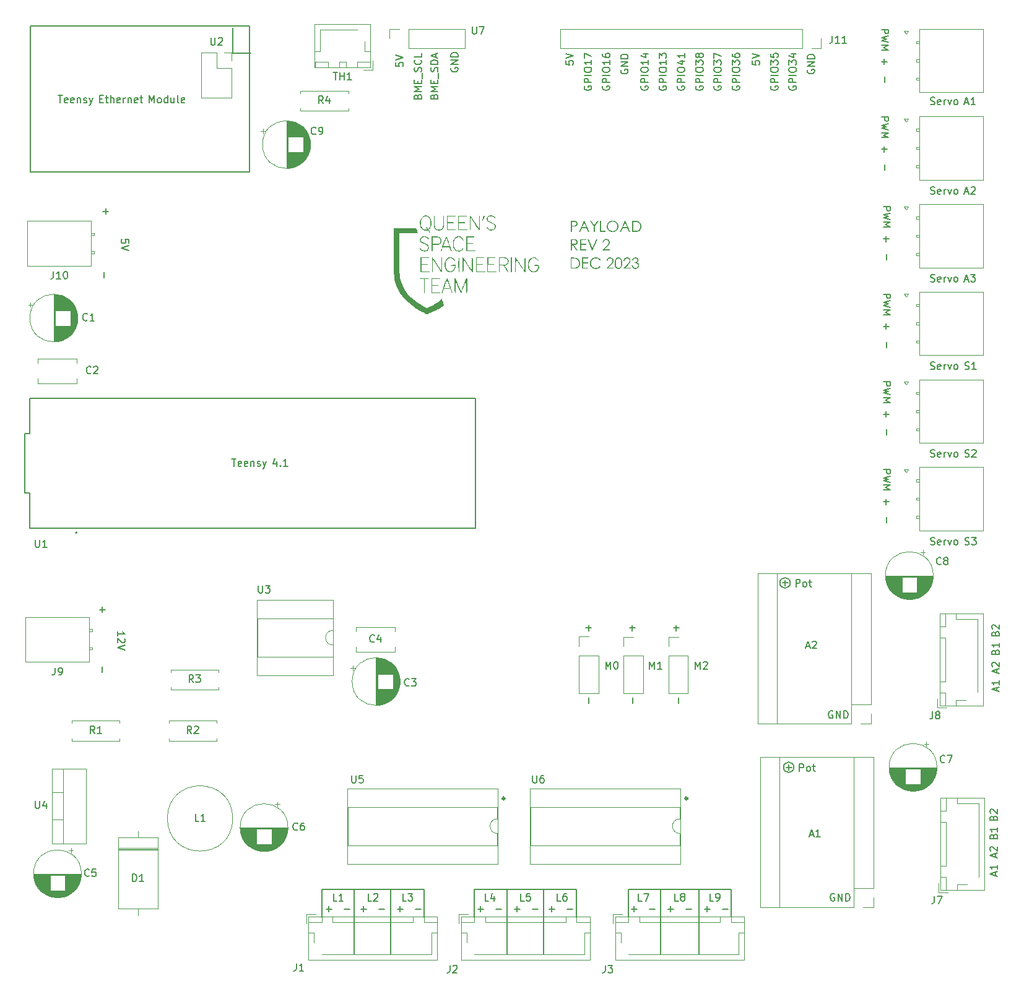
<source format=gbr>
%TF.GenerationSoftware,KiCad,Pcbnew,(7.0.0)*%
%TF.CreationDate,2023-12-07T21:26:55-05:00*%
%TF.ProjectId,PayloadPcbRev2,5061796c-6f61-4645-9063-62526576322e,rev?*%
%TF.SameCoordinates,Original*%
%TF.FileFunction,Legend,Top*%
%TF.FilePolarity,Positive*%
%FSLAX46Y46*%
G04 Gerber Fmt 4.6, Leading zero omitted, Abs format (unit mm)*
G04 Created by KiCad (PCBNEW (7.0.0)) date 2023-12-07 21:26:55*
%MOMM*%
%LPD*%
G01*
G04 APERTURE LIST*
%ADD10C,0.150000*%
%ADD11C,0.325000*%
%ADD12C,0.120000*%
%ADD13C,0.127000*%
%ADD14C,0.200000*%
G04 APERTURE END LIST*
D10*
X120830000Y-32488095D02*
X120782380Y-32583333D01*
X120782380Y-32583333D02*
X120782380Y-32726190D01*
X120782380Y-32726190D02*
X120830000Y-32869047D01*
X120830000Y-32869047D02*
X120925238Y-32964285D01*
X120925238Y-32964285D02*
X121020476Y-33011904D01*
X121020476Y-33011904D02*
X121210952Y-33059523D01*
X121210952Y-33059523D02*
X121353809Y-33059523D01*
X121353809Y-33059523D02*
X121544285Y-33011904D01*
X121544285Y-33011904D02*
X121639523Y-32964285D01*
X121639523Y-32964285D02*
X121734761Y-32869047D01*
X121734761Y-32869047D02*
X121782380Y-32726190D01*
X121782380Y-32726190D02*
X121782380Y-32630952D01*
X121782380Y-32630952D02*
X121734761Y-32488095D01*
X121734761Y-32488095D02*
X121687142Y-32440476D01*
X121687142Y-32440476D02*
X121353809Y-32440476D01*
X121353809Y-32440476D02*
X121353809Y-32630952D01*
X121782380Y-32011904D02*
X120782380Y-32011904D01*
X120782380Y-32011904D02*
X121782380Y-31440476D01*
X121782380Y-31440476D02*
X120782380Y-31440476D01*
X121782380Y-30964285D02*
X120782380Y-30964285D01*
X120782380Y-30964285D02*
X120782380Y-30726190D01*
X120782380Y-30726190D02*
X120830000Y-30583333D01*
X120830000Y-30583333D02*
X120925238Y-30488095D01*
X120925238Y-30488095D02*
X121020476Y-30440476D01*
X121020476Y-30440476D02*
X121210952Y-30392857D01*
X121210952Y-30392857D02*
X121353809Y-30392857D01*
X121353809Y-30392857D02*
X121544285Y-30440476D01*
X121544285Y-30440476D02*
X121639523Y-30488095D01*
X121639523Y-30488095D02*
X121734761Y-30583333D01*
X121734761Y-30583333D02*
X121782380Y-30726190D01*
X121782380Y-30726190D02*
X121782380Y-30964285D01*
X118508571Y-36428571D02*
X118556190Y-36285714D01*
X118556190Y-36285714D02*
X118603809Y-36238095D01*
X118603809Y-36238095D02*
X118699047Y-36190476D01*
X118699047Y-36190476D02*
X118841904Y-36190476D01*
X118841904Y-36190476D02*
X118937142Y-36238095D01*
X118937142Y-36238095D02*
X118984761Y-36285714D01*
X118984761Y-36285714D02*
X119032380Y-36380952D01*
X119032380Y-36380952D02*
X119032380Y-36761904D01*
X119032380Y-36761904D02*
X118032380Y-36761904D01*
X118032380Y-36761904D02*
X118032380Y-36428571D01*
X118032380Y-36428571D02*
X118080000Y-36333333D01*
X118080000Y-36333333D02*
X118127619Y-36285714D01*
X118127619Y-36285714D02*
X118222857Y-36238095D01*
X118222857Y-36238095D02*
X118318095Y-36238095D01*
X118318095Y-36238095D02*
X118413333Y-36285714D01*
X118413333Y-36285714D02*
X118460952Y-36333333D01*
X118460952Y-36333333D02*
X118508571Y-36428571D01*
X118508571Y-36428571D02*
X118508571Y-36761904D01*
X119032380Y-35761904D02*
X118032380Y-35761904D01*
X118032380Y-35761904D02*
X118746666Y-35428571D01*
X118746666Y-35428571D02*
X118032380Y-35095238D01*
X118032380Y-35095238D02*
X119032380Y-35095238D01*
X118508571Y-34619047D02*
X118508571Y-34285714D01*
X119032380Y-34142857D02*
X119032380Y-34619047D01*
X119032380Y-34619047D02*
X118032380Y-34619047D01*
X118032380Y-34619047D02*
X118032380Y-34142857D01*
X119127619Y-33952381D02*
X119127619Y-33190476D01*
X118984761Y-32999999D02*
X119032380Y-32857142D01*
X119032380Y-32857142D02*
X119032380Y-32619047D01*
X119032380Y-32619047D02*
X118984761Y-32523809D01*
X118984761Y-32523809D02*
X118937142Y-32476190D01*
X118937142Y-32476190D02*
X118841904Y-32428571D01*
X118841904Y-32428571D02*
X118746666Y-32428571D01*
X118746666Y-32428571D02*
X118651428Y-32476190D01*
X118651428Y-32476190D02*
X118603809Y-32523809D01*
X118603809Y-32523809D02*
X118556190Y-32619047D01*
X118556190Y-32619047D02*
X118508571Y-32809523D01*
X118508571Y-32809523D02*
X118460952Y-32904761D01*
X118460952Y-32904761D02*
X118413333Y-32952380D01*
X118413333Y-32952380D02*
X118318095Y-32999999D01*
X118318095Y-32999999D02*
X118222857Y-32999999D01*
X118222857Y-32999999D02*
X118127619Y-32952380D01*
X118127619Y-32952380D02*
X118080000Y-32904761D01*
X118080000Y-32904761D02*
X118032380Y-32809523D01*
X118032380Y-32809523D02*
X118032380Y-32571428D01*
X118032380Y-32571428D02*
X118080000Y-32428571D01*
X119032380Y-31999999D02*
X118032380Y-31999999D01*
X118032380Y-31999999D02*
X118032380Y-31761904D01*
X118032380Y-31761904D02*
X118080000Y-31619047D01*
X118080000Y-31619047D02*
X118175238Y-31523809D01*
X118175238Y-31523809D02*
X118270476Y-31476190D01*
X118270476Y-31476190D02*
X118460952Y-31428571D01*
X118460952Y-31428571D02*
X118603809Y-31428571D01*
X118603809Y-31428571D02*
X118794285Y-31476190D01*
X118794285Y-31476190D02*
X118889523Y-31523809D01*
X118889523Y-31523809D02*
X118984761Y-31619047D01*
X118984761Y-31619047D02*
X119032380Y-31761904D01*
X119032380Y-31761904D02*
X119032380Y-31999999D01*
X118746666Y-31047618D02*
X118746666Y-30571428D01*
X119032380Y-31142856D02*
X118032380Y-30809523D01*
X118032380Y-30809523D02*
X119032380Y-30476190D01*
X116258571Y-36428571D02*
X116306190Y-36285714D01*
X116306190Y-36285714D02*
X116353809Y-36238095D01*
X116353809Y-36238095D02*
X116449047Y-36190476D01*
X116449047Y-36190476D02*
X116591904Y-36190476D01*
X116591904Y-36190476D02*
X116687142Y-36238095D01*
X116687142Y-36238095D02*
X116734761Y-36285714D01*
X116734761Y-36285714D02*
X116782380Y-36380952D01*
X116782380Y-36380952D02*
X116782380Y-36761904D01*
X116782380Y-36761904D02*
X115782380Y-36761904D01*
X115782380Y-36761904D02*
X115782380Y-36428571D01*
X115782380Y-36428571D02*
X115830000Y-36333333D01*
X115830000Y-36333333D02*
X115877619Y-36285714D01*
X115877619Y-36285714D02*
X115972857Y-36238095D01*
X115972857Y-36238095D02*
X116068095Y-36238095D01*
X116068095Y-36238095D02*
X116163333Y-36285714D01*
X116163333Y-36285714D02*
X116210952Y-36333333D01*
X116210952Y-36333333D02*
X116258571Y-36428571D01*
X116258571Y-36428571D02*
X116258571Y-36761904D01*
X116782380Y-35761904D02*
X115782380Y-35761904D01*
X115782380Y-35761904D02*
X116496666Y-35428571D01*
X116496666Y-35428571D02*
X115782380Y-35095238D01*
X115782380Y-35095238D02*
X116782380Y-35095238D01*
X116258571Y-34619047D02*
X116258571Y-34285714D01*
X116782380Y-34142857D02*
X116782380Y-34619047D01*
X116782380Y-34619047D02*
X115782380Y-34619047D01*
X115782380Y-34619047D02*
X115782380Y-34142857D01*
X116877619Y-33952381D02*
X116877619Y-33190476D01*
X116734761Y-32999999D02*
X116782380Y-32857142D01*
X116782380Y-32857142D02*
X116782380Y-32619047D01*
X116782380Y-32619047D02*
X116734761Y-32523809D01*
X116734761Y-32523809D02*
X116687142Y-32476190D01*
X116687142Y-32476190D02*
X116591904Y-32428571D01*
X116591904Y-32428571D02*
X116496666Y-32428571D01*
X116496666Y-32428571D02*
X116401428Y-32476190D01*
X116401428Y-32476190D02*
X116353809Y-32523809D01*
X116353809Y-32523809D02*
X116306190Y-32619047D01*
X116306190Y-32619047D02*
X116258571Y-32809523D01*
X116258571Y-32809523D02*
X116210952Y-32904761D01*
X116210952Y-32904761D02*
X116163333Y-32952380D01*
X116163333Y-32952380D02*
X116068095Y-32999999D01*
X116068095Y-32999999D02*
X115972857Y-32999999D01*
X115972857Y-32999999D02*
X115877619Y-32952380D01*
X115877619Y-32952380D02*
X115830000Y-32904761D01*
X115830000Y-32904761D02*
X115782380Y-32809523D01*
X115782380Y-32809523D02*
X115782380Y-32571428D01*
X115782380Y-32571428D02*
X115830000Y-32428571D01*
X116687142Y-31428571D02*
X116734761Y-31476190D01*
X116734761Y-31476190D02*
X116782380Y-31619047D01*
X116782380Y-31619047D02*
X116782380Y-31714285D01*
X116782380Y-31714285D02*
X116734761Y-31857142D01*
X116734761Y-31857142D02*
X116639523Y-31952380D01*
X116639523Y-31952380D02*
X116544285Y-31999999D01*
X116544285Y-31999999D02*
X116353809Y-32047618D01*
X116353809Y-32047618D02*
X116210952Y-32047618D01*
X116210952Y-32047618D02*
X116020476Y-31999999D01*
X116020476Y-31999999D02*
X115925238Y-31952380D01*
X115925238Y-31952380D02*
X115830000Y-31857142D01*
X115830000Y-31857142D02*
X115782380Y-31714285D01*
X115782380Y-31714285D02*
X115782380Y-31619047D01*
X115782380Y-31619047D02*
X115830000Y-31476190D01*
X115830000Y-31476190D02*
X115877619Y-31428571D01*
X116782380Y-30523809D02*
X116782380Y-30999999D01*
X116782380Y-30999999D02*
X115782380Y-30999999D01*
X113282380Y-31785714D02*
X113282380Y-32261904D01*
X113282380Y-32261904D02*
X113758571Y-32309523D01*
X113758571Y-32309523D02*
X113710952Y-32261904D01*
X113710952Y-32261904D02*
X113663333Y-32166666D01*
X113663333Y-32166666D02*
X113663333Y-31928571D01*
X113663333Y-31928571D02*
X113710952Y-31833333D01*
X113710952Y-31833333D02*
X113758571Y-31785714D01*
X113758571Y-31785714D02*
X113853809Y-31738095D01*
X113853809Y-31738095D02*
X114091904Y-31738095D01*
X114091904Y-31738095D02*
X114187142Y-31785714D01*
X114187142Y-31785714D02*
X114234761Y-31833333D01*
X114234761Y-31833333D02*
X114282380Y-31928571D01*
X114282380Y-31928571D02*
X114282380Y-32166666D01*
X114282380Y-32166666D02*
X114234761Y-32261904D01*
X114234761Y-32261904D02*
X114187142Y-32309523D01*
X113282380Y-31452380D02*
X114282380Y-31119047D01*
X114282380Y-31119047D02*
X113282380Y-30785714D01*
X136532380Y-31535714D02*
X136532380Y-32011904D01*
X136532380Y-32011904D02*
X137008571Y-32059523D01*
X137008571Y-32059523D02*
X136960952Y-32011904D01*
X136960952Y-32011904D02*
X136913333Y-31916666D01*
X136913333Y-31916666D02*
X136913333Y-31678571D01*
X136913333Y-31678571D02*
X136960952Y-31583333D01*
X136960952Y-31583333D02*
X137008571Y-31535714D01*
X137008571Y-31535714D02*
X137103809Y-31488095D01*
X137103809Y-31488095D02*
X137341904Y-31488095D01*
X137341904Y-31488095D02*
X137437142Y-31535714D01*
X137437142Y-31535714D02*
X137484761Y-31583333D01*
X137484761Y-31583333D02*
X137532380Y-31678571D01*
X137532380Y-31678571D02*
X137532380Y-31916666D01*
X137532380Y-31916666D02*
X137484761Y-32011904D01*
X137484761Y-32011904D02*
X137437142Y-32059523D01*
X136532380Y-31202380D02*
X137532380Y-30869047D01*
X137532380Y-30869047D02*
X136532380Y-30535714D01*
X169580000Y-32738095D02*
X169532380Y-32833333D01*
X169532380Y-32833333D02*
X169532380Y-32976190D01*
X169532380Y-32976190D02*
X169580000Y-33119047D01*
X169580000Y-33119047D02*
X169675238Y-33214285D01*
X169675238Y-33214285D02*
X169770476Y-33261904D01*
X169770476Y-33261904D02*
X169960952Y-33309523D01*
X169960952Y-33309523D02*
X170103809Y-33309523D01*
X170103809Y-33309523D02*
X170294285Y-33261904D01*
X170294285Y-33261904D02*
X170389523Y-33214285D01*
X170389523Y-33214285D02*
X170484761Y-33119047D01*
X170484761Y-33119047D02*
X170532380Y-32976190D01*
X170532380Y-32976190D02*
X170532380Y-32880952D01*
X170532380Y-32880952D02*
X170484761Y-32738095D01*
X170484761Y-32738095D02*
X170437142Y-32690476D01*
X170437142Y-32690476D02*
X170103809Y-32690476D01*
X170103809Y-32690476D02*
X170103809Y-32880952D01*
X170532380Y-32261904D02*
X169532380Y-32261904D01*
X169532380Y-32261904D02*
X170532380Y-31690476D01*
X170532380Y-31690476D02*
X169532380Y-31690476D01*
X170532380Y-31214285D02*
X169532380Y-31214285D01*
X169532380Y-31214285D02*
X169532380Y-30976190D01*
X169532380Y-30976190D02*
X169580000Y-30833333D01*
X169580000Y-30833333D02*
X169675238Y-30738095D01*
X169675238Y-30738095D02*
X169770476Y-30690476D01*
X169770476Y-30690476D02*
X169960952Y-30642857D01*
X169960952Y-30642857D02*
X170103809Y-30642857D01*
X170103809Y-30642857D02*
X170294285Y-30690476D01*
X170294285Y-30690476D02*
X170389523Y-30738095D01*
X170389523Y-30738095D02*
X170484761Y-30833333D01*
X170484761Y-30833333D02*
X170532380Y-30976190D01*
X170532380Y-30976190D02*
X170532380Y-31214285D01*
X167080000Y-34988095D02*
X167032380Y-35083333D01*
X167032380Y-35083333D02*
X167032380Y-35226190D01*
X167032380Y-35226190D02*
X167080000Y-35369047D01*
X167080000Y-35369047D02*
X167175238Y-35464285D01*
X167175238Y-35464285D02*
X167270476Y-35511904D01*
X167270476Y-35511904D02*
X167460952Y-35559523D01*
X167460952Y-35559523D02*
X167603809Y-35559523D01*
X167603809Y-35559523D02*
X167794285Y-35511904D01*
X167794285Y-35511904D02*
X167889523Y-35464285D01*
X167889523Y-35464285D02*
X167984761Y-35369047D01*
X167984761Y-35369047D02*
X168032380Y-35226190D01*
X168032380Y-35226190D02*
X168032380Y-35130952D01*
X168032380Y-35130952D02*
X167984761Y-34988095D01*
X167984761Y-34988095D02*
X167937142Y-34940476D01*
X167937142Y-34940476D02*
X167603809Y-34940476D01*
X167603809Y-34940476D02*
X167603809Y-35130952D01*
X168032380Y-34511904D02*
X167032380Y-34511904D01*
X167032380Y-34511904D02*
X167032380Y-34130952D01*
X167032380Y-34130952D02*
X167080000Y-34035714D01*
X167080000Y-34035714D02*
X167127619Y-33988095D01*
X167127619Y-33988095D02*
X167222857Y-33940476D01*
X167222857Y-33940476D02*
X167365714Y-33940476D01*
X167365714Y-33940476D02*
X167460952Y-33988095D01*
X167460952Y-33988095D02*
X167508571Y-34035714D01*
X167508571Y-34035714D02*
X167556190Y-34130952D01*
X167556190Y-34130952D02*
X167556190Y-34511904D01*
X168032380Y-33511904D02*
X167032380Y-33511904D01*
X167032380Y-32845238D02*
X167032380Y-32654762D01*
X167032380Y-32654762D02*
X167080000Y-32559524D01*
X167080000Y-32559524D02*
X167175238Y-32464286D01*
X167175238Y-32464286D02*
X167365714Y-32416667D01*
X167365714Y-32416667D02*
X167699047Y-32416667D01*
X167699047Y-32416667D02*
X167889523Y-32464286D01*
X167889523Y-32464286D02*
X167984761Y-32559524D01*
X167984761Y-32559524D02*
X168032380Y-32654762D01*
X168032380Y-32654762D02*
X168032380Y-32845238D01*
X168032380Y-32845238D02*
X167984761Y-32940476D01*
X167984761Y-32940476D02*
X167889523Y-33035714D01*
X167889523Y-33035714D02*
X167699047Y-33083333D01*
X167699047Y-33083333D02*
X167365714Y-33083333D01*
X167365714Y-33083333D02*
X167175238Y-33035714D01*
X167175238Y-33035714D02*
X167080000Y-32940476D01*
X167080000Y-32940476D02*
X167032380Y-32845238D01*
X167032380Y-32083333D02*
X167032380Y-31464286D01*
X167032380Y-31464286D02*
X167413333Y-31797619D01*
X167413333Y-31797619D02*
X167413333Y-31654762D01*
X167413333Y-31654762D02*
X167460952Y-31559524D01*
X167460952Y-31559524D02*
X167508571Y-31511905D01*
X167508571Y-31511905D02*
X167603809Y-31464286D01*
X167603809Y-31464286D02*
X167841904Y-31464286D01*
X167841904Y-31464286D02*
X167937142Y-31511905D01*
X167937142Y-31511905D02*
X167984761Y-31559524D01*
X167984761Y-31559524D02*
X168032380Y-31654762D01*
X168032380Y-31654762D02*
X168032380Y-31940476D01*
X168032380Y-31940476D02*
X167984761Y-32035714D01*
X167984761Y-32035714D02*
X167937142Y-32083333D01*
X167365714Y-30607143D02*
X168032380Y-30607143D01*
X166984761Y-30845238D02*
X167699047Y-31083333D01*
X167699047Y-31083333D02*
X167699047Y-30464286D01*
X164580000Y-34988095D02*
X164532380Y-35083333D01*
X164532380Y-35083333D02*
X164532380Y-35226190D01*
X164532380Y-35226190D02*
X164580000Y-35369047D01*
X164580000Y-35369047D02*
X164675238Y-35464285D01*
X164675238Y-35464285D02*
X164770476Y-35511904D01*
X164770476Y-35511904D02*
X164960952Y-35559523D01*
X164960952Y-35559523D02*
X165103809Y-35559523D01*
X165103809Y-35559523D02*
X165294285Y-35511904D01*
X165294285Y-35511904D02*
X165389523Y-35464285D01*
X165389523Y-35464285D02*
X165484761Y-35369047D01*
X165484761Y-35369047D02*
X165532380Y-35226190D01*
X165532380Y-35226190D02*
X165532380Y-35130952D01*
X165532380Y-35130952D02*
X165484761Y-34988095D01*
X165484761Y-34988095D02*
X165437142Y-34940476D01*
X165437142Y-34940476D02*
X165103809Y-34940476D01*
X165103809Y-34940476D02*
X165103809Y-35130952D01*
X165532380Y-34511904D02*
X164532380Y-34511904D01*
X164532380Y-34511904D02*
X164532380Y-34130952D01*
X164532380Y-34130952D02*
X164580000Y-34035714D01*
X164580000Y-34035714D02*
X164627619Y-33988095D01*
X164627619Y-33988095D02*
X164722857Y-33940476D01*
X164722857Y-33940476D02*
X164865714Y-33940476D01*
X164865714Y-33940476D02*
X164960952Y-33988095D01*
X164960952Y-33988095D02*
X165008571Y-34035714D01*
X165008571Y-34035714D02*
X165056190Y-34130952D01*
X165056190Y-34130952D02*
X165056190Y-34511904D01*
X165532380Y-33511904D02*
X164532380Y-33511904D01*
X164532380Y-32845238D02*
X164532380Y-32654762D01*
X164532380Y-32654762D02*
X164580000Y-32559524D01*
X164580000Y-32559524D02*
X164675238Y-32464286D01*
X164675238Y-32464286D02*
X164865714Y-32416667D01*
X164865714Y-32416667D02*
X165199047Y-32416667D01*
X165199047Y-32416667D02*
X165389523Y-32464286D01*
X165389523Y-32464286D02*
X165484761Y-32559524D01*
X165484761Y-32559524D02*
X165532380Y-32654762D01*
X165532380Y-32654762D02*
X165532380Y-32845238D01*
X165532380Y-32845238D02*
X165484761Y-32940476D01*
X165484761Y-32940476D02*
X165389523Y-33035714D01*
X165389523Y-33035714D02*
X165199047Y-33083333D01*
X165199047Y-33083333D02*
X164865714Y-33083333D01*
X164865714Y-33083333D02*
X164675238Y-33035714D01*
X164675238Y-33035714D02*
X164580000Y-32940476D01*
X164580000Y-32940476D02*
X164532380Y-32845238D01*
X164532380Y-32083333D02*
X164532380Y-31464286D01*
X164532380Y-31464286D02*
X164913333Y-31797619D01*
X164913333Y-31797619D02*
X164913333Y-31654762D01*
X164913333Y-31654762D02*
X164960952Y-31559524D01*
X164960952Y-31559524D02*
X165008571Y-31511905D01*
X165008571Y-31511905D02*
X165103809Y-31464286D01*
X165103809Y-31464286D02*
X165341904Y-31464286D01*
X165341904Y-31464286D02*
X165437142Y-31511905D01*
X165437142Y-31511905D02*
X165484761Y-31559524D01*
X165484761Y-31559524D02*
X165532380Y-31654762D01*
X165532380Y-31654762D02*
X165532380Y-31940476D01*
X165532380Y-31940476D02*
X165484761Y-32035714D01*
X165484761Y-32035714D02*
X165437142Y-32083333D01*
X164532380Y-30559524D02*
X164532380Y-31035714D01*
X164532380Y-31035714D02*
X165008571Y-31083333D01*
X165008571Y-31083333D02*
X164960952Y-31035714D01*
X164960952Y-31035714D02*
X164913333Y-30940476D01*
X164913333Y-30940476D02*
X164913333Y-30702381D01*
X164913333Y-30702381D02*
X164960952Y-30607143D01*
X164960952Y-30607143D02*
X165008571Y-30559524D01*
X165008571Y-30559524D02*
X165103809Y-30511905D01*
X165103809Y-30511905D02*
X165341904Y-30511905D01*
X165341904Y-30511905D02*
X165437142Y-30559524D01*
X165437142Y-30559524D02*
X165484761Y-30607143D01*
X165484761Y-30607143D02*
X165532380Y-30702381D01*
X165532380Y-30702381D02*
X165532380Y-30940476D01*
X165532380Y-30940476D02*
X165484761Y-31035714D01*
X165484761Y-31035714D02*
X165437142Y-31083333D01*
X162032380Y-31535714D02*
X162032380Y-32011904D01*
X162032380Y-32011904D02*
X162508571Y-32059523D01*
X162508571Y-32059523D02*
X162460952Y-32011904D01*
X162460952Y-32011904D02*
X162413333Y-31916666D01*
X162413333Y-31916666D02*
X162413333Y-31678571D01*
X162413333Y-31678571D02*
X162460952Y-31583333D01*
X162460952Y-31583333D02*
X162508571Y-31535714D01*
X162508571Y-31535714D02*
X162603809Y-31488095D01*
X162603809Y-31488095D02*
X162841904Y-31488095D01*
X162841904Y-31488095D02*
X162937142Y-31535714D01*
X162937142Y-31535714D02*
X162984761Y-31583333D01*
X162984761Y-31583333D02*
X163032380Y-31678571D01*
X163032380Y-31678571D02*
X163032380Y-31916666D01*
X163032380Y-31916666D02*
X162984761Y-32011904D01*
X162984761Y-32011904D02*
X162937142Y-32059523D01*
X162032380Y-31202380D02*
X163032380Y-30869047D01*
X163032380Y-30869047D02*
X162032380Y-30535714D01*
X159330000Y-34988095D02*
X159282380Y-35083333D01*
X159282380Y-35083333D02*
X159282380Y-35226190D01*
X159282380Y-35226190D02*
X159330000Y-35369047D01*
X159330000Y-35369047D02*
X159425238Y-35464285D01*
X159425238Y-35464285D02*
X159520476Y-35511904D01*
X159520476Y-35511904D02*
X159710952Y-35559523D01*
X159710952Y-35559523D02*
X159853809Y-35559523D01*
X159853809Y-35559523D02*
X160044285Y-35511904D01*
X160044285Y-35511904D02*
X160139523Y-35464285D01*
X160139523Y-35464285D02*
X160234761Y-35369047D01*
X160234761Y-35369047D02*
X160282380Y-35226190D01*
X160282380Y-35226190D02*
X160282380Y-35130952D01*
X160282380Y-35130952D02*
X160234761Y-34988095D01*
X160234761Y-34988095D02*
X160187142Y-34940476D01*
X160187142Y-34940476D02*
X159853809Y-34940476D01*
X159853809Y-34940476D02*
X159853809Y-35130952D01*
X160282380Y-34511904D02*
X159282380Y-34511904D01*
X159282380Y-34511904D02*
X159282380Y-34130952D01*
X159282380Y-34130952D02*
X159330000Y-34035714D01*
X159330000Y-34035714D02*
X159377619Y-33988095D01*
X159377619Y-33988095D02*
X159472857Y-33940476D01*
X159472857Y-33940476D02*
X159615714Y-33940476D01*
X159615714Y-33940476D02*
X159710952Y-33988095D01*
X159710952Y-33988095D02*
X159758571Y-34035714D01*
X159758571Y-34035714D02*
X159806190Y-34130952D01*
X159806190Y-34130952D02*
X159806190Y-34511904D01*
X160282380Y-33511904D02*
X159282380Y-33511904D01*
X159282380Y-32845238D02*
X159282380Y-32654762D01*
X159282380Y-32654762D02*
X159330000Y-32559524D01*
X159330000Y-32559524D02*
X159425238Y-32464286D01*
X159425238Y-32464286D02*
X159615714Y-32416667D01*
X159615714Y-32416667D02*
X159949047Y-32416667D01*
X159949047Y-32416667D02*
X160139523Y-32464286D01*
X160139523Y-32464286D02*
X160234761Y-32559524D01*
X160234761Y-32559524D02*
X160282380Y-32654762D01*
X160282380Y-32654762D02*
X160282380Y-32845238D01*
X160282380Y-32845238D02*
X160234761Y-32940476D01*
X160234761Y-32940476D02*
X160139523Y-33035714D01*
X160139523Y-33035714D02*
X159949047Y-33083333D01*
X159949047Y-33083333D02*
X159615714Y-33083333D01*
X159615714Y-33083333D02*
X159425238Y-33035714D01*
X159425238Y-33035714D02*
X159330000Y-32940476D01*
X159330000Y-32940476D02*
X159282380Y-32845238D01*
X159282380Y-32083333D02*
X159282380Y-31464286D01*
X159282380Y-31464286D02*
X159663333Y-31797619D01*
X159663333Y-31797619D02*
X159663333Y-31654762D01*
X159663333Y-31654762D02*
X159710952Y-31559524D01*
X159710952Y-31559524D02*
X159758571Y-31511905D01*
X159758571Y-31511905D02*
X159853809Y-31464286D01*
X159853809Y-31464286D02*
X160091904Y-31464286D01*
X160091904Y-31464286D02*
X160187142Y-31511905D01*
X160187142Y-31511905D02*
X160234761Y-31559524D01*
X160234761Y-31559524D02*
X160282380Y-31654762D01*
X160282380Y-31654762D02*
X160282380Y-31940476D01*
X160282380Y-31940476D02*
X160234761Y-32035714D01*
X160234761Y-32035714D02*
X160187142Y-32083333D01*
X159282380Y-30607143D02*
X159282380Y-30797619D01*
X159282380Y-30797619D02*
X159330000Y-30892857D01*
X159330000Y-30892857D02*
X159377619Y-30940476D01*
X159377619Y-30940476D02*
X159520476Y-31035714D01*
X159520476Y-31035714D02*
X159710952Y-31083333D01*
X159710952Y-31083333D02*
X160091904Y-31083333D01*
X160091904Y-31083333D02*
X160187142Y-31035714D01*
X160187142Y-31035714D02*
X160234761Y-30988095D01*
X160234761Y-30988095D02*
X160282380Y-30892857D01*
X160282380Y-30892857D02*
X160282380Y-30702381D01*
X160282380Y-30702381D02*
X160234761Y-30607143D01*
X160234761Y-30607143D02*
X160187142Y-30559524D01*
X160187142Y-30559524D02*
X160091904Y-30511905D01*
X160091904Y-30511905D02*
X159853809Y-30511905D01*
X159853809Y-30511905D02*
X159758571Y-30559524D01*
X159758571Y-30559524D02*
X159710952Y-30607143D01*
X159710952Y-30607143D02*
X159663333Y-30702381D01*
X159663333Y-30702381D02*
X159663333Y-30892857D01*
X159663333Y-30892857D02*
X159710952Y-30988095D01*
X159710952Y-30988095D02*
X159758571Y-31035714D01*
X159758571Y-31035714D02*
X159853809Y-31083333D01*
X156830000Y-34988095D02*
X156782380Y-35083333D01*
X156782380Y-35083333D02*
X156782380Y-35226190D01*
X156782380Y-35226190D02*
X156830000Y-35369047D01*
X156830000Y-35369047D02*
X156925238Y-35464285D01*
X156925238Y-35464285D02*
X157020476Y-35511904D01*
X157020476Y-35511904D02*
X157210952Y-35559523D01*
X157210952Y-35559523D02*
X157353809Y-35559523D01*
X157353809Y-35559523D02*
X157544285Y-35511904D01*
X157544285Y-35511904D02*
X157639523Y-35464285D01*
X157639523Y-35464285D02*
X157734761Y-35369047D01*
X157734761Y-35369047D02*
X157782380Y-35226190D01*
X157782380Y-35226190D02*
X157782380Y-35130952D01*
X157782380Y-35130952D02*
X157734761Y-34988095D01*
X157734761Y-34988095D02*
X157687142Y-34940476D01*
X157687142Y-34940476D02*
X157353809Y-34940476D01*
X157353809Y-34940476D02*
X157353809Y-35130952D01*
X157782380Y-34511904D02*
X156782380Y-34511904D01*
X156782380Y-34511904D02*
X156782380Y-34130952D01*
X156782380Y-34130952D02*
X156830000Y-34035714D01*
X156830000Y-34035714D02*
X156877619Y-33988095D01*
X156877619Y-33988095D02*
X156972857Y-33940476D01*
X156972857Y-33940476D02*
X157115714Y-33940476D01*
X157115714Y-33940476D02*
X157210952Y-33988095D01*
X157210952Y-33988095D02*
X157258571Y-34035714D01*
X157258571Y-34035714D02*
X157306190Y-34130952D01*
X157306190Y-34130952D02*
X157306190Y-34511904D01*
X157782380Y-33511904D02*
X156782380Y-33511904D01*
X156782380Y-32845238D02*
X156782380Y-32654762D01*
X156782380Y-32654762D02*
X156830000Y-32559524D01*
X156830000Y-32559524D02*
X156925238Y-32464286D01*
X156925238Y-32464286D02*
X157115714Y-32416667D01*
X157115714Y-32416667D02*
X157449047Y-32416667D01*
X157449047Y-32416667D02*
X157639523Y-32464286D01*
X157639523Y-32464286D02*
X157734761Y-32559524D01*
X157734761Y-32559524D02*
X157782380Y-32654762D01*
X157782380Y-32654762D02*
X157782380Y-32845238D01*
X157782380Y-32845238D02*
X157734761Y-32940476D01*
X157734761Y-32940476D02*
X157639523Y-33035714D01*
X157639523Y-33035714D02*
X157449047Y-33083333D01*
X157449047Y-33083333D02*
X157115714Y-33083333D01*
X157115714Y-33083333D02*
X156925238Y-33035714D01*
X156925238Y-33035714D02*
X156830000Y-32940476D01*
X156830000Y-32940476D02*
X156782380Y-32845238D01*
X156782380Y-32083333D02*
X156782380Y-31464286D01*
X156782380Y-31464286D02*
X157163333Y-31797619D01*
X157163333Y-31797619D02*
X157163333Y-31654762D01*
X157163333Y-31654762D02*
X157210952Y-31559524D01*
X157210952Y-31559524D02*
X157258571Y-31511905D01*
X157258571Y-31511905D02*
X157353809Y-31464286D01*
X157353809Y-31464286D02*
X157591904Y-31464286D01*
X157591904Y-31464286D02*
X157687142Y-31511905D01*
X157687142Y-31511905D02*
X157734761Y-31559524D01*
X157734761Y-31559524D02*
X157782380Y-31654762D01*
X157782380Y-31654762D02*
X157782380Y-31940476D01*
X157782380Y-31940476D02*
X157734761Y-32035714D01*
X157734761Y-32035714D02*
X157687142Y-32083333D01*
X156782380Y-31130952D02*
X156782380Y-30464286D01*
X156782380Y-30464286D02*
X157782380Y-30892857D01*
X154330000Y-34988095D02*
X154282380Y-35083333D01*
X154282380Y-35083333D02*
X154282380Y-35226190D01*
X154282380Y-35226190D02*
X154330000Y-35369047D01*
X154330000Y-35369047D02*
X154425238Y-35464285D01*
X154425238Y-35464285D02*
X154520476Y-35511904D01*
X154520476Y-35511904D02*
X154710952Y-35559523D01*
X154710952Y-35559523D02*
X154853809Y-35559523D01*
X154853809Y-35559523D02*
X155044285Y-35511904D01*
X155044285Y-35511904D02*
X155139523Y-35464285D01*
X155139523Y-35464285D02*
X155234761Y-35369047D01*
X155234761Y-35369047D02*
X155282380Y-35226190D01*
X155282380Y-35226190D02*
X155282380Y-35130952D01*
X155282380Y-35130952D02*
X155234761Y-34988095D01*
X155234761Y-34988095D02*
X155187142Y-34940476D01*
X155187142Y-34940476D02*
X154853809Y-34940476D01*
X154853809Y-34940476D02*
X154853809Y-35130952D01*
X155282380Y-34511904D02*
X154282380Y-34511904D01*
X154282380Y-34511904D02*
X154282380Y-34130952D01*
X154282380Y-34130952D02*
X154330000Y-34035714D01*
X154330000Y-34035714D02*
X154377619Y-33988095D01*
X154377619Y-33988095D02*
X154472857Y-33940476D01*
X154472857Y-33940476D02*
X154615714Y-33940476D01*
X154615714Y-33940476D02*
X154710952Y-33988095D01*
X154710952Y-33988095D02*
X154758571Y-34035714D01*
X154758571Y-34035714D02*
X154806190Y-34130952D01*
X154806190Y-34130952D02*
X154806190Y-34511904D01*
X155282380Y-33511904D02*
X154282380Y-33511904D01*
X154282380Y-32845238D02*
X154282380Y-32654762D01*
X154282380Y-32654762D02*
X154330000Y-32559524D01*
X154330000Y-32559524D02*
X154425238Y-32464286D01*
X154425238Y-32464286D02*
X154615714Y-32416667D01*
X154615714Y-32416667D02*
X154949047Y-32416667D01*
X154949047Y-32416667D02*
X155139523Y-32464286D01*
X155139523Y-32464286D02*
X155234761Y-32559524D01*
X155234761Y-32559524D02*
X155282380Y-32654762D01*
X155282380Y-32654762D02*
X155282380Y-32845238D01*
X155282380Y-32845238D02*
X155234761Y-32940476D01*
X155234761Y-32940476D02*
X155139523Y-33035714D01*
X155139523Y-33035714D02*
X154949047Y-33083333D01*
X154949047Y-33083333D02*
X154615714Y-33083333D01*
X154615714Y-33083333D02*
X154425238Y-33035714D01*
X154425238Y-33035714D02*
X154330000Y-32940476D01*
X154330000Y-32940476D02*
X154282380Y-32845238D01*
X154282380Y-32083333D02*
X154282380Y-31464286D01*
X154282380Y-31464286D02*
X154663333Y-31797619D01*
X154663333Y-31797619D02*
X154663333Y-31654762D01*
X154663333Y-31654762D02*
X154710952Y-31559524D01*
X154710952Y-31559524D02*
X154758571Y-31511905D01*
X154758571Y-31511905D02*
X154853809Y-31464286D01*
X154853809Y-31464286D02*
X155091904Y-31464286D01*
X155091904Y-31464286D02*
X155187142Y-31511905D01*
X155187142Y-31511905D02*
X155234761Y-31559524D01*
X155234761Y-31559524D02*
X155282380Y-31654762D01*
X155282380Y-31654762D02*
X155282380Y-31940476D01*
X155282380Y-31940476D02*
X155234761Y-32035714D01*
X155234761Y-32035714D02*
X155187142Y-32083333D01*
X154710952Y-30892857D02*
X154663333Y-30988095D01*
X154663333Y-30988095D02*
X154615714Y-31035714D01*
X154615714Y-31035714D02*
X154520476Y-31083333D01*
X154520476Y-31083333D02*
X154472857Y-31083333D01*
X154472857Y-31083333D02*
X154377619Y-31035714D01*
X154377619Y-31035714D02*
X154330000Y-30988095D01*
X154330000Y-30988095D02*
X154282380Y-30892857D01*
X154282380Y-30892857D02*
X154282380Y-30702381D01*
X154282380Y-30702381D02*
X154330000Y-30607143D01*
X154330000Y-30607143D02*
X154377619Y-30559524D01*
X154377619Y-30559524D02*
X154472857Y-30511905D01*
X154472857Y-30511905D02*
X154520476Y-30511905D01*
X154520476Y-30511905D02*
X154615714Y-30559524D01*
X154615714Y-30559524D02*
X154663333Y-30607143D01*
X154663333Y-30607143D02*
X154710952Y-30702381D01*
X154710952Y-30702381D02*
X154710952Y-30892857D01*
X154710952Y-30892857D02*
X154758571Y-30988095D01*
X154758571Y-30988095D02*
X154806190Y-31035714D01*
X154806190Y-31035714D02*
X154901428Y-31083333D01*
X154901428Y-31083333D02*
X155091904Y-31083333D01*
X155091904Y-31083333D02*
X155187142Y-31035714D01*
X155187142Y-31035714D02*
X155234761Y-30988095D01*
X155234761Y-30988095D02*
X155282380Y-30892857D01*
X155282380Y-30892857D02*
X155282380Y-30702381D01*
X155282380Y-30702381D02*
X155234761Y-30607143D01*
X155234761Y-30607143D02*
X155187142Y-30559524D01*
X155187142Y-30559524D02*
X155091904Y-30511905D01*
X155091904Y-30511905D02*
X154901428Y-30511905D01*
X154901428Y-30511905D02*
X154806190Y-30559524D01*
X154806190Y-30559524D02*
X154758571Y-30607143D01*
X154758571Y-30607143D02*
X154710952Y-30702381D01*
X151830000Y-34988095D02*
X151782380Y-35083333D01*
X151782380Y-35083333D02*
X151782380Y-35226190D01*
X151782380Y-35226190D02*
X151830000Y-35369047D01*
X151830000Y-35369047D02*
X151925238Y-35464285D01*
X151925238Y-35464285D02*
X152020476Y-35511904D01*
X152020476Y-35511904D02*
X152210952Y-35559523D01*
X152210952Y-35559523D02*
X152353809Y-35559523D01*
X152353809Y-35559523D02*
X152544285Y-35511904D01*
X152544285Y-35511904D02*
X152639523Y-35464285D01*
X152639523Y-35464285D02*
X152734761Y-35369047D01*
X152734761Y-35369047D02*
X152782380Y-35226190D01*
X152782380Y-35226190D02*
X152782380Y-35130952D01*
X152782380Y-35130952D02*
X152734761Y-34988095D01*
X152734761Y-34988095D02*
X152687142Y-34940476D01*
X152687142Y-34940476D02*
X152353809Y-34940476D01*
X152353809Y-34940476D02*
X152353809Y-35130952D01*
X152782380Y-34511904D02*
X151782380Y-34511904D01*
X151782380Y-34511904D02*
X151782380Y-34130952D01*
X151782380Y-34130952D02*
X151830000Y-34035714D01*
X151830000Y-34035714D02*
X151877619Y-33988095D01*
X151877619Y-33988095D02*
X151972857Y-33940476D01*
X151972857Y-33940476D02*
X152115714Y-33940476D01*
X152115714Y-33940476D02*
X152210952Y-33988095D01*
X152210952Y-33988095D02*
X152258571Y-34035714D01*
X152258571Y-34035714D02*
X152306190Y-34130952D01*
X152306190Y-34130952D02*
X152306190Y-34511904D01*
X152782380Y-33511904D02*
X151782380Y-33511904D01*
X151782380Y-32845238D02*
X151782380Y-32654762D01*
X151782380Y-32654762D02*
X151830000Y-32559524D01*
X151830000Y-32559524D02*
X151925238Y-32464286D01*
X151925238Y-32464286D02*
X152115714Y-32416667D01*
X152115714Y-32416667D02*
X152449047Y-32416667D01*
X152449047Y-32416667D02*
X152639523Y-32464286D01*
X152639523Y-32464286D02*
X152734761Y-32559524D01*
X152734761Y-32559524D02*
X152782380Y-32654762D01*
X152782380Y-32654762D02*
X152782380Y-32845238D01*
X152782380Y-32845238D02*
X152734761Y-32940476D01*
X152734761Y-32940476D02*
X152639523Y-33035714D01*
X152639523Y-33035714D02*
X152449047Y-33083333D01*
X152449047Y-33083333D02*
X152115714Y-33083333D01*
X152115714Y-33083333D02*
X151925238Y-33035714D01*
X151925238Y-33035714D02*
X151830000Y-32940476D01*
X151830000Y-32940476D02*
X151782380Y-32845238D01*
X152115714Y-31559524D02*
X152782380Y-31559524D01*
X151734761Y-31797619D02*
X152449047Y-32035714D01*
X152449047Y-32035714D02*
X152449047Y-31416667D01*
X152782380Y-30511905D02*
X152782380Y-31083333D01*
X152782380Y-30797619D02*
X151782380Y-30797619D01*
X151782380Y-30797619D02*
X151925238Y-30892857D01*
X151925238Y-30892857D02*
X152020476Y-30988095D01*
X152020476Y-30988095D02*
X152068095Y-31083333D01*
X149330000Y-34988095D02*
X149282380Y-35083333D01*
X149282380Y-35083333D02*
X149282380Y-35226190D01*
X149282380Y-35226190D02*
X149330000Y-35369047D01*
X149330000Y-35369047D02*
X149425238Y-35464285D01*
X149425238Y-35464285D02*
X149520476Y-35511904D01*
X149520476Y-35511904D02*
X149710952Y-35559523D01*
X149710952Y-35559523D02*
X149853809Y-35559523D01*
X149853809Y-35559523D02*
X150044285Y-35511904D01*
X150044285Y-35511904D02*
X150139523Y-35464285D01*
X150139523Y-35464285D02*
X150234761Y-35369047D01*
X150234761Y-35369047D02*
X150282380Y-35226190D01*
X150282380Y-35226190D02*
X150282380Y-35130952D01*
X150282380Y-35130952D02*
X150234761Y-34988095D01*
X150234761Y-34988095D02*
X150187142Y-34940476D01*
X150187142Y-34940476D02*
X149853809Y-34940476D01*
X149853809Y-34940476D02*
X149853809Y-35130952D01*
X150282380Y-34511904D02*
X149282380Y-34511904D01*
X149282380Y-34511904D02*
X149282380Y-34130952D01*
X149282380Y-34130952D02*
X149330000Y-34035714D01*
X149330000Y-34035714D02*
X149377619Y-33988095D01*
X149377619Y-33988095D02*
X149472857Y-33940476D01*
X149472857Y-33940476D02*
X149615714Y-33940476D01*
X149615714Y-33940476D02*
X149710952Y-33988095D01*
X149710952Y-33988095D02*
X149758571Y-34035714D01*
X149758571Y-34035714D02*
X149806190Y-34130952D01*
X149806190Y-34130952D02*
X149806190Y-34511904D01*
X150282380Y-33511904D02*
X149282380Y-33511904D01*
X149282380Y-32845238D02*
X149282380Y-32654762D01*
X149282380Y-32654762D02*
X149330000Y-32559524D01*
X149330000Y-32559524D02*
X149425238Y-32464286D01*
X149425238Y-32464286D02*
X149615714Y-32416667D01*
X149615714Y-32416667D02*
X149949047Y-32416667D01*
X149949047Y-32416667D02*
X150139523Y-32464286D01*
X150139523Y-32464286D02*
X150234761Y-32559524D01*
X150234761Y-32559524D02*
X150282380Y-32654762D01*
X150282380Y-32654762D02*
X150282380Y-32845238D01*
X150282380Y-32845238D02*
X150234761Y-32940476D01*
X150234761Y-32940476D02*
X150139523Y-33035714D01*
X150139523Y-33035714D02*
X149949047Y-33083333D01*
X149949047Y-33083333D02*
X149615714Y-33083333D01*
X149615714Y-33083333D02*
X149425238Y-33035714D01*
X149425238Y-33035714D02*
X149330000Y-32940476D01*
X149330000Y-32940476D02*
X149282380Y-32845238D01*
X150282380Y-31464286D02*
X150282380Y-32035714D01*
X150282380Y-31750000D02*
X149282380Y-31750000D01*
X149282380Y-31750000D02*
X149425238Y-31845238D01*
X149425238Y-31845238D02*
X149520476Y-31940476D01*
X149520476Y-31940476D02*
X149568095Y-32035714D01*
X149282380Y-31130952D02*
X149282380Y-30511905D01*
X149282380Y-30511905D02*
X149663333Y-30845238D01*
X149663333Y-30845238D02*
X149663333Y-30702381D01*
X149663333Y-30702381D02*
X149710952Y-30607143D01*
X149710952Y-30607143D02*
X149758571Y-30559524D01*
X149758571Y-30559524D02*
X149853809Y-30511905D01*
X149853809Y-30511905D02*
X150091904Y-30511905D01*
X150091904Y-30511905D02*
X150187142Y-30559524D01*
X150187142Y-30559524D02*
X150234761Y-30607143D01*
X150234761Y-30607143D02*
X150282380Y-30702381D01*
X150282380Y-30702381D02*
X150282380Y-30988095D01*
X150282380Y-30988095D02*
X150234761Y-31083333D01*
X150234761Y-31083333D02*
X150187142Y-31130952D01*
X144080000Y-32738095D02*
X144032380Y-32833333D01*
X144032380Y-32833333D02*
X144032380Y-32976190D01*
X144032380Y-32976190D02*
X144080000Y-33119047D01*
X144080000Y-33119047D02*
X144175238Y-33214285D01*
X144175238Y-33214285D02*
X144270476Y-33261904D01*
X144270476Y-33261904D02*
X144460952Y-33309523D01*
X144460952Y-33309523D02*
X144603809Y-33309523D01*
X144603809Y-33309523D02*
X144794285Y-33261904D01*
X144794285Y-33261904D02*
X144889523Y-33214285D01*
X144889523Y-33214285D02*
X144984761Y-33119047D01*
X144984761Y-33119047D02*
X145032380Y-32976190D01*
X145032380Y-32976190D02*
X145032380Y-32880952D01*
X145032380Y-32880952D02*
X144984761Y-32738095D01*
X144984761Y-32738095D02*
X144937142Y-32690476D01*
X144937142Y-32690476D02*
X144603809Y-32690476D01*
X144603809Y-32690476D02*
X144603809Y-32880952D01*
X145032380Y-32261904D02*
X144032380Y-32261904D01*
X144032380Y-32261904D02*
X145032380Y-31690476D01*
X145032380Y-31690476D02*
X144032380Y-31690476D01*
X145032380Y-31214285D02*
X144032380Y-31214285D01*
X144032380Y-31214285D02*
X144032380Y-30976190D01*
X144032380Y-30976190D02*
X144080000Y-30833333D01*
X144080000Y-30833333D02*
X144175238Y-30738095D01*
X144175238Y-30738095D02*
X144270476Y-30690476D01*
X144270476Y-30690476D02*
X144460952Y-30642857D01*
X144460952Y-30642857D02*
X144603809Y-30642857D01*
X144603809Y-30642857D02*
X144794285Y-30690476D01*
X144794285Y-30690476D02*
X144889523Y-30738095D01*
X144889523Y-30738095D02*
X144984761Y-30833333D01*
X144984761Y-30833333D02*
X145032380Y-30976190D01*
X145032380Y-30976190D02*
X145032380Y-31214285D01*
X146830000Y-34988095D02*
X146782380Y-35083333D01*
X146782380Y-35083333D02*
X146782380Y-35226190D01*
X146782380Y-35226190D02*
X146830000Y-35369047D01*
X146830000Y-35369047D02*
X146925238Y-35464285D01*
X146925238Y-35464285D02*
X147020476Y-35511904D01*
X147020476Y-35511904D02*
X147210952Y-35559523D01*
X147210952Y-35559523D02*
X147353809Y-35559523D01*
X147353809Y-35559523D02*
X147544285Y-35511904D01*
X147544285Y-35511904D02*
X147639523Y-35464285D01*
X147639523Y-35464285D02*
X147734761Y-35369047D01*
X147734761Y-35369047D02*
X147782380Y-35226190D01*
X147782380Y-35226190D02*
X147782380Y-35130952D01*
X147782380Y-35130952D02*
X147734761Y-34988095D01*
X147734761Y-34988095D02*
X147687142Y-34940476D01*
X147687142Y-34940476D02*
X147353809Y-34940476D01*
X147353809Y-34940476D02*
X147353809Y-35130952D01*
X147782380Y-34511904D02*
X146782380Y-34511904D01*
X146782380Y-34511904D02*
X146782380Y-34130952D01*
X146782380Y-34130952D02*
X146830000Y-34035714D01*
X146830000Y-34035714D02*
X146877619Y-33988095D01*
X146877619Y-33988095D02*
X146972857Y-33940476D01*
X146972857Y-33940476D02*
X147115714Y-33940476D01*
X147115714Y-33940476D02*
X147210952Y-33988095D01*
X147210952Y-33988095D02*
X147258571Y-34035714D01*
X147258571Y-34035714D02*
X147306190Y-34130952D01*
X147306190Y-34130952D02*
X147306190Y-34511904D01*
X147782380Y-33511904D02*
X146782380Y-33511904D01*
X146782380Y-32845238D02*
X146782380Y-32654762D01*
X146782380Y-32654762D02*
X146830000Y-32559524D01*
X146830000Y-32559524D02*
X146925238Y-32464286D01*
X146925238Y-32464286D02*
X147115714Y-32416667D01*
X147115714Y-32416667D02*
X147449047Y-32416667D01*
X147449047Y-32416667D02*
X147639523Y-32464286D01*
X147639523Y-32464286D02*
X147734761Y-32559524D01*
X147734761Y-32559524D02*
X147782380Y-32654762D01*
X147782380Y-32654762D02*
X147782380Y-32845238D01*
X147782380Y-32845238D02*
X147734761Y-32940476D01*
X147734761Y-32940476D02*
X147639523Y-33035714D01*
X147639523Y-33035714D02*
X147449047Y-33083333D01*
X147449047Y-33083333D02*
X147115714Y-33083333D01*
X147115714Y-33083333D02*
X146925238Y-33035714D01*
X146925238Y-33035714D02*
X146830000Y-32940476D01*
X146830000Y-32940476D02*
X146782380Y-32845238D01*
X147782380Y-31464286D02*
X147782380Y-32035714D01*
X147782380Y-31750000D02*
X146782380Y-31750000D01*
X146782380Y-31750000D02*
X146925238Y-31845238D01*
X146925238Y-31845238D02*
X147020476Y-31940476D01*
X147020476Y-31940476D02*
X147068095Y-32035714D01*
X147115714Y-30607143D02*
X147782380Y-30607143D01*
X146734761Y-30845238D02*
X147449047Y-31083333D01*
X147449047Y-31083333D02*
X147449047Y-30464286D01*
X141580000Y-34988095D02*
X141532380Y-35083333D01*
X141532380Y-35083333D02*
X141532380Y-35226190D01*
X141532380Y-35226190D02*
X141580000Y-35369047D01*
X141580000Y-35369047D02*
X141675238Y-35464285D01*
X141675238Y-35464285D02*
X141770476Y-35511904D01*
X141770476Y-35511904D02*
X141960952Y-35559523D01*
X141960952Y-35559523D02*
X142103809Y-35559523D01*
X142103809Y-35559523D02*
X142294285Y-35511904D01*
X142294285Y-35511904D02*
X142389523Y-35464285D01*
X142389523Y-35464285D02*
X142484761Y-35369047D01*
X142484761Y-35369047D02*
X142532380Y-35226190D01*
X142532380Y-35226190D02*
X142532380Y-35130952D01*
X142532380Y-35130952D02*
X142484761Y-34988095D01*
X142484761Y-34988095D02*
X142437142Y-34940476D01*
X142437142Y-34940476D02*
X142103809Y-34940476D01*
X142103809Y-34940476D02*
X142103809Y-35130952D01*
X142532380Y-34511904D02*
X141532380Y-34511904D01*
X141532380Y-34511904D02*
X141532380Y-34130952D01*
X141532380Y-34130952D02*
X141580000Y-34035714D01*
X141580000Y-34035714D02*
X141627619Y-33988095D01*
X141627619Y-33988095D02*
X141722857Y-33940476D01*
X141722857Y-33940476D02*
X141865714Y-33940476D01*
X141865714Y-33940476D02*
X141960952Y-33988095D01*
X141960952Y-33988095D02*
X142008571Y-34035714D01*
X142008571Y-34035714D02*
X142056190Y-34130952D01*
X142056190Y-34130952D02*
X142056190Y-34511904D01*
X142532380Y-33511904D02*
X141532380Y-33511904D01*
X141532380Y-32845238D02*
X141532380Y-32654762D01*
X141532380Y-32654762D02*
X141580000Y-32559524D01*
X141580000Y-32559524D02*
X141675238Y-32464286D01*
X141675238Y-32464286D02*
X141865714Y-32416667D01*
X141865714Y-32416667D02*
X142199047Y-32416667D01*
X142199047Y-32416667D02*
X142389523Y-32464286D01*
X142389523Y-32464286D02*
X142484761Y-32559524D01*
X142484761Y-32559524D02*
X142532380Y-32654762D01*
X142532380Y-32654762D02*
X142532380Y-32845238D01*
X142532380Y-32845238D02*
X142484761Y-32940476D01*
X142484761Y-32940476D02*
X142389523Y-33035714D01*
X142389523Y-33035714D02*
X142199047Y-33083333D01*
X142199047Y-33083333D02*
X141865714Y-33083333D01*
X141865714Y-33083333D02*
X141675238Y-33035714D01*
X141675238Y-33035714D02*
X141580000Y-32940476D01*
X141580000Y-32940476D02*
X141532380Y-32845238D01*
X142532380Y-31464286D02*
X142532380Y-32035714D01*
X142532380Y-31750000D02*
X141532380Y-31750000D01*
X141532380Y-31750000D02*
X141675238Y-31845238D01*
X141675238Y-31845238D02*
X141770476Y-31940476D01*
X141770476Y-31940476D02*
X141818095Y-32035714D01*
X141532380Y-30607143D02*
X141532380Y-30797619D01*
X141532380Y-30797619D02*
X141580000Y-30892857D01*
X141580000Y-30892857D02*
X141627619Y-30940476D01*
X141627619Y-30940476D02*
X141770476Y-31035714D01*
X141770476Y-31035714D02*
X141960952Y-31083333D01*
X141960952Y-31083333D02*
X142341904Y-31083333D01*
X142341904Y-31083333D02*
X142437142Y-31035714D01*
X142437142Y-31035714D02*
X142484761Y-30988095D01*
X142484761Y-30988095D02*
X142532380Y-30892857D01*
X142532380Y-30892857D02*
X142532380Y-30702381D01*
X142532380Y-30702381D02*
X142484761Y-30607143D01*
X142484761Y-30607143D02*
X142437142Y-30559524D01*
X142437142Y-30559524D02*
X142341904Y-30511905D01*
X142341904Y-30511905D02*
X142103809Y-30511905D01*
X142103809Y-30511905D02*
X142008571Y-30559524D01*
X142008571Y-30559524D02*
X141960952Y-30607143D01*
X141960952Y-30607143D02*
X141913333Y-30702381D01*
X141913333Y-30702381D02*
X141913333Y-30892857D01*
X141913333Y-30892857D02*
X141960952Y-30988095D01*
X141960952Y-30988095D02*
X142008571Y-31035714D01*
X142008571Y-31035714D02*
X142103809Y-31083333D01*
X139080000Y-34988095D02*
X139032380Y-35083333D01*
X139032380Y-35083333D02*
X139032380Y-35226190D01*
X139032380Y-35226190D02*
X139080000Y-35369047D01*
X139080000Y-35369047D02*
X139175238Y-35464285D01*
X139175238Y-35464285D02*
X139270476Y-35511904D01*
X139270476Y-35511904D02*
X139460952Y-35559523D01*
X139460952Y-35559523D02*
X139603809Y-35559523D01*
X139603809Y-35559523D02*
X139794285Y-35511904D01*
X139794285Y-35511904D02*
X139889523Y-35464285D01*
X139889523Y-35464285D02*
X139984761Y-35369047D01*
X139984761Y-35369047D02*
X140032380Y-35226190D01*
X140032380Y-35226190D02*
X140032380Y-35130952D01*
X140032380Y-35130952D02*
X139984761Y-34988095D01*
X139984761Y-34988095D02*
X139937142Y-34940476D01*
X139937142Y-34940476D02*
X139603809Y-34940476D01*
X139603809Y-34940476D02*
X139603809Y-35130952D01*
X140032380Y-34511904D02*
X139032380Y-34511904D01*
X139032380Y-34511904D02*
X139032380Y-34130952D01*
X139032380Y-34130952D02*
X139080000Y-34035714D01*
X139080000Y-34035714D02*
X139127619Y-33988095D01*
X139127619Y-33988095D02*
X139222857Y-33940476D01*
X139222857Y-33940476D02*
X139365714Y-33940476D01*
X139365714Y-33940476D02*
X139460952Y-33988095D01*
X139460952Y-33988095D02*
X139508571Y-34035714D01*
X139508571Y-34035714D02*
X139556190Y-34130952D01*
X139556190Y-34130952D02*
X139556190Y-34511904D01*
X140032380Y-33511904D02*
X139032380Y-33511904D01*
X139032380Y-32845238D02*
X139032380Y-32654762D01*
X139032380Y-32654762D02*
X139080000Y-32559524D01*
X139080000Y-32559524D02*
X139175238Y-32464286D01*
X139175238Y-32464286D02*
X139365714Y-32416667D01*
X139365714Y-32416667D02*
X139699047Y-32416667D01*
X139699047Y-32416667D02*
X139889523Y-32464286D01*
X139889523Y-32464286D02*
X139984761Y-32559524D01*
X139984761Y-32559524D02*
X140032380Y-32654762D01*
X140032380Y-32654762D02*
X140032380Y-32845238D01*
X140032380Y-32845238D02*
X139984761Y-32940476D01*
X139984761Y-32940476D02*
X139889523Y-33035714D01*
X139889523Y-33035714D02*
X139699047Y-33083333D01*
X139699047Y-33083333D02*
X139365714Y-33083333D01*
X139365714Y-33083333D02*
X139175238Y-33035714D01*
X139175238Y-33035714D02*
X139080000Y-32940476D01*
X139080000Y-32940476D02*
X139032380Y-32845238D01*
X140032380Y-31464286D02*
X140032380Y-32035714D01*
X140032380Y-31750000D02*
X139032380Y-31750000D01*
X139032380Y-31750000D02*
X139175238Y-31845238D01*
X139175238Y-31845238D02*
X139270476Y-31940476D01*
X139270476Y-31940476D02*
X139318095Y-32035714D01*
X139032380Y-31130952D02*
X139032380Y-30464286D01*
X139032380Y-30464286D02*
X140032380Y-30892857D01*
X173011904Y-120580000D02*
X172916666Y-120532380D01*
X172916666Y-120532380D02*
X172773809Y-120532380D01*
X172773809Y-120532380D02*
X172630952Y-120580000D01*
X172630952Y-120580000D02*
X172535714Y-120675238D01*
X172535714Y-120675238D02*
X172488095Y-120770476D01*
X172488095Y-120770476D02*
X172440476Y-120960952D01*
X172440476Y-120960952D02*
X172440476Y-121103809D01*
X172440476Y-121103809D02*
X172488095Y-121294285D01*
X172488095Y-121294285D02*
X172535714Y-121389523D01*
X172535714Y-121389523D02*
X172630952Y-121484761D01*
X172630952Y-121484761D02*
X172773809Y-121532380D01*
X172773809Y-121532380D02*
X172869047Y-121532380D01*
X172869047Y-121532380D02*
X173011904Y-121484761D01*
X173011904Y-121484761D02*
X173059523Y-121437142D01*
X173059523Y-121437142D02*
X173059523Y-121103809D01*
X173059523Y-121103809D02*
X172869047Y-121103809D01*
X173488095Y-121532380D02*
X173488095Y-120532380D01*
X173488095Y-120532380D02*
X174059523Y-121532380D01*
X174059523Y-121532380D02*
X174059523Y-120532380D01*
X174535714Y-121532380D02*
X174535714Y-120532380D01*
X174535714Y-120532380D02*
X174773809Y-120532380D01*
X174773809Y-120532380D02*
X174916666Y-120580000D01*
X174916666Y-120580000D02*
X175011904Y-120675238D01*
X175011904Y-120675238D02*
X175059523Y-120770476D01*
X175059523Y-120770476D02*
X175107142Y-120960952D01*
X175107142Y-120960952D02*
X175107142Y-121103809D01*
X175107142Y-121103809D02*
X175059523Y-121294285D01*
X175059523Y-121294285D02*
X175011904Y-121389523D01*
X175011904Y-121389523D02*
X174916666Y-121484761D01*
X174916666Y-121484761D02*
X174773809Y-121532380D01*
X174773809Y-121532380D02*
X174535714Y-121532380D01*
X167988095Y-103532380D02*
X167988095Y-102532380D01*
X167988095Y-102532380D02*
X168369047Y-102532380D01*
X168369047Y-102532380D02*
X168464285Y-102580000D01*
X168464285Y-102580000D02*
X168511904Y-102627619D01*
X168511904Y-102627619D02*
X168559523Y-102722857D01*
X168559523Y-102722857D02*
X168559523Y-102865714D01*
X168559523Y-102865714D02*
X168511904Y-102960952D01*
X168511904Y-102960952D02*
X168464285Y-103008571D01*
X168464285Y-103008571D02*
X168369047Y-103056190D01*
X168369047Y-103056190D02*
X167988095Y-103056190D01*
X169130952Y-103532380D02*
X169035714Y-103484761D01*
X169035714Y-103484761D02*
X168988095Y-103437142D01*
X168988095Y-103437142D02*
X168940476Y-103341904D01*
X168940476Y-103341904D02*
X168940476Y-103056190D01*
X168940476Y-103056190D02*
X168988095Y-102960952D01*
X168988095Y-102960952D02*
X169035714Y-102913333D01*
X169035714Y-102913333D02*
X169130952Y-102865714D01*
X169130952Y-102865714D02*
X169273809Y-102865714D01*
X169273809Y-102865714D02*
X169369047Y-102913333D01*
X169369047Y-102913333D02*
X169416666Y-102960952D01*
X169416666Y-102960952D02*
X169464285Y-103056190D01*
X169464285Y-103056190D02*
X169464285Y-103341904D01*
X169464285Y-103341904D02*
X169416666Y-103437142D01*
X169416666Y-103437142D02*
X169369047Y-103484761D01*
X169369047Y-103484761D02*
X169273809Y-103532380D01*
X169273809Y-103532380D02*
X169130952Y-103532380D01*
X169750000Y-102865714D02*
X170130952Y-102865714D01*
X169892857Y-102532380D02*
X169892857Y-103389523D01*
X169892857Y-103389523D02*
X169940476Y-103484761D01*
X169940476Y-103484761D02*
X170035714Y-103532380D01*
X170035714Y-103532380D02*
X170130952Y-103532380D01*
X166138095Y-103001428D02*
X166900000Y-103001428D01*
X166519047Y-103382380D02*
X166519047Y-102620476D01*
X167207107Y-103000000D02*
G75*
G03*
X167207107Y-103000000I-707107J0D01*
G01*
X173261904Y-145580000D02*
X173166666Y-145532380D01*
X173166666Y-145532380D02*
X173023809Y-145532380D01*
X173023809Y-145532380D02*
X172880952Y-145580000D01*
X172880952Y-145580000D02*
X172785714Y-145675238D01*
X172785714Y-145675238D02*
X172738095Y-145770476D01*
X172738095Y-145770476D02*
X172690476Y-145960952D01*
X172690476Y-145960952D02*
X172690476Y-146103809D01*
X172690476Y-146103809D02*
X172738095Y-146294285D01*
X172738095Y-146294285D02*
X172785714Y-146389523D01*
X172785714Y-146389523D02*
X172880952Y-146484761D01*
X172880952Y-146484761D02*
X173023809Y-146532380D01*
X173023809Y-146532380D02*
X173119047Y-146532380D01*
X173119047Y-146532380D02*
X173261904Y-146484761D01*
X173261904Y-146484761D02*
X173309523Y-146437142D01*
X173309523Y-146437142D02*
X173309523Y-146103809D01*
X173309523Y-146103809D02*
X173119047Y-146103809D01*
X173738095Y-146532380D02*
X173738095Y-145532380D01*
X173738095Y-145532380D02*
X174309523Y-146532380D01*
X174309523Y-146532380D02*
X174309523Y-145532380D01*
X174785714Y-146532380D02*
X174785714Y-145532380D01*
X174785714Y-145532380D02*
X175023809Y-145532380D01*
X175023809Y-145532380D02*
X175166666Y-145580000D01*
X175166666Y-145580000D02*
X175261904Y-145675238D01*
X175261904Y-145675238D02*
X175309523Y-145770476D01*
X175309523Y-145770476D02*
X175357142Y-145960952D01*
X175357142Y-145960952D02*
X175357142Y-146103809D01*
X175357142Y-146103809D02*
X175309523Y-146294285D01*
X175309523Y-146294285D02*
X175261904Y-146389523D01*
X175261904Y-146389523D02*
X175166666Y-146484761D01*
X175166666Y-146484761D02*
X175023809Y-146532380D01*
X175023809Y-146532380D02*
X174785714Y-146532380D01*
X168488095Y-128782380D02*
X168488095Y-127782380D01*
X168488095Y-127782380D02*
X168869047Y-127782380D01*
X168869047Y-127782380D02*
X168964285Y-127830000D01*
X168964285Y-127830000D02*
X169011904Y-127877619D01*
X169011904Y-127877619D02*
X169059523Y-127972857D01*
X169059523Y-127972857D02*
X169059523Y-128115714D01*
X169059523Y-128115714D02*
X169011904Y-128210952D01*
X169011904Y-128210952D02*
X168964285Y-128258571D01*
X168964285Y-128258571D02*
X168869047Y-128306190D01*
X168869047Y-128306190D02*
X168488095Y-128306190D01*
X169630952Y-128782380D02*
X169535714Y-128734761D01*
X169535714Y-128734761D02*
X169488095Y-128687142D01*
X169488095Y-128687142D02*
X169440476Y-128591904D01*
X169440476Y-128591904D02*
X169440476Y-128306190D01*
X169440476Y-128306190D02*
X169488095Y-128210952D01*
X169488095Y-128210952D02*
X169535714Y-128163333D01*
X169535714Y-128163333D02*
X169630952Y-128115714D01*
X169630952Y-128115714D02*
X169773809Y-128115714D01*
X169773809Y-128115714D02*
X169869047Y-128163333D01*
X169869047Y-128163333D02*
X169916666Y-128210952D01*
X169916666Y-128210952D02*
X169964285Y-128306190D01*
X169964285Y-128306190D02*
X169964285Y-128591904D01*
X169964285Y-128591904D02*
X169916666Y-128687142D01*
X169916666Y-128687142D02*
X169869047Y-128734761D01*
X169869047Y-128734761D02*
X169773809Y-128782380D01*
X169773809Y-128782380D02*
X169630952Y-128782380D01*
X170250000Y-128115714D02*
X170630952Y-128115714D01*
X170392857Y-127782380D02*
X170392857Y-128639523D01*
X170392857Y-128639523D02*
X170440476Y-128734761D01*
X170440476Y-128734761D02*
X170535714Y-128782380D01*
X170535714Y-128782380D02*
X170630952Y-128782380D01*
X167707107Y-128250000D02*
G75*
G03*
X167707107Y-128250000I-707107J0D01*
G01*
X166638095Y-128251428D02*
X167400000Y-128251428D01*
X167019047Y-128632380D02*
X167019047Y-127870476D01*
D11*
X128162500Y-132500000D02*
G75*
G03*
X128162500Y-132500000I-162500J0D01*
G01*
X153162500Y-132500000D02*
G75*
G03*
X153162500Y-132500000I-162500J0D01*
G01*
D10*
X107600000Y-153850000D02*
X107600000Y-145000000D01*
X124000000Y-145000000D02*
X124000000Y-148750000D01*
X103130000Y-145000000D02*
X117130000Y-145000000D01*
X145100000Y-148670000D02*
X145100000Y-145000000D01*
X93450000Y-30500000D02*
X91050000Y-30500000D01*
X124000000Y-145000000D02*
X138000000Y-145000000D01*
X63250000Y-26750000D02*
X93250000Y-26750000D01*
X93250000Y-26750000D02*
X93250000Y-46750000D01*
X93250000Y-46750000D02*
X63250000Y-46750000D01*
X63250000Y-46750000D02*
X63250000Y-26750000D01*
X138000000Y-148750000D02*
X138000000Y-145000000D01*
X133500000Y-153850000D02*
X133500000Y-145000000D01*
X149500000Y-153850000D02*
X149500000Y-145000000D01*
X145100000Y-145000000D02*
X159100000Y-145000000D01*
X103130000Y-145000000D02*
X103130000Y-148750000D01*
X91000000Y-30500000D02*
X91000000Y-27000000D01*
X112600000Y-153850000D02*
X112600000Y-145000000D01*
X117130000Y-148750000D02*
X117130000Y-145000000D01*
X154750000Y-153850000D02*
X154750000Y-145000000D01*
X128500000Y-153850000D02*
X128500000Y-145000000D01*
X159100000Y-148670000D02*
X159100000Y-145000000D01*
X108488095Y-147651428D02*
X109250000Y-147651428D01*
X108869047Y-148032380D02*
X108869047Y-147270476D01*
X110926190Y-147651428D02*
X111688095Y-147651428D01*
X186400476Y-37484761D02*
X186543333Y-37532380D01*
X186543333Y-37532380D02*
X186781428Y-37532380D01*
X186781428Y-37532380D02*
X186876666Y-37484761D01*
X186876666Y-37484761D02*
X186924285Y-37437142D01*
X186924285Y-37437142D02*
X186971904Y-37341904D01*
X186971904Y-37341904D02*
X186971904Y-37246666D01*
X186971904Y-37246666D02*
X186924285Y-37151428D01*
X186924285Y-37151428D02*
X186876666Y-37103809D01*
X186876666Y-37103809D02*
X186781428Y-37056190D01*
X186781428Y-37056190D02*
X186590952Y-37008571D01*
X186590952Y-37008571D02*
X186495714Y-36960952D01*
X186495714Y-36960952D02*
X186448095Y-36913333D01*
X186448095Y-36913333D02*
X186400476Y-36818095D01*
X186400476Y-36818095D02*
X186400476Y-36722857D01*
X186400476Y-36722857D02*
X186448095Y-36627619D01*
X186448095Y-36627619D02*
X186495714Y-36580000D01*
X186495714Y-36580000D02*
X186590952Y-36532380D01*
X186590952Y-36532380D02*
X186829047Y-36532380D01*
X186829047Y-36532380D02*
X186971904Y-36580000D01*
X187781428Y-37484761D02*
X187686190Y-37532380D01*
X187686190Y-37532380D02*
X187495714Y-37532380D01*
X187495714Y-37532380D02*
X187400476Y-37484761D01*
X187400476Y-37484761D02*
X187352857Y-37389523D01*
X187352857Y-37389523D02*
X187352857Y-37008571D01*
X187352857Y-37008571D02*
X187400476Y-36913333D01*
X187400476Y-36913333D02*
X187495714Y-36865714D01*
X187495714Y-36865714D02*
X187686190Y-36865714D01*
X187686190Y-36865714D02*
X187781428Y-36913333D01*
X187781428Y-36913333D02*
X187829047Y-37008571D01*
X187829047Y-37008571D02*
X187829047Y-37103809D01*
X187829047Y-37103809D02*
X187352857Y-37199047D01*
X188257619Y-37532380D02*
X188257619Y-36865714D01*
X188257619Y-37056190D02*
X188305238Y-36960952D01*
X188305238Y-36960952D02*
X188352857Y-36913333D01*
X188352857Y-36913333D02*
X188448095Y-36865714D01*
X188448095Y-36865714D02*
X188543333Y-36865714D01*
X188781429Y-36865714D02*
X189019524Y-37532380D01*
X189019524Y-37532380D02*
X189257619Y-36865714D01*
X189781429Y-37532380D02*
X189686191Y-37484761D01*
X189686191Y-37484761D02*
X189638572Y-37437142D01*
X189638572Y-37437142D02*
X189590953Y-37341904D01*
X189590953Y-37341904D02*
X189590953Y-37056190D01*
X189590953Y-37056190D02*
X189638572Y-36960952D01*
X189638572Y-36960952D02*
X189686191Y-36913333D01*
X189686191Y-36913333D02*
X189781429Y-36865714D01*
X189781429Y-36865714D02*
X189924286Y-36865714D01*
X189924286Y-36865714D02*
X190019524Y-36913333D01*
X190019524Y-36913333D02*
X190067143Y-36960952D01*
X190067143Y-36960952D02*
X190114762Y-37056190D01*
X190114762Y-37056190D02*
X190114762Y-37341904D01*
X190114762Y-37341904D02*
X190067143Y-37437142D01*
X190067143Y-37437142D02*
X190019524Y-37484761D01*
X190019524Y-37484761D02*
X189924286Y-37532380D01*
X189924286Y-37532380D02*
X189781429Y-37532380D01*
X191095715Y-37246666D02*
X191571905Y-37246666D01*
X191000477Y-37532380D02*
X191333810Y-36532380D01*
X191333810Y-36532380D02*
X191667143Y-37532380D01*
X192524286Y-37532380D02*
X191952858Y-37532380D01*
X192238572Y-37532380D02*
X192238572Y-36532380D01*
X192238572Y-36532380D02*
X192143334Y-36675238D01*
X192143334Y-36675238D02*
X192048096Y-36770476D01*
X192048096Y-36770476D02*
X191952858Y-36818095D01*
X103738095Y-147651428D02*
X104500000Y-147651428D01*
X104119047Y-148032380D02*
X104119047Y-147270476D01*
X106176190Y-147651428D02*
X106938095Y-147651428D01*
X179948095Y-55901428D02*
X180710000Y-55901428D01*
X180329047Y-56282380D02*
X180329047Y-55520476D01*
X129488095Y-147651428D02*
X130250000Y-147651428D01*
X129869047Y-148032380D02*
X129869047Y-147270476D01*
X131926190Y-147651428D02*
X132688095Y-147651428D01*
X195246666Y-143059523D02*
X195246666Y-142583333D01*
X195532380Y-143154761D02*
X194532380Y-142821428D01*
X194532380Y-142821428D02*
X195532380Y-142488095D01*
X195532380Y-141630952D02*
X195532380Y-142202380D01*
X195532380Y-141916666D02*
X194532380Y-141916666D01*
X194532380Y-141916666D02*
X194675238Y-142011904D01*
X194675238Y-142011904D02*
X194770476Y-142107142D01*
X194770476Y-142107142D02*
X194818095Y-142202380D01*
X186400476Y-49734761D02*
X186543333Y-49782380D01*
X186543333Y-49782380D02*
X186781428Y-49782380D01*
X186781428Y-49782380D02*
X186876666Y-49734761D01*
X186876666Y-49734761D02*
X186924285Y-49687142D01*
X186924285Y-49687142D02*
X186971904Y-49591904D01*
X186971904Y-49591904D02*
X186971904Y-49496666D01*
X186971904Y-49496666D02*
X186924285Y-49401428D01*
X186924285Y-49401428D02*
X186876666Y-49353809D01*
X186876666Y-49353809D02*
X186781428Y-49306190D01*
X186781428Y-49306190D02*
X186590952Y-49258571D01*
X186590952Y-49258571D02*
X186495714Y-49210952D01*
X186495714Y-49210952D02*
X186448095Y-49163333D01*
X186448095Y-49163333D02*
X186400476Y-49068095D01*
X186400476Y-49068095D02*
X186400476Y-48972857D01*
X186400476Y-48972857D02*
X186448095Y-48877619D01*
X186448095Y-48877619D02*
X186495714Y-48830000D01*
X186495714Y-48830000D02*
X186590952Y-48782380D01*
X186590952Y-48782380D02*
X186829047Y-48782380D01*
X186829047Y-48782380D02*
X186971904Y-48830000D01*
X187781428Y-49734761D02*
X187686190Y-49782380D01*
X187686190Y-49782380D02*
X187495714Y-49782380D01*
X187495714Y-49782380D02*
X187400476Y-49734761D01*
X187400476Y-49734761D02*
X187352857Y-49639523D01*
X187352857Y-49639523D02*
X187352857Y-49258571D01*
X187352857Y-49258571D02*
X187400476Y-49163333D01*
X187400476Y-49163333D02*
X187495714Y-49115714D01*
X187495714Y-49115714D02*
X187686190Y-49115714D01*
X187686190Y-49115714D02*
X187781428Y-49163333D01*
X187781428Y-49163333D02*
X187829047Y-49258571D01*
X187829047Y-49258571D02*
X187829047Y-49353809D01*
X187829047Y-49353809D02*
X187352857Y-49449047D01*
X188257619Y-49782380D02*
X188257619Y-49115714D01*
X188257619Y-49306190D02*
X188305238Y-49210952D01*
X188305238Y-49210952D02*
X188352857Y-49163333D01*
X188352857Y-49163333D02*
X188448095Y-49115714D01*
X188448095Y-49115714D02*
X188543333Y-49115714D01*
X188781429Y-49115714D02*
X189019524Y-49782380D01*
X189019524Y-49782380D02*
X189257619Y-49115714D01*
X189781429Y-49782380D02*
X189686191Y-49734761D01*
X189686191Y-49734761D02*
X189638572Y-49687142D01*
X189638572Y-49687142D02*
X189590953Y-49591904D01*
X189590953Y-49591904D02*
X189590953Y-49306190D01*
X189590953Y-49306190D02*
X189638572Y-49210952D01*
X189638572Y-49210952D02*
X189686191Y-49163333D01*
X189686191Y-49163333D02*
X189781429Y-49115714D01*
X189781429Y-49115714D02*
X189924286Y-49115714D01*
X189924286Y-49115714D02*
X190019524Y-49163333D01*
X190019524Y-49163333D02*
X190067143Y-49210952D01*
X190067143Y-49210952D02*
X190114762Y-49306190D01*
X190114762Y-49306190D02*
X190114762Y-49591904D01*
X190114762Y-49591904D02*
X190067143Y-49687142D01*
X190067143Y-49687142D02*
X190019524Y-49734761D01*
X190019524Y-49734761D02*
X189924286Y-49782380D01*
X189924286Y-49782380D02*
X189781429Y-49782380D01*
X191095715Y-49496666D02*
X191571905Y-49496666D01*
X191000477Y-49782380D02*
X191333810Y-48782380D01*
X191333810Y-48782380D02*
X191667143Y-49782380D01*
X191952858Y-48877619D02*
X192000477Y-48830000D01*
X192000477Y-48830000D02*
X192095715Y-48782380D01*
X192095715Y-48782380D02*
X192333810Y-48782380D01*
X192333810Y-48782380D02*
X192429048Y-48830000D01*
X192429048Y-48830000D02*
X192476667Y-48877619D01*
X192476667Y-48877619D02*
X192524286Y-48972857D01*
X192524286Y-48972857D02*
X192524286Y-49068095D01*
X192524286Y-49068095D02*
X192476667Y-49210952D01*
X192476667Y-49210952D02*
X191905239Y-49782380D01*
X191905239Y-49782380D02*
X192524286Y-49782380D01*
X186400476Y-73734761D02*
X186543333Y-73782380D01*
X186543333Y-73782380D02*
X186781428Y-73782380D01*
X186781428Y-73782380D02*
X186876666Y-73734761D01*
X186876666Y-73734761D02*
X186924285Y-73687142D01*
X186924285Y-73687142D02*
X186971904Y-73591904D01*
X186971904Y-73591904D02*
X186971904Y-73496666D01*
X186971904Y-73496666D02*
X186924285Y-73401428D01*
X186924285Y-73401428D02*
X186876666Y-73353809D01*
X186876666Y-73353809D02*
X186781428Y-73306190D01*
X186781428Y-73306190D02*
X186590952Y-73258571D01*
X186590952Y-73258571D02*
X186495714Y-73210952D01*
X186495714Y-73210952D02*
X186448095Y-73163333D01*
X186448095Y-73163333D02*
X186400476Y-73068095D01*
X186400476Y-73068095D02*
X186400476Y-72972857D01*
X186400476Y-72972857D02*
X186448095Y-72877619D01*
X186448095Y-72877619D02*
X186495714Y-72830000D01*
X186495714Y-72830000D02*
X186590952Y-72782380D01*
X186590952Y-72782380D02*
X186829047Y-72782380D01*
X186829047Y-72782380D02*
X186971904Y-72830000D01*
X187781428Y-73734761D02*
X187686190Y-73782380D01*
X187686190Y-73782380D02*
X187495714Y-73782380D01*
X187495714Y-73782380D02*
X187400476Y-73734761D01*
X187400476Y-73734761D02*
X187352857Y-73639523D01*
X187352857Y-73639523D02*
X187352857Y-73258571D01*
X187352857Y-73258571D02*
X187400476Y-73163333D01*
X187400476Y-73163333D02*
X187495714Y-73115714D01*
X187495714Y-73115714D02*
X187686190Y-73115714D01*
X187686190Y-73115714D02*
X187781428Y-73163333D01*
X187781428Y-73163333D02*
X187829047Y-73258571D01*
X187829047Y-73258571D02*
X187829047Y-73353809D01*
X187829047Y-73353809D02*
X187352857Y-73449047D01*
X188257619Y-73782380D02*
X188257619Y-73115714D01*
X188257619Y-73306190D02*
X188305238Y-73210952D01*
X188305238Y-73210952D02*
X188352857Y-73163333D01*
X188352857Y-73163333D02*
X188448095Y-73115714D01*
X188448095Y-73115714D02*
X188543333Y-73115714D01*
X188781429Y-73115714D02*
X189019524Y-73782380D01*
X189019524Y-73782380D02*
X189257619Y-73115714D01*
X189781429Y-73782380D02*
X189686191Y-73734761D01*
X189686191Y-73734761D02*
X189638572Y-73687142D01*
X189638572Y-73687142D02*
X189590953Y-73591904D01*
X189590953Y-73591904D02*
X189590953Y-73306190D01*
X189590953Y-73306190D02*
X189638572Y-73210952D01*
X189638572Y-73210952D02*
X189686191Y-73163333D01*
X189686191Y-73163333D02*
X189781429Y-73115714D01*
X189781429Y-73115714D02*
X189924286Y-73115714D01*
X189924286Y-73115714D02*
X190019524Y-73163333D01*
X190019524Y-73163333D02*
X190067143Y-73210952D01*
X190067143Y-73210952D02*
X190114762Y-73306190D01*
X190114762Y-73306190D02*
X190114762Y-73591904D01*
X190114762Y-73591904D02*
X190067143Y-73687142D01*
X190067143Y-73687142D02*
X190019524Y-73734761D01*
X190019524Y-73734761D02*
X189924286Y-73782380D01*
X189924286Y-73782380D02*
X189781429Y-73782380D01*
X191095715Y-73734761D02*
X191238572Y-73782380D01*
X191238572Y-73782380D02*
X191476667Y-73782380D01*
X191476667Y-73782380D02*
X191571905Y-73734761D01*
X191571905Y-73734761D02*
X191619524Y-73687142D01*
X191619524Y-73687142D02*
X191667143Y-73591904D01*
X191667143Y-73591904D02*
X191667143Y-73496666D01*
X191667143Y-73496666D02*
X191619524Y-73401428D01*
X191619524Y-73401428D02*
X191571905Y-73353809D01*
X191571905Y-73353809D02*
X191476667Y-73306190D01*
X191476667Y-73306190D02*
X191286191Y-73258571D01*
X191286191Y-73258571D02*
X191190953Y-73210952D01*
X191190953Y-73210952D02*
X191143334Y-73163333D01*
X191143334Y-73163333D02*
X191095715Y-73068095D01*
X191095715Y-73068095D02*
X191095715Y-72972857D01*
X191095715Y-72972857D02*
X191143334Y-72877619D01*
X191143334Y-72877619D02*
X191190953Y-72830000D01*
X191190953Y-72830000D02*
X191286191Y-72782380D01*
X191286191Y-72782380D02*
X191524286Y-72782380D01*
X191524286Y-72782380D02*
X191667143Y-72830000D01*
X192619524Y-73782380D02*
X192048096Y-73782380D01*
X192333810Y-73782380D02*
X192333810Y-72782380D01*
X192333810Y-72782380D02*
X192238572Y-72925238D01*
X192238572Y-72925238D02*
X192143334Y-73020476D01*
X192143334Y-73020476D02*
X192048096Y-73068095D01*
X180361428Y-82761904D02*
X180361428Y-82000000D01*
X67095238Y-36282380D02*
X67666666Y-36282380D01*
X67380952Y-37282380D02*
X67380952Y-36282380D01*
X68380952Y-37234761D02*
X68285714Y-37282380D01*
X68285714Y-37282380D02*
X68095238Y-37282380D01*
X68095238Y-37282380D02*
X68000000Y-37234761D01*
X68000000Y-37234761D02*
X67952381Y-37139523D01*
X67952381Y-37139523D02*
X67952381Y-36758571D01*
X67952381Y-36758571D02*
X68000000Y-36663333D01*
X68000000Y-36663333D02*
X68095238Y-36615714D01*
X68095238Y-36615714D02*
X68285714Y-36615714D01*
X68285714Y-36615714D02*
X68380952Y-36663333D01*
X68380952Y-36663333D02*
X68428571Y-36758571D01*
X68428571Y-36758571D02*
X68428571Y-36853809D01*
X68428571Y-36853809D02*
X67952381Y-36949047D01*
X69238095Y-37234761D02*
X69142857Y-37282380D01*
X69142857Y-37282380D02*
X68952381Y-37282380D01*
X68952381Y-37282380D02*
X68857143Y-37234761D01*
X68857143Y-37234761D02*
X68809524Y-37139523D01*
X68809524Y-37139523D02*
X68809524Y-36758571D01*
X68809524Y-36758571D02*
X68857143Y-36663333D01*
X68857143Y-36663333D02*
X68952381Y-36615714D01*
X68952381Y-36615714D02*
X69142857Y-36615714D01*
X69142857Y-36615714D02*
X69238095Y-36663333D01*
X69238095Y-36663333D02*
X69285714Y-36758571D01*
X69285714Y-36758571D02*
X69285714Y-36853809D01*
X69285714Y-36853809D02*
X68809524Y-36949047D01*
X69714286Y-36615714D02*
X69714286Y-37282380D01*
X69714286Y-36710952D02*
X69761905Y-36663333D01*
X69761905Y-36663333D02*
X69857143Y-36615714D01*
X69857143Y-36615714D02*
X70000000Y-36615714D01*
X70000000Y-36615714D02*
X70095238Y-36663333D01*
X70095238Y-36663333D02*
X70142857Y-36758571D01*
X70142857Y-36758571D02*
X70142857Y-37282380D01*
X70571429Y-37234761D02*
X70666667Y-37282380D01*
X70666667Y-37282380D02*
X70857143Y-37282380D01*
X70857143Y-37282380D02*
X70952381Y-37234761D01*
X70952381Y-37234761D02*
X71000000Y-37139523D01*
X71000000Y-37139523D02*
X71000000Y-37091904D01*
X71000000Y-37091904D02*
X70952381Y-36996666D01*
X70952381Y-36996666D02*
X70857143Y-36949047D01*
X70857143Y-36949047D02*
X70714286Y-36949047D01*
X70714286Y-36949047D02*
X70619048Y-36901428D01*
X70619048Y-36901428D02*
X70571429Y-36806190D01*
X70571429Y-36806190D02*
X70571429Y-36758571D01*
X70571429Y-36758571D02*
X70619048Y-36663333D01*
X70619048Y-36663333D02*
X70714286Y-36615714D01*
X70714286Y-36615714D02*
X70857143Y-36615714D01*
X70857143Y-36615714D02*
X70952381Y-36663333D01*
X71333334Y-36615714D02*
X71571429Y-37282380D01*
X71809524Y-36615714D02*
X71571429Y-37282380D01*
X71571429Y-37282380D02*
X71476191Y-37520476D01*
X71476191Y-37520476D02*
X71428572Y-37568095D01*
X71428572Y-37568095D02*
X71333334Y-37615714D01*
X72790477Y-36758571D02*
X73123810Y-36758571D01*
X73266667Y-37282380D02*
X72790477Y-37282380D01*
X72790477Y-37282380D02*
X72790477Y-36282380D01*
X72790477Y-36282380D02*
X73266667Y-36282380D01*
X73552382Y-36615714D02*
X73933334Y-36615714D01*
X73695239Y-36282380D02*
X73695239Y-37139523D01*
X73695239Y-37139523D02*
X73742858Y-37234761D01*
X73742858Y-37234761D02*
X73838096Y-37282380D01*
X73838096Y-37282380D02*
X73933334Y-37282380D01*
X74266668Y-37282380D02*
X74266668Y-36282380D01*
X74695239Y-37282380D02*
X74695239Y-36758571D01*
X74695239Y-36758571D02*
X74647620Y-36663333D01*
X74647620Y-36663333D02*
X74552382Y-36615714D01*
X74552382Y-36615714D02*
X74409525Y-36615714D01*
X74409525Y-36615714D02*
X74314287Y-36663333D01*
X74314287Y-36663333D02*
X74266668Y-36710952D01*
X75552382Y-37234761D02*
X75457144Y-37282380D01*
X75457144Y-37282380D02*
X75266668Y-37282380D01*
X75266668Y-37282380D02*
X75171430Y-37234761D01*
X75171430Y-37234761D02*
X75123811Y-37139523D01*
X75123811Y-37139523D02*
X75123811Y-36758571D01*
X75123811Y-36758571D02*
X75171430Y-36663333D01*
X75171430Y-36663333D02*
X75266668Y-36615714D01*
X75266668Y-36615714D02*
X75457144Y-36615714D01*
X75457144Y-36615714D02*
X75552382Y-36663333D01*
X75552382Y-36663333D02*
X75600001Y-36758571D01*
X75600001Y-36758571D02*
X75600001Y-36853809D01*
X75600001Y-36853809D02*
X75123811Y-36949047D01*
X76028573Y-37282380D02*
X76028573Y-36615714D01*
X76028573Y-36806190D02*
X76076192Y-36710952D01*
X76076192Y-36710952D02*
X76123811Y-36663333D01*
X76123811Y-36663333D02*
X76219049Y-36615714D01*
X76219049Y-36615714D02*
X76314287Y-36615714D01*
X76647621Y-36615714D02*
X76647621Y-37282380D01*
X76647621Y-36710952D02*
X76695240Y-36663333D01*
X76695240Y-36663333D02*
X76790478Y-36615714D01*
X76790478Y-36615714D02*
X76933335Y-36615714D01*
X76933335Y-36615714D02*
X77028573Y-36663333D01*
X77028573Y-36663333D02*
X77076192Y-36758571D01*
X77076192Y-36758571D02*
X77076192Y-37282380D01*
X77933335Y-37234761D02*
X77838097Y-37282380D01*
X77838097Y-37282380D02*
X77647621Y-37282380D01*
X77647621Y-37282380D02*
X77552383Y-37234761D01*
X77552383Y-37234761D02*
X77504764Y-37139523D01*
X77504764Y-37139523D02*
X77504764Y-36758571D01*
X77504764Y-36758571D02*
X77552383Y-36663333D01*
X77552383Y-36663333D02*
X77647621Y-36615714D01*
X77647621Y-36615714D02*
X77838097Y-36615714D01*
X77838097Y-36615714D02*
X77933335Y-36663333D01*
X77933335Y-36663333D02*
X77980954Y-36758571D01*
X77980954Y-36758571D02*
X77980954Y-36853809D01*
X77980954Y-36853809D02*
X77504764Y-36949047D01*
X78266669Y-36615714D02*
X78647621Y-36615714D01*
X78409526Y-36282380D02*
X78409526Y-37139523D01*
X78409526Y-37139523D02*
X78457145Y-37234761D01*
X78457145Y-37234761D02*
X78552383Y-37282380D01*
X78552383Y-37282380D02*
X78647621Y-37282380D01*
X79580955Y-37282380D02*
X79580955Y-36282380D01*
X79580955Y-36282380D02*
X79914288Y-36996666D01*
X79914288Y-36996666D02*
X80247621Y-36282380D01*
X80247621Y-36282380D02*
X80247621Y-37282380D01*
X80866669Y-37282380D02*
X80771431Y-37234761D01*
X80771431Y-37234761D02*
X80723812Y-37187142D01*
X80723812Y-37187142D02*
X80676193Y-37091904D01*
X80676193Y-37091904D02*
X80676193Y-36806190D01*
X80676193Y-36806190D02*
X80723812Y-36710952D01*
X80723812Y-36710952D02*
X80771431Y-36663333D01*
X80771431Y-36663333D02*
X80866669Y-36615714D01*
X80866669Y-36615714D02*
X81009526Y-36615714D01*
X81009526Y-36615714D02*
X81104764Y-36663333D01*
X81104764Y-36663333D02*
X81152383Y-36710952D01*
X81152383Y-36710952D02*
X81200002Y-36806190D01*
X81200002Y-36806190D02*
X81200002Y-37091904D01*
X81200002Y-37091904D02*
X81152383Y-37187142D01*
X81152383Y-37187142D02*
X81104764Y-37234761D01*
X81104764Y-37234761D02*
X81009526Y-37282380D01*
X81009526Y-37282380D02*
X80866669Y-37282380D01*
X82057145Y-37282380D02*
X82057145Y-36282380D01*
X82057145Y-37234761D02*
X81961907Y-37282380D01*
X81961907Y-37282380D02*
X81771431Y-37282380D01*
X81771431Y-37282380D02*
X81676193Y-37234761D01*
X81676193Y-37234761D02*
X81628574Y-37187142D01*
X81628574Y-37187142D02*
X81580955Y-37091904D01*
X81580955Y-37091904D02*
X81580955Y-36806190D01*
X81580955Y-36806190D02*
X81628574Y-36710952D01*
X81628574Y-36710952D02*
X81676193Y-36663333D01*
X81676193Y-36663333D02*
X81771431Y-36615714D01*
X81771431Y-36615714D02*
X81961907Y-36615714D01*
X81961907Y-36615714D02*
X82057145Y-36663333D01*
X82961907Y-36615714D02*
X82961907Y-37282380D01*
X82533336Y-36615714D02*
X82533336Y-37139523D01*
X82533336Y-37139523D02*
X82580955Y-37234761D01*
X82580955Y-37234761D02*
X82676193Y-37282380D01*
X82676193Y-37282380D02*
X82819050Y-37282380D01*
X82819050Y-37282380D02*
X82914288Y-37234761D01*
X82914288Y-37234761D02*
X82961907Y-37187142D01*
X83580955Y-37282380D02*
X83485717Y-37234761D01*
X83485717Y-37234761D02*
X83438098Y-37139523D01*
X83438098Y-37139523D02*
X83438098Y-36282380D01*
X84342860Y-37234761D02*
X84247622Y-37282380D01*
X84247622Y-37282380D02*
X84057146Y-37282380D01*
X84057146Y-37282380D02*
X83961908Y-37234761D01*
X83961908Y-37234761D02*
X83914289Y-37139523D01*
X83914289Y-37139523D02*
X83914289Y-36758571D01*
X83914289Y-36758571D02*
X83961908Y-36663333D01*
X83961908Y-36663333D02*
X84057146Y-36615714D01*
X84057146Y-36615714D02*
X84247622Y-36615714D01*
X84247622Y-36615714D02*
X84342860Y-36663333D01*
X84342860Y-36663333D02*
X84390479Y-36758571D01*
X84390479Y-36758571D02*
X84390479Y-36853809D01*
X84390479Y-36853809D02*
X83914289Y-36949047D01*
X179927619Y-51488095D02*
X180927619Y-51488095D01*
X180927619Y-51488095D02*
X180927619Y-51869047D01*
X180927619Y-51869047D02*
X180880000Y-51964285D01*
X180880000Y-51964285D02*
X180832380Y-52011904D01*
X180832380Y-52011904D02*
X180737142Y-52059523D01*
X180737142Y-52059523D02*
X180594285Y-52059523D01*
X180594285Y-52059523D02*
X180499047Y-52011904D01*
X180499047Y-52011904D02*
X180451428Y-51964285D01*
X180451428Y-51964285D02*
X180403809Y-51869047D01*
X180403809Y-51869047D02*
X180403809Y-51488095D01*
X180927619Y-52392857D02*
X179927619Y-52630952D01*
X179927619Y-52630952D02*
X180641904Y-52821428D01*
X180641904Y-52821428D02*
X179927619Y-53011904D01*
X179927619Y-53011904D02*
X180927619Y-53250000D01*
X179927619Y-53630952D02*
X180927619Y-53630952D01*
X180927619Y-53630952D02*
X180213333Y-53964285D01*
X180213333Y-53964285D02*
X180927619Y-54297618D01*
X180927619Y-54297618D02*
X179927619Y-54297618D01*
X154238095Y-114782380D02*
X154238095Y-113782380D01*
X154238095Y-113782380D02*
X154571428Y-114496666D01*
X154571428Y-114496666D02*
X154904761Y-113782380D01*
X154904761Y-113782380D02*
X154904761Y-114782380D01*
X155333333Y-113877619D02*
X155380952Y-113830000D01*
X155380952Y-113830000D02*
X155476190Y-113782380D01*
X155476190Y-113782380D02*
X155714285Y-113782380D01*
X155714285Y-113782380D02*
X155809523Y-113830000D01*
X155809523Y-113830000D02*
X155857142Y-113877619D01*
X155857142Y-113877619D02*
X155904761Y-113972857D01*
X155904761Y-113972857D02*
X155904761Y-114068095D01*
X155904761Y-114068095D02*
X155857142Y-114210952D01*
X155857142Y-114210952D02*
X155285714Y-114782380D01*
X155285714Y-114782380D02*
X155904761Y-114782380D01*
X195258571Y-112428571D02*
X195306190Y-112285714D01*
X195306190Y-112285714D02*
X195353809Y-112238095D01*
X195353809Y-112238095D02*
X195449047Y-112190476D01*
X195449047Y-112190476D02*
X195591904Y-112190476D01*
X195591904Y-112190476D02*
X195687142Y-112238095D01*
X195687142Y-112238095D02*
X195734761Y-112285714D01*
X195734761Y-112285714D02*
X195782380Y-112380952D01*
X195782380Y-112380952D02*
X195782380Y-112761904D01*
X195782380Y-112761904D02*
X194782380Y-112761904D01*
X194782380Y-112761904D02*
X194782380Y-112428571D01*
X194782380Y-112428571D02*
X194830000Y-112333333D01*
X194830000Y-112333333D02*
X194877619Y-112285714D01*
X194877619Y-112285714D02*
X194972857Y-112238095D01*
X194972857Y-112238095D02*
X195068095Y-112238095D01*
X195068095Y-112238095D02*
X195163333Y-112285714D01*
X195163333Y-112285714D02*
X195210952Y-112333333D01*
X195210952Y-112333333D02*
X195258571Y-112428571D01*
X195258571Y-112428571D02*
X195258571Y-112761904D01*
X195782380Y-111238095D02*
X195782380Y-111809523D01*
X195782380Y-111523809D02*
X194782380Y-111523809D01*
X194782380Y-111523809D02*
X194925238Y-111619047D01*
X194925238Y-111619047D02*
X195020476Y-111714285D01*
X195020476Y-111714285D02*
X195068095Y-111809523D01*
X135834285Y-146532380D02*
X135358095Y-146532380D01*
X135358095Y-146532380D02*
X135358095Y-145532380D01*
X136596190Y-145532380D02*
X136405714Y-145532380D01*
X136405714Y-145532380D02*
X136310476Y-145580000D01*
X136310476Y-145580000D02*
X136262857Y-145627619D01*
X136262857Y-145627619D02*
X136167619Y-145770476D01*
X136167619Y-145770476D02*
X136120000Y-145960952D01*
X136120000Y-145960952D02*
X136120000Y-146341904D01*
X136120000Y-146341904D02*
X136167619Y-146437142D01*
X136167619Y-146437142D02*
X136215238Y-146484761D01*
X136215238Y-146484761D02*
X136310476Y-146532380D01*
X136310476Y-146532380D02*
X136500952Y-146532380D01*
X136500952Y-146532380D02*
X136596190Y-146484761D01*
X136596190Y-146484761D02*
X136643809Y-146437142D01*
X136643809Y-146437142D02*
X136691428Y-146341904D01*
X136691428Y-146341904D02*
X136691428Y-146103809D01*
X136691428Y-146103809D02*
X136643809Y-146008571D01*
X136643809Y-146008571D02*
X136596190Y-145960952D01*
X136596190Y-145960952D02*
X136500952Y-145913333D01*
X136500952Y-145913333D02*
X136310476Y-145913333D01*
X136310476Y-145913333D02*
X136215238Y-145960952D01*
X136215238Y-145960952D02*
X136167619Y-146008571D01*
X136167619Y-146008571D02*
X136120000Y-146103809D01*
X105214285Y-146532380D02*
X104738095Y-146532380D01*
X104738095Y-146532380D02*
X104738095Y-145532380D01*
X106071428Y-146532380D02*
X105500000Y-146532380D01*
X105785714Y-146532380D02*
X105785714Y-145532380D01*
X105785714Y-145532380D02*
X105690476Y-145675238D01*
X105690476Y-145675238D02*
X105595238Y-145770476D01*
X105595238Y-145770476D02*
X105500000Y-145818095D01*
X180361428Y-70761904D02*
X180361428Y-70000000D01*
X73401428Y-61261904D02*
X73401428Y-60500000D01*
X179927619Y-87488095D02*
X180927619Y-87488095D01*
X180927619Y-87488095D02*
X180927619Y-87869047D01*
X180927619Y-87869047D02*
X180880000Y-87964285D01*
X180880000Y-87964285D02*
X180832380Y-88011904D01*
X180832380Y-88011904D02*
X180737142Y-88059523D01*
X180737142Y-88059523D02*
X180594285Y-88059523D01*
X180594285Y-88059523D02*
X180499047Y-88011904D01*
X180499047Y-88011904D02*
X180451428Y-87964285D01*
X180451428Y-87964285D02*
X180403809Y-87869047D01*
X180403809Y-87869047D02*
X180403809Y-87488095D01*
X180927619Y-88392857D02*
X179927619Y-88630952D01*
X179927619Y-88630952D02*
X180641904Y-88821428D01*
X180641904Y-88821428D02*
X179927619Y-89011904D01*
X179927619Y-89011904D02*
X180927619Y-89250000D01*
X179927619Y-89630952D02*
X180927619Y-89630952D01*
X180927619Y-89630952D02*
X180213333Y-89964285D01*
X180213333Y-89964285D02*
X180927619Y-90297618D01*
X180927619Y-90297618D02*
X179927619Y-90297618D01*
X150488095Y-147651428D02*
X151250000Y-147651428D01*
X150869047Y-148032380D02*
X150869047Y-147270476D01*
X152926190Y-147651428D02*
X153688095Y-147651428D01*
X195008571Y-137678571D02*
X195056190Y-137535714D01*
X195056190Y-137535714D02*
X195103809Y-137488095D01*
X195103809Y-137488095D02*
X195199047Y-137440476D01*
X195199047Y-137440476D02*
X195341904Y-137440476D01*
X195341904Y-137440476D02*
X195437142Y-137488095D01*
X195437142Y-137488095D02*
X195484761Y-137535714D01*
X195484761Y-137535714D02*
X195532380Y-137630952D01*
X195532380Y-137630952D02*
X195532380Y-138011904D01*
X195532380Y-138011904D02*
X194532380Y-138011904D01*
X194532380Y-138011904D02*
X194532380Y-137678571D01*
X194532380Y-137678571D02*
X194580000Y-137583333D01*
X194580000Y-137583333D02*
X194627619Y-137535714D01*
X194627619Y-137535714D02*
X194722857Y-137488095D01*
X194722857Y-137488095D02*
X194818095Y-137488095D01*
X194818095Y-137488095D02*
X194913333Y-137535714D01*
X194913333Y-137535714D02*
X194960952Y-137583333D01*
X194960952Y-137583333D02*
X195008571Y-137678571D01*
X195008571Y-137678571D02*
X195008571Y-138011904D01*
X195532380Y-136488095D02*
X195532380Y-137059523D01*
X195532380Y-136773809D02*
X194532380Y-136773809D01*
X194532380Y-136773809D02*
X194675238Y-136869047D01*
X194675238Y-136869047D02*
X194770476Y-136964285D01*
X194770476Y-136964285D02*
X194818095Y-137059523D01*
X180361428Y-94761904D02*
X180361428Y-94000000D01*
X147988095Y-114782380D02*
X147988095Y-113782380D01*
X147988095Y-113782380D02*
X148321428Y-114496666D01*
X148321428Y-114496666D02*
X148654761Y-113782380D01*
X148654761Y-113782380D02*
X148654761Y-114782380D01*
X149654761Y-114782380D02*
X149083333Y-114782380D01*
X149369047Y-114782380D02*
X149369047Y-113782380D01*
X149369047Y-113782380D02*
X149273809Y-113925238D01*
X149273809Y-113925238D02*
X149178571Y-114020476D01*
X149178571Y-114020476D02*
X149083333Y-114068095D01*
X151901428Y-119511904D02*
X151901428Y-118750000D01*
X151934285Y-146532380D02*
X151458095Y-146532380D01*
X151458095Y-146532380D02*
X151458095Y-145532380D01*
X152410476Y-145960952D02*
X152315238Y-145913333D01*
X152315238Y-145913333D02*
X152267619Y-145865714D01*
X152267619Y-145865714D02*
X152220000Y-145770476D01*
X152220000Y-145770476D02*
X152220000Y-145722857D01*
X152220000Y-145722857D02*
X152267619Y-145627619D01*
X152267619Y-145627619D02*
X152315238Y-145580000D01*
X152315238Y-145580000D02*
X152410476Y-145532380D01*
X152410476Y-145532380D02*
X152600952Y-145532380D01*
X152600952Y-145532380D02*
X152696190Y-145580000D01*
X152696190Y-145580000D02*
X152743809Y-145627619D01*
X152743809Y-145627619D02*
X152791428Y-145722857D01*
X152791428Y-145722857D02*
X152791428Y-145770476D01*
X152791428Y-145770476D02*
X152743809Y-145865714D01*
X152743809Y-145865714D02*
X152696190Y-145913333D01*
X152696190Y-145913333D02*
X152600952Y-145960952D01*
X152600952Y-145960952D02*
X152410476Y-145960952D01*
X152410476Y-145960952D02*
X152315238Y-146008571D01*
X152315238Y-146008571D02*
X152267619Y-146056190D01*
X152267619Y-146056190D02*
X152220000Y-146151428D01*
X152220000Y-146151428D02*
X152220000Y-146341904D01*
X152220000Y-146341904D02*
X152267619Y-146437142D01*
X152267619Y-146437142D02*
X152315238Y-146484761D01*
X152315238Y-146484761D02*
X152410476Y-146532380D01*
X152410476Y-146532380D02*
X152600952Y-146532380D01*
X152600952Y-146532380D02*
X152696190Y-146484761D01*
X152696190Y-146484761D02*
X152743809Y-146437142D01*
X152743809Y-146437142D02*
X152791428Y-146341904D01*
X152791428Y-146341904D02*
X152791428Y-146151428D01*
X152791428Y-146151428D02*
X152743809Y-146056190D01*
X152743809Y-146056190D02*
X152696190Y-146008571D01*
X152696190Y-146008571D02*
X152600952Y-145960952D01*
X113488095Y-147651428D02*
X114250000Y-147651428D01*
X113869047Y-148032380D02*
X113869047Y-147270476D01*
X115926190Y-147651428D02*
X116688095Y-147651428D01*
X134238095Y-147651428D02*
X135000000Y-147651428D01*
X134619047Y-148032380D02*
X134619047Y-147270476D01*
X136676190Y-147651428D02*
X137438095Y-147651428D01*
X186400476Y-85734761D02*
X186543333Y-85782380D01*
X186543333Y-85782380D02*
X186781428Y-85782380D01*
X186781428Y-85782380D02*
X186876666Y-85734761D01*
X186876666Y-85734761D02*
X186924285Y-85687142D01*
X186924285Y-85687142D02*
X186971904Y-85591904D01*
X186971904Y-85591904D02*
X186971904Y-85496666D01*
X186971904Y-85496666D02*
X186924285Y-85401428D01*
X186924285Y-85401428D02*
X186876666Y-85353809D01*
X186876666Y-85353809D02*
X186781428Y-85306190D01*
X186781428Y-85306190D02*
X186590952Y-85258571D01*
X186590952Y-85258571D02*
X186495714Y-85210952D01*
X186495714Y-85210952D02*
X186448095Y-85163333D01*
X186448095Y-85163333D02*
X186400476Y-85068095D01*
X186400476Y-85068095D02*
X186400476Y-84972857D01*
X186400476Y-84972857D02*
X186448095Y-84877619D01*
X186448095Y-84877619D02*
X186495714Y-84830000D01*
X186495714Y-84830000D02*
X186590952Y-84782380D01*
X186590952Y-84782380D02*
X186829047Y-84782380D01*
X186829047Y-84782380D02*
X186971904Y-84830000D01*
X187781428Y-85734761D02*
X187686190Y-85782380D01*
X187686190Y-85782380D02*
X187495714Y-85782380D01*
X187495714Y-85782380D02*
X187400476Y-85734761D01*
X187400476Y-85734761D02*
X187352857Y-85639523D01*
X187352857Y-85639523D02*
X187352857Y-85258571D01*
X187352857Y-85258571D02*
X187400476Y-85163333D01*
X187400476Y-85163333D02*
X187495714Y-85115714D01*
X187495714Y-85115714D02*
X187686190Y-85115714D01*
X187686190Y-85115714D02*
X187781428Y-85163333D01*
X187781428Y-85163333D02*
X187829047Y-85258571D01*
X187829047Y-85258571D02*
X187829047Y-85353809D01*
X187829047Y-85353809D02*
X187352857Y-85449047D01*
X188257619Y-85782380D02*
X188257619Y-85115714D01*
X188257619Y-85306190D02*
X188305238Y-85210952D01*
X188305238Y-85210952D02*
X188352857Y-85163333D01*
X188352857Y-85163333D02*
X188448095Y-85115714D01*
X188448095Y-85115714D02*
X188543333Y-85115714D01*
X188781429Y-85115714D02*
X189019524Y-85782380D01*
X189019524Y-85782380D02*
X189257619Y-85115714D01*
X189781429Y-85782380D02*
X189686191Y-85734761D01*
X189686191Y-85734761D02*
X189638572Y-85687142D01*
X189638572Y-85687142D02*
X189590953Y-85591904D01*
X189590953Y-85591904D02*
X189590953Y-85306190D01*
X189590953Y-85306190D02*
X189638572Y-85210952D01*
X189638572Y-85210952D02*
X189686191Y-85163333D01*
X189686191Y-85163333D02*
X189781429Y-85115714D01*
X189781429Y-85115714D02*
X189924286Y-85115714D01*
X189924286Y-85115714D02*
X190019524Y-85163333D01*
X190019524Y-85163333D02*
X190067143Y-85210952D01*
X190067143Y-85210952D02*
X190114762Y-85306190D01*
X190114762Y-85306190D02*
X190114762Y-85591904D01*
X190114762Y-85591904D02*
X190067143Y-85687142D01*
X190067143Y-85687142D02*
X190019524Y-85734761D01*
X190019524Y-85734761D02*
X189924286Y-85782380D01*
X189924286Y-85782380D02*
X189781429Y-85782380D01*
X191095715Y-85734761D02*
X191238572Y-85782380D01*
X191238572Y-85782380D02*
X191476667Y-85782380D01*
X191476667Y-85782380D02*
X191571905Y-85734761D01*
X191571905Y-85734761D02*
X191619524Y-85687142D01*
X191619524Y-85687142D02*
X191667143Y-85591904D01*
X191667143Y-85591904D02*
X191667143Y-85496666D01*
X191667143Y-85496666D02*
X191619524Y-85401428D01*
X191619524Y-85401428D02*
X191571905Y-85353809D01*
X191571905Y-85353809D02*
X191476667Y-85306190D01*
X191476667Y-85306190D02*
X191286191Y-85258571D01*
X191286191Y-85258571D02*
X191190953Y-85210952D01*
X191190953Y-85210952D02*
X191143334Y-85163333D01*
X191143334Y-85163333D02*
X191095715Y-85068095D01*
X191095715Y-85068095D02*
X191095715Y-84972857D01*
X191095715Y-84972857D02*
X191143334Y-84877619D01*
X191143334Y-84877619D02*
X191190953Y-84830000D01*
X191190953Y-84830000D02*
X191286191Y-84782380D01*
X191286191Y-84782380D02*
X191524286Y-84782380D01*
X191524286Y-84782380D02*
X191667143Y-84830000D01*
X192048096Y-84877619D02*
X192095715Y-84830000D01*
X192095715Y-84830000D02*
X192190953Y-84782380D01*
X192190953Y-84782380D02*
X192429048Y-84782380D01*
X192429048Y-84782380D02*
X192524286Y-84830000D01*
X192524286Y-84830000D02*
X192571905Y-84877619D01*
X192571905Y-84877619D02*
X192619524Y-84972857D01*
X192619524Y-84972857D02*
X192619524Y-85068095D01*
X192619524Y-85068095D02*
X192571905Y-85210952D01*
X192571905Y-85210952D02*
X192000477Y-85782380D01*
X192000477Y-85782380D02*
X192619524Y-85782380D01*
X139651428Y-119511904D02*
X139651428Y-118750000D01*
X75217619Y-110261904D02*
X75217619Y-109690476D01*
X75217619Y-109976190D02*
X76217619Y-109976190D01*
X76217619Y-109976190D02*
X76074761Y-109880952D01*
X76074761Y-109880952D02*
X75979523Y-109785714D01*
X75979523Y-109785714D02*
X75931904Y-109690476D01*
X76122380Y-110642857D02*
X76170000Y-110690476D01*
X76170000Y-110690476D02*
X76217619Y-110785714D01*
X76217619Y-110785714D02*
X76217619Y-111023809D01*
X76217619Y-111023809D02*
X76170000Y-111119047D01*
X76170000Y-111119047D02*
X76122380Y-111166666D01*
X76122380Y-111166666D02*
X76027142Y-111214285D01*
X76027142Y-111214285D02*
X75931904Y-111214285D01*
X75931904Y-111214285D02*
X75789047Y-111166666D01*
X75789047Y-111166666D02*
X75217619Y-110595238D01*
X75217619Y-110595238D02*
X75217619Y-111214285D01*
X76217619Y-111500000D02*
X75217619Y-111833333D01*
X75217619Y-111833333D02*
X76217619Y-112166666D01*
X109964285Y-146532380D02*
X109488095Y-146532380D01*
X109488095Y-146532380D02*
X109488095Y-145532380D01*
X110250000Y-145627619D02*
X110297619Y-145580000D01*
X110297619Y-145580000D02*
X110392857Y-145532380D01*
X110392857Y-145532380D02*
X110630952Y-145532380D01*
X110630952Y-145532380D02*
X110726190Y-145580000D01*
X110726190Y-145580000D02*
X110773809Y-145627619D01*
X110773809Y-145627619D02*
X110821428Y-145722857D01*
X110821428Y-145722857D02*
X110821428Y-145818095D01*
X110821428Y-145818095D02*
X110773809Y-145960952D01*
X110773809Y-145960952D02*
X110202381Y-146532380D01*
X110202381Y-146532380D02*
X110821428Y-146532380D01*
X179927619Y-63488095D02*
X180927619Y-63488095D01*
X180927619Y-63488095D02*
X180927619Y-63869047D01*
X180927619Y-63869047D02*
X180880000Y-63964285D01*
X180880000Y-63964285D02*
X180832380Y-64011904D01*
X180832380Y-64011904D02*
X180737142Y-64059523D01*
X180737142Y-64059523D02*
X180594285Y-64059523D01*
X180594285Y-64059523D02*
X180499047Y-64011904D01*
X180499047Y-64011904D02*
X180451428Y-63964285D01*
X180451428Y-63964285D02*
X180403809Y-63869047D01*
X180403809Y-63869047D02*
X180403809Y-63488095D01*
X180927619Y-64392857D02*
X179927619Y-64630952D01*
X179927619Y-64630952D02*
X180641904Y-64821428D01*
X180641904Y-64821428D02*
X179927619Y-65011904D01*
X179927619Y-65011904D02*
X180927619Y-65250000D01*
X179927619Y-65630952D02*
X180927619Y-65630952D01*
X180927619Y-65630952D02*
X180213333Y-65964285D01*
X180213333Y-65964285D02*
X180927619Y-66297618D01*
X180927619Y-66297618D02*
X179927619Y-66297618D01*
X145488095Y-147651428D02*
X146250000Y-147651428D01*
X145869047Y-148032380D02*
X145869047Y-147270476D01*
X147926190Y-147651428D02*
X148688095Y-147651428D01*
X72738095Y-106651428D02*
X73500000Y-106651428D01*
X73119047Y-107032380D02*
X73119047Y-106270476D01*
X145651428Y-119511904D02*
X145651428Y-118750000D01*
X155488095Y-147651428D02*
X156250000Y-147651428D01*
X155869047Y-148032380D02*
X155869047Y-147270476D01*
X157926190Y-147651428D02*
X158688095Y-147651428D01*
X179948095Y-79901428D02*
X180710000Y-79901428D01*
X180329047Y-80282380D02*
X180329047Y-79520476D01*
X195258571Y-109928571D02*
X195306190Y-109785714D01*
X195306190Y-109785714D02*
X195353809Y-109738095D01*
X195353809Y-109738095D02*
X195449047Y-109690476D01*
X195449047Y-109690476D02*
X195591904Y-109690476D01*
X195591904Y-109690476D02*
X195687142Y-109738095D01*
X195687142Y-109738095D02*
X195734761Y-109785714D01*
X195734761Y-109785714D02*
X195782380Y-109880952D01*
X195782380Y-109880952D02*
X195782380Y-110261904D01*
X195782380Y-110261904D02*
X194782380Y-110261904D01*
X194782380Y-110261904D02*
X194782380Y-109928571D01*
X194782380Y-109928571D02*
X194830000Y-109833333D01*
X194830000Y-109833333D02*
X194877619Y-109785714D01*
X194877619Y-109785714D02*
X194972857Y-109738095D01*
X194972857Y-109738095D02*
X195068095Y-109738095D01*
X195068095Y-109738095D02*
X195163333Y-109785714D01*
X195163333Y-109785714D02*
X195210952Y-109833333D01*
X195210952Y-109833333D02*
X195258571Y-109928571D01*
X195258571Y-109928571D02*
X195258571Y-110261904D01*
X194877619Y-109309523D02*
X194830000Y-109261904D01*
X194830000Y-109261904D02*
X194782380Y-109166666D01*
X194782380Y-109166666D02*
X194782380Y-108928571D01*
X194782380Y-108928571D02*
X194830000Y-108833333D01*
X194830000Y-108833333D02*
X194877619Y-108785714D01*
X194877619Y-108785714D02*
X194972857Y-108738095D01*
X194972857Y-108738095D02*
X195068095Y-108738095D01*
X195068095Y-108738095D02*
X195210952Y-108785714D01*
X195210952Y-108785714D02*
X195782380Y-109357142D01*
X195782380Y-109357142D02*
X195782380Y-108738095D01*
X73151428Y-115261904D02*
X73151428Y-114500000D01*
X73238095Y-52151428D02*
X74000000Y-52151428D01*
X73619047Y-52532380D02*
X73619047Y-51770476D01*
X186400476Y-61734761D02*
X186543333Y-61782380D01*
X186543333Y-61782380D02*
X186781428Y-61782380D01*
X186781428Y-61782380D02*
X186876666Y-61734761D01*
X186876666Y-61734761D02*
X186924285Y-61687142D01*
X186924285Y-61687142D02*
X186971904Y-61591904D01*
X186971904Y-61591904D02*
X186971904Y-61496666D01*
X186971904Y-61496666D02*
X186924285Y-61401428D01*
X186924285Y-61401428D02*
X186876666Y-61353809D01*
X186876666Y-61353809D02*
X186781428Y-61306190D01*
X186781428Y-61306190D02*
X186590952Y-61258571D01*
X186590952Y-61258571D02*
X186495714Y-61210952D01*
X186495714Y-61210952D02*
X186448095Y-61163333D01*
X186448095Y-61163333D02*
X186400476Y-61068095D01*
X186400476Y-61068095D02*
X186400476Y-60972857D01*
X186400476Y-60972857D02*
X186448095Y-60877619D01*
X186448095Y-60877619D02*
X186495714Y-60830000D01*
X186495714Y-60830000D02*
X186590952Y-60782380D01*
X186590952Y-60782380D02*
X186829047Y-60782380D01*
X186829047Y-60782380D02*
X186971904Y-60830000D01*
X187781428Y-61734761D02*
X187686190Y-61782380D01*
X187686190Y-61782380D02*
X187495714Y-61782380D01*
X187495714Y-61782380D02*
X187400476Y-61734761D01*
X187400476Y-61734761D02*
X187352857Y-61639523D01*
X187352857Y-61639523D02*
X187352857Y-61258571D01*
X187352857Y-61258571D02*
X187400476Y-61163333D01*
X187400476Y-61163333D02*
X187495714Y-61115714D01*
X187495714Y-61115714D02*
X187686190Y-61115714D01*
X187686190Y-61115714D02*
X187781428Y-61163333D01*
X187781428Y-61163333D02*
X187829047Y-61258571D01*
X187829047Y-61258571D02*
X187829047Y-61353809D01*
X187829047Y-61353809D02*
X187352857Y-61449047D01*
X188257619Y-61782380D02*
X188257619Y-61115714D01*
X188257619Y-61306190D02*
X188305238Y-61210952D01*
X188305238Y-61210952D02*
X188352857Y-61163333D01*
X188352857Y-61163333D02*
X188448095Y-61115714D01*
X188448095Y-61115714D02*
X188543333Y-61115714D01*
X188781429Y-61115714D02*
X189019524Y-61782380D01*
X189019524Y-61782380D02*
X189257619Y-61115714D01*
X189781429Y-61782380D02*
X189686191Y-61734761D01*
X189686191Y-61734761D02*
X189638572Y-61687142D01*
X189638572Y-61687142D02*
X189590953Y-61591904D01*
X189590953Y-61591904D02*
X189590953Y-61306190D01*
X189590953Y-61306190D02*
X189638572Y-61210952D01*
X189638572Y-61210952D02*
X189686191Y-61163333D01*
X189686191Y-61163333D02*
X189781429Y-61115714D01*
X189781429Y-61115714D02*
X189924286Y-61115714D01*
X189924286Y-61115714D02*
X190019524Y-61163333D01*
X190019524Y-61163333D02*
X190067143Y-61210952D01*
X190067143Y-61210952D02*
X190114762Y-61306190D01*
X190114762Y-61306190D02*
X190114762Y-61591904D01*
X190114762Y-61591904D02*
X190067143Y-61687142D01*
X190067143Y-61687142D02*
X190019524Y-61734761D01*
X190019524Y-61734761D02*
X189924286Y-61782380D01*
X189924286Y-61782380D02*
X189781429Y-61782380D01*
X191095715Y-61496666D02*
X191571905Y-61496666D01*
X191000477Y-61782380D02*
X191333810Y-60782380D01*
X191333810Y-60782380D02*
X191667143Y-61782380D01*
X191905239Y-60782380D02*
X192524286Y-60782380D01*
X192524286Y-60782380D02*
X192190953Y-61163333D01*
X192190953Y-61163333D02*
X192333810Y-61163333D01*
X192333810Y-61163333D02*
X192429048Y-61210952D01*
X192429048Y-61210952D02*
X192476667Y-61258571D01*
X192476667Y-61258571D02*
X192524286Y-61353809D01*
X192524286Y-61353809D02*
X192524286Y-61591904D01*
X192524286Y-61591904D02*
X192476667Y-61687142D01*
X192476667Y-61687142D02*
X192429048Y-61734761D01*
X192429048Y-61734761D02*
X192333810Y-61782380D01*
X192333810Y-61782380D02*
X192048096Y-61782380D01*
X192048096Y-61782380D02*
X191952858Y-61734761D01*
X191952858Y-61734761D02*
X191905239Y-61687142D01*
X141988095Y-114782380D02*
X141988095Y-113782380D01*
X141988095Y-113782380D02*
X142321428Y-114496666D01*
X142321428Y-114496666D02*
X142654761Y-113782380D01*
X142654761Y-113782380D02*
X142654761Y-114782380D01*
X143321428Y-113782380D02*
X143416666Y-113782380D01*
X143416666Y-113782380D02*
X143511904Y-113830000D01*
X143511904Y-113830000D02*
X143559523Y-113877619D01*
X143559523Y-113877619D02*
X143607142Y-113972857D01*
X143607142Y-113972857D02*
X143654761Y-114163333D01*
X143654761Y-114163333D02*
X143654761Y-114401428D01*
X143654761Y-114401428D02*
X143607142Y-114591904D01*
X143607142Y-114591904D02*
X143559523Y-114687142D01*
X143559523Y-114687142D02*
X143511904Y-114734761D01*
X143511904Y-114734761D02*
X143416666Y-114782380D01*
X143416666Y-114782380D02*
X143321428Y-114782380D01*
X143321428Y-114782380D02*
X143226190Y-114734761D01*
X143226190Y-114734761D02*
X143178571Y-114687142D01*
X143178571Y-114687142D02*
X143130952Y-114591904D01*
X143130952Y-114591904D02*
X143083333Y-114401428D01*
X143083333Y-114401428D02*
X143083333Y-114163333D01*
X143083333Y-114163333D02*
X143130952Y-113972857D01*
X143130952Y-113972857D02*
X143178571Y-113877619D01*
X143178571Y-113877619D02*
X143226190Y-113830000D01*
X143226190Y-113830000D02*
X143321428Y-113782380D01*
X90845238Y-86032380D02*
X91416666Y-86032380D01*
X91130952Y-87032380D02*
X91130952Y-86032380D01*
X92130952Y-86984761D02*
X92035714Y-87032380D01*
X92035714Y-87032380D02*
X91845238Y-87032380D01*
X91845238Y-87032380D02*
X91750000Y-86984761D01*
X91750000Y-86984761D02*
X91702381Y-86889523D01*
X91702381Y-86889523D02*
X91702381Y-86508571D01*
X91702381Y-86508571D02*
X91750000Y-86413333D01*
X91750000Y-86413333D02*
X91845238Y-86365714D01*
X91845238Y-86365714D02*
X92035714Y-86365714D01*
X92035714Y-86365714D02*
X92130952Y-86413333D01*
X92130952Y-86413333D02*
X92178571Y-86508571D01*
X92178571Y-86508571D02*
X92178571Y-86603809D01*
X92178571Y-86603809D02*
X91702381Y-86699047D01*
X92988095Y-86984761D02*
X92892857Y-87032380D01*
X92892857Y-87032380D02*
X92702381Y-87032380D01*
X92702381Y-87032380D02*
X92607143Y-86984761D01*
X92607143Y-86984761D02*
X92559524Y-86889523D01*
X92559524Y-86889523D02*
X92559524Y-86508571D01*
X92559524Y-86508571D02*
X92607143Y-86413333D01*
X92607143Y-86413333D02*
X92702381Y-86365714D01*
X92702381Y-86365714D02*
X92892857Y-86365714D01*
X92892857Y-86365714D02*
X92988095Y-86413333D01*
X92988095Y-86413333D02*
X93035714Y-86508571D01*
X93035714Y-86508571D02*
X93035714Y-86603809D01*
X93035714Y-86603809D02*
X92559524Y-86699047D01*
X93464286Y-86365714D02*
X93464286Y-87032380D01*
X93464286Y-86460952D02*
X93511905Y-86413333D01*
X93511905Y-86413333D02*
X93607143Y-86365714D01*
X93607143Y-86365714D02*
X93750000Y-86365714D01*
X93750000Y-86365714D02*
X93845238Y-86413333D01*
X93845238Y-86413333D02*
X93892857Y-86508571D01*
X93892857Y-86508571D02*
X93892857Y-87032380D01*
X94321429Y-86984761D02*
X94416667Y-87032380D01*
X94416667Y-87032380D02*
X94607143Y-87032380D01*
X94607143Y-87032380D02*
X94702381Y-86984761D01*
X94702381Y-86984761D02*
X94750000Y-86889523D01*
X94750000Y-86889523D02*
X94750000Y-86841904D01*
X94750000Y-86841904D02*
X94702381Y-86746666D01*
X94702381Y-86746666D02*
X94607143Y-86699047D01*
X94607143Y-86699047D02*
X94464286Y-86699047D01*
X94464286Y-86699047D02*
X94369048Y-86651428D01*
X94369048Y-86651428D02*
X94321429Y-86556190D01*
X94321429Y-86556190D02*
X94321429Y-86508571D01*
X94321429Y-86508571D02*
X94369048Y-86413333D01*
X94369048Y-86413333D02*
X94464286Y-86365714D01*
X94464286Y-86365714D02*
X94607143Y-86365714D01*
X94607143Y-86365714D02*
X94702381Y-86413333D01*
X95083334Y-86365714D02*
X95321429Y-87032380D01*
X95559524Y-86365714D02*
X95321429Y-87032380D01*
X95321429Y-87032380D02*
X95226191Y-87270476D01*
X95226191Y-87270476D02*
X95178572Y-87318095D01*
X95178572Y-87318095D02*
X95083334Y-87365714D01*
X96969048Y-86365714D02*
X96969048Y-87032380D01*
X96730953Y-85984761D02*
X96492858Y-86699047D01*
X96492858Y-86699047D02*
X97111905Y-86699047D01*
X97492858Y-86937142D02*
X97540477Y-86984761D01*
X97540477Y-86984761D02*
X97492858Y-87032380D01*
X97492858Y-87032380D02*
X97445239Y-86984761D01*
X97445239Y-86984761D02*
X97492858Y-86937142D01*
X97492858Y-86937142D02*
X97492858Y-87032380D01*
X98492857Y-87032380D02*
X97921429Y-87032380D01*
X98207143Y-87032380D02*
X98207143Y-86032380D01*
X98207143Y-86032380D02*
X98111905Y-86175238D01*
X98111905Y-86175238D02*
X98016667Y-86270476D01*
X98016667Y-86270476D02*
X97921429Y-86318095D01*
X180111428Y-34511904D02*
X180111428Y-33750000D01*
X186400476Y-97734761D02*
X186543333Y-97782380D01*
X186543333Y-97782380D02*
X186781428Y-97782380D01*
X186781428Y-97782380D02*
X186876666Y-97734761D01*
X186876666Y-97734761D02*
X186924285Y-97687142D01*
X186924285Y-97687142D02*
X186971904Y-97591904D01*
X186971904Y-97591904D02*
X186971904Y-97496666D01*
X186971904Y-97496666D02*
X186924285Y-97401428D01*
X186924285Y-97401428D02*
X186876666Y-97353809D01*
X186876666Y-97353809D02*
X186781428Y-97306190D01*
X186781428Y-97306190D02*
X186590952Y-97258571D01*
X186590952Y-97258571D02*
X186495714Y-97210952D01*
X186495714Y-97210952D02*
X186448095Y-97163333D01*
X186448095Y-97163333D02*
X186400476Y-97068095D01*
X186400476Y-97068095D02*
X186400476Y-96972857D01*
X186400476Y-96972857D02*
X186448095Y-96877619D01*
X186448095Y-96877619D02*
X186495714Y-96830000D01*
X186495714Y-96830000D02*
X186590952Y-96782380D01*
X186590952Y-96782380D02*
X186829047Y-96782380D01*
X186829047Y-96782380D02*
X186971904Y-96830000D01*
X187781428Y-97734761D02*
X187686190Y-97782380D01*
X187686190Y-97782380D02*
X187495714Y-97782380D01*
X187495714Y-97782380D02*
X187400476Y-97734761D01*
X187400476Y-97734761D02*
X187352857Y-97639523D01*
X187352857Y-97639523D02*
X187352857Y-97258571D01*
X187352857Y-97258571D02*
X187400476Y-97163333D01*
X187400476Y-97163333D02*
X187495714Y-97115714D01*
X187495714Y-97115714D02*
X187686190Y-97115714D01*
X187686190Y-97115714D02*
X187781428Y-97163333D01*
X187781428Y-97163333D02*
X187829047Y-97258571D01*
X187829047Y-97258571D02*
X187829047Y-97353809D01*
X187829047Y-97353809D02*
X187352857Y-97449047D01*
X188257619Y-97782380D02*
X188257619Y-97115714D01*
X188257619Y-97306190D02*
X188305238Y-97210952D01*
X188305238Y-97210952D02*
X188352857Y-97163333D01*
X188352857Y-97163333D02*
X188448095Y-97115714D01*
X188448095Y-97115714D02*
X188543333Y-97115714D01*
X188781429Y-97115714D02*
X189019524Y-97782380D01*
X189019524Y-97782380D02*
X189257619Y-97115714D01*
X189781429Y-97782380D02*
X189686191Y-97734761D01*
X189686191Y-97734761D02*
X189638572Y-97687142D01*
X189638572Y-97687142D02*
X189590953Y-97591904D01*
X189590953Y-97591904D02*
X189590953Y-97306190D01*
X189590953Y-97306190D02*
X189638572Y-97210952D01*
X189638572Y-97210952D02*
X189686191Y-97163333D01*
X189686191Y-97163333D02*
X189781429Y-97115714D01*
X189781429Y-97115714D02*
X189924286Y-97115714D01*
X189924286Y-97115714D02*
X190019524Y-97163333D01*
X190019524Y-97163333D02*
X190067143Y-97210952D01*
X190067143Y-97210952D02*
X190114762Y-97306190D01*
X190114762Y-97306190D02*
X190114762Y-97591904D01*
X190114762Y-97591904D02*
X190067143Y-97687142D01*
X190067143Y-97687142D02*
X190019524Y-97734761D01*
X190019524Y-97734761D02*
X189924286Y-97782380D01*
X189924286Y-97782380D02*
X189781429Y-97782380D01*
X191095715Y-97734761D02*
X191238572Y-97782380D01*
X191238572Y-97782380D02*
X191476667Y-97782380D01*
X191476667Y-97782380D02*
X191571905Y-97734761D01*
X191571905Y-97734761D02*
X191619524Y-97687142D01*
X191619524Y-97687142D02*
X191667143Y-97591904D01*
X191667143Y-97591904D02*
X191667143Y-97496666D01*
X191667143Y-97496666D02*
X191619524Y-97401428D01*
X191619524Y-97401428D02*
X191571905Y-97353809D01*
X191571905Y-97353809D02*
X191476667Y-97306190D01*
X191476667Y-97306190D02*
X191286191Y-97258571D01*
X191286191Y-97258571D02*
X191190953Y-97210952D01*
X191190953Y-97210952D02*
X191143334Y-97163333D01*
X191143334Y-97163333D02*
X191095715Y-97068095D01*
X191095715Y-97068095D02*
X191095715Y-96972857D01*
X191095715Y-96972857D02*
X191143334Y-96877619D01*
X191143334Y-96877619D02*
X191190953Y-96830000D01*
X191190953Y-96830000D02*
X191286191Y-96782380D01*
X191286191Y-96782380D02*
X191524286Y-96782380D01*
X191524286Y-96782380D02*
X191667143Y-96830000D01*
X192000477Y-96782380D02*
X192619524Y-96782380D01*
X192619524Y-96782380D02*
X192286191Y-97163333D01*
X192286191Y-97163333D02*
X192429048Y-97163333D01*
X192429048Y-97163333D02*
X192524286Y-97210952D01*
X192524286Y-97210952D02*
X192571905Y-97258571D01*
X192571905Y-97258571D02*
X192619524Y-97353809D01*
X192619524Y-97353809D02*
X192619524Y-97591904D01*
X192619524Y-97591904D02*
X192571905Y-97687142D01*
X192571905Y-97687142D02*
X192524286Y-97734761D01*
X192524286Y-97734761D02*
X192429048Y-97782380D01*
X192429048Y-97782380D02*
X192143334Y-97782380D01*
X192143334Y-97782380D02*
X192048096Y-97734761D01*
X192048096Y-97734761D02*
X192000477Y-97687142D01*
X179948095Y-91901428D02*
X180710000Y-91901428D01*
X180329047Y-92282380D02*
X180329047Y-91520476D01*
X180361428Y-58761904D02*
X180361428Y-58000000D01*
X151238095Y-109151428D02*
X152000000Y-109151428D01*
X151619047Y-109532380D02*
X151619047Y-108770476D01*
X179698095Y-43651428D02*
X180460000Y-43651428D01*
X180079047Y-44032380D02*
X180079047Y-43270476D01*
X179698095Y-31651428D02*
X180460000Y-31651428D01*
X180079047Y-32032380D02*
X180079047Y-31270476D01*
X114714285Y-146532380D02*
X114238095Y-146532380D01*
X114238095Y-146532380D02*
X114238095Y-145532380D01*
X114952381Y-145532380D02*
X115571428Y-145532380D01*
X115571428Y-145532380D02*
X115238095Y-145913333D01*
X115238095Y-145913333D02*
X115380952Y-145913333D01*
X115380952Y-145913333D02*
X115476190Y-145960952D01*
X115476190Y-145960952D02*
X115523809Y-146008571D01*
X115523809Y-146008571D02*
X115571428Y-146103809D01*
X115571428Y-146103809D02*
X115571428Y-146341904D01*
X115571428Y-146341904D02*
X115523809Y-146437142D01*
X115523809Y-146437142D02*
X115476190Y-146484761D01*
X115476190Y-146484761D02*
X115380952Y-146532380D01*
X115380952Y-146532380D02*
X115095238Y-146532380D01*
X115095238Y-146532380D02*
X115000000Y-146484761D01*
X115000000Y-146484761D02*
X114952381Y-146437142D01*
X124488095Y-147651428D02*
X125250000Y-147651428D01*
X124869047Y-148032380D02*
X124869047Y-147270476D01*
X126926190Y-147651428D02*
X127688095Y-147651428D01*
X195496666Y-115309523D02*
X195496666Y-114833333D01*
X195782380Y-115404761D02*
X194782380Y-115071428D01*
X194782380Y-115071428D02*
X195782380Y-114738095D01*
X194877619Y-114452380D02*
X194830000Y-114404761D01*
X194830000Y-114404761D02*
X194782380Y-114309523D01*
X194782380Y-114309523D02*
X194782380Y-114071428D01*
X194782380Y-114071428D02*
X194830000Y-113976190D01*
X194830000Y-113976190D02*
X194877619Y-113928571D01*
X194877619Y-113928571D02*
X194972857Y-113880952D01*
X194972857Y-113880952D02*
X195068095Y-113880952D01*
X195068095Y-113880952D02*
X195210952Y-113928571D01*
X195210952Y-113928571D02*
X195782380Y-114499999D01*
X195782380Y-114499999D02*
X195782380Y-113880952D01*
X195496666Y-117809523D02*
X195496666Y-117333333D01*
X195782380Y-117904761D02*
X194782380Y-117571428D01*
X194782380Y-117571428D02*
X195782380Y-117238095D01*
X195782380Y-116380952D02*
X195782380Y-116952380D01*
X195782380Y-116666666D02*
X194782380Y-116666666D01*
X194782380Y-116666666D02*
X194925238Y-116761904D01*
X194925238Y-116761904D02*
X195020476Y-116857142D01*
X195020476Y-116857142D02*
X195068095Y-116952380D01*
X195008571Y-135178571D02*
X195056190Y-135035714D01*
X195056190Y-135035714D02*
X195103809Y-134988095D01*
X195103809Y-134988095D02*
X195199047Y-134940476D01*
X195199047Y-134940476D02*
X195341904Y-134940476D01*
X195341904Y-134940476D02*
X195437142Y-134988095D01*
X195437142Y-134988095D02*
X195484761Y-135035714D01*
X195484761Y-135035714D02*
X195532380Y-135130952D01*
X195532380Y-135130952D02*
X195532380Y-135511904D01*
X195532380Y-135511904D02*
X194532380Y-135511904D01*
X194532380Y-135511904D02*
X194532380Y-135178571D01*
X194532380Y-135178571D02*
X194580000Y-135083333D01*
X194580000Y-135083333D02*
X194627619Y-135035714D01*
X194627619Y-135035714D02*
X194722857Y-134988095D01*
X194722857Y-134988095D02*
X194818095Y-134988095D01*
X194818095Y-134988095D02*
X194913333Y-135035714D01*
X194913333Y-135035714D02*
X194960952Y-135083333D01*
X194960952Y-135083333D02*
X195008571Y-135178571D01*
X195008571Y-135178571D02*
X195008571Y-135511904D01*
X194627619Y-134559523D02*
X194580000Y-134511904D01*
X194580000Y-134511904D02*
X194532380Y-134416666D01*
X194532380Y-134416666D02*
X194532380Y-134178571D01*
X194532380Y-134178571D02*
X194580000Y-134083333D01*
X194580000Y-134083333D02*
X194627619Y-134035714D01*
X194627619Y-134035714D02*
X194722857Y-133988095D01*
X194722857Y-133988095D02*
X194818095Y-133988095D01*
X194818095Y-133988095D02*
X194960952Y-134035714D01*
X194960952Y-134035714D02*
X195532380Y-134607142D01*
X195532380Y-134607142D02*
X195532380Y-133988095D01*
X139238095Y-109151428D02*
X140000000Y-109151428D01*
X139619047Y-109532380D02*
X139619047Y-108770476D01*
X179927619Y-75488095D02*
X180927619Y-75488095D01*
X180927619Y-75488095D02*
X180927619Y-75869047D01*
X180927619Y-75869047D02*
X180880000Y-75964285D01*
X180880000Y-75964285D02*
X180832380Y-76011904D01*
X180832380Y-76011904D02*
X180737142Y-76059523D01*
X180737142Y-76059523D02*
X180594285Y-76059523D01*
X180594285Y-76059523D02*
X180499047Y-76011904D01*
X180499047Y-76011904D02*
X180451428Y-75964285D01*
X180451428Y-75964285D02*
X180403809Y-75869047D01*
X180403809Y-75869047D02*
X180403809Y-75488095D01*
X180927619Y-76392857D02*
X179927619Y-76630952D01*
X179927619Y-76630952D02*
X180641904Y-76821428D01*
X180641904Y-76821428D02*
X179927619Y-77011904D01*
X179927619Y-77011904D02*
X180927619Y-77250000D01*
X179927619Y-77630952D02*
X180927619Y-77630952D01*
X180927619Y-77630952D02*
X180213333Y-77964285D01*
X180213333Y-77964285D02*
X180927619Y-78297618D01*
X180927619Y-78297618D02*
X179927619Y-78297618D01*
G36*
X137501479Y-53430946D02*
G01*
X137517197Y-53431011D01*
X137532586Y-53431121D01*
X137547645Y-53431273D01*
X137562376Y-53431470D01*
X137590849Y-53431994D01*
X137618006Y-53432692D01*
X137643846Y-53433565D01*
X137668370Y-53434612D01*
X137691576Y-53435835D01*
X137713467Y-53437231D01*
X137734040Y-53438803D01*
X137753297Y-53440549D01*
X137771238Y-53442469D01*
X137787862Y-53444564D01*
X137803169Y-53446834D01*
X137823661Y-53450566D01*
X137835676Y-53453272D01*
X137851703Y-53457470D01*
X137867361Y-53462185D01*
X137882650Y-53467419D01*
X137897569Y-53473171D01*
X137912119Y-53479440D01*
X137926300Y-53486228D01*
X137940112Y-53493534D01*
X137953554Y-53501358D01*
X137966627Y-53509700D01*
X137979331Y-53518560D01*
X137991666Y-53527938D01*
X138003632Y-53537834D01*
X138015228Y-53548248D01*
X138026455Y-53559180D01*
X138037313Y-53570631D01*
X138047801Y-53582599D01*
X138057783Y-53594978D01*
X138067121Y-53607752D01*
X138075815Y-53620921D01*
X138083865Y-53634485D01*
X138091271Y-53648444D01*
X138098033Y-53662798D01*
X138104151Y-53677547D01*
X138109625Y-53692691D01*
X138114455Y-53708230D01*
X138118641Y-53724164D01*
X138122183Y-53740493D01*
X138125081Y-53757217D01*
X138127335Y-53774336D01*
X138128945Y-53791850D01*
X138129911Y-53809759D01*
X138130233Y-53828063D01*
X138129918Y-53846453D01*
X138128974Y-53864436D01*
X138127400Y-53882013D01*
X138125196Y-53899183D01*
X138122362Y-53915947D01*
X138118899Y-53932305D01*
X138114806Y-53948256D01*
X138110083Y-53963801D01*
X138104731Y-53978939D01*
X138098749Y-53993671D01*
X138092137Y-54007997D01*
X138084896Y-54021915D01*
X138077025Y-54035428D01*
X138068524Y-54048534D01*
X138059393Y-54061234D01*
X138049633Y-54073527D01*
X138039366Y-54085371D01*
X138028624Y-54096723D01*
X138017407Y-54107582D01*
X138005715Y-54117949D01*
X137993548Y-54127823D01*
X137980905Y-54137206D01*
X137967788Y-54146096D01*
X137954195Y-54154494D01*
X137940127Y-54162399D01*
X137925584Y-54169812D01*
X137910566Y-54176733D01*
X137895073Y-54183162D01*
X137879105Y-54189098D01*
X137862661Y-54194542D01*
X137845743Y-54199493D01*
X137828349Y-54203953D01*
X137807468Y-54208274D01*
X137791795Y-54210919D01*
X137774719Y-54213374D01*
X137756240Y-54215641D01*
X137736359Y-54217719D01*
X137715076Y-54219608D01*
X137692390Y-54221309D01*
X137668302Y-54222820D01*
X137642811Y-54224142D01*
X137615917Y-54225276D01*
X137587621Y-54226220D01*
X137572947Y-54226622D01*
X137557923Y-54226976D01*
X137542548Y-54227283D01*
X137526822Y-54227542D01*
X137510746Y-54227755D01*
X137494319Y-54227920D01*
X137477541Y-54228038D01*
X137460413Y-54228109D01*
X137442934Y-54228133D01*
X137334856Y-54228133D01*
X137334856Y-54955000D01*
X137183548Y-54955000D01*
X137183548Y-53571608D01*
X137334856Y-53571608D01*
X137334856Y-54087449D01*
X137591311Y-54090380D01*
X137610448Y-54090270D01*
X137628932Y-54089939D01*
X137646764Y-54089388D01*
X137663943Y-54088617D01*
X137680470Y-54087625D01*
X137696343Y-54086413D01*
X137711565Y-54084980D01*
X137726133Y-54083327D01*
X137746763Y-54080435D01*
X137765924Y-54077046D01*
X137783617Y-54073162D01*
X137799841Y-54068782D01*
X137814598Y-54063905D01*
X137819190Y-54062170D01*
X137836747Y-54054482D01*
X137853331Y-54045706D01*
X137868941Y-54035843D01*
X137883579Y-54024892D01*
X137897243Y-54012854D01*
X137909934Y-53999728D01*
X137921652Y-53985514D01*
X137932397Y-53970212D01*
X137942099Y-53954132D01*
X137950509Y-53937583D01*
X137957624Y-53920564D01*
X137963446Y-53903076D01*
X137967974Y-53885119D01*
X137971208Y-53866692D01*
X137973149Y-53847795D01*
X137973796Y-53828429D01*
X137973149Y-53809579D01*
X137971208Y-53791129D01*
X137967974Y-53773080D01*
X137963446Y-53755431D01*
X137957624Y-53738184D01*
X137950509Y-53721337D01*
X137942099Y-53704890D01*
X137932397Y-53688845D01*
X137921720Y-53673486D01*
X137910209Y-53659284D01*
X137897861Y-53646238D01*
X137884678Y-53634348D01*
X137870658Y-53623615D01*
X137855804Y-53614038D01*
X137840113Y-53605617D01*
X137823586Y-53598353D01*
X137805388Y-53592084D01*
X137789974Y-53587932D01*
X137773047Y-53584249D01*
X137754606Y-53581037D01*
X137734651Y-53578294D01*
X137713184Y-53576022D01*
X137698031Y-53574768D01*
X137682206Y-53573724D01*
X137665708Y-53572888D01*
X137648538Y-53572261D01*
X137630695Y-53571843D01*
X137612179Y-53571634D01*
X137602669Y-53571608D01*
X137334856Y-53571608D01*
X137183548Y-53571608D01*
X137183548Y-53430924D01*
X137485432Y-53430924D01*
X137501479Y-53430946D01*
G37*
G36*
X139753227Y-54955000D02*
G01*
X139590561Y-54955000D01*
X139352424Y-54439159D01*
X138699197Y-54439159D01*
X138462159Y-54955000D01*
X138293265Y-54955000D01*
X138601800Y-54298475D01*
X138767341Y-54298475D01*
X139285380Y-54298475D01*
X139027826Y-53746364D01*
X138767341Y-54298475D01*
X138601800Y-54298475D01*
X139009508Y-53430924D01*
X139046510Y-53430924D01*
X139753227Y-54955000D01*
G37*
G36*
X139860938Y-53430924D02*
G01*
X140036060Y-53430924D01*
X140423674Y-54064734D01*
X140804692Y-53430924D01*
X140980181Y-53430924D01*
X140499877Y-54230697D01*
X140499877Y-54955000D01*
X140350401Y-54955000D01*
X140350401Y-54230697D01*
X139860938Y-53430924D01*
G37*
G36*
X141223080Y-53430924D02*
G01*
X141375854Y-53430924D01*
X141375854Y-54814316D01*
X141958007Y-54814316D01*
X141958007Y-54955000D01*
X141223080Y-54955000D01*
X141223080Y-53430924D01*
G37*
G36*
X142937075Y-53407698D02*
G01*
X142958247Y-53408363D01*
X142979201Y-53409470D01*
X142999936Y-53411020D01*
X143020451Y-53413013D01*
X143040748Y-53415450D01*
X143060826Y-53418329D01*
X143080685Y-53421651D01*
X143100325Y-53425415D01*
X143119745Y-53429623D01*
X143138947Y-53434274D01*
X143157930Y-53439368D01*
X143176694Y-53444904D01*
X143195239Y-53450884D01*
X143213565Y-53457306D01*
X143231673Y-53464172D01*
X143249561Y-53471480D01*
X143267230Y-53479231D01*
X143284680Y-53487425D01*
X143301911Y-53496063D01*
X143318924Y-53505143D01*
X143335717Y-53514666D01*
X143352292Y-53524631D01*
X143368647Y-53535040D01*
X143384783Y-53545892D01*
X143400701Y-53557187D01*
X143416400Y-53568924D01*
X143431879Y-53581105D01*
X143447140Y-53593728D01*
X143462182Y-53606795D01*
X143477004Y-53620304D01*
X143491608Y-53634256D01*
X143505876Y-53648532D01*
X143519691Y-53663013D01*
X143533053Y-53677698D01*
X143545962Y-53692588D01*
X143558418Y-53707683D01*
X143570421Y-53722982D01*
X143581971Y-53738486D01*
X143593068Y-53754195D01*
X143603712Y-53770108D01*
X143613904Y-53786226D01*
X143623642Y-53802548D01*
X143632927Y-53819076D01*
X143641760Y-53835807D01*
X143650139Y-53852744D01*
X143658066Y-53869885D01*
X143665539Y-53887231D01*
X143672560Y-53904781D01*
X143679128Y-53922536D01*
X143685243Y-53940496D01*
X143690904Y-53958660D01*
X143696113Y-53977029D01*
X143700869Y-53995603D01*
X143705172Y-54014381D01*
X143709022Y-54033364D01*
X143712419Y-54052552D01*
X143715364Y-54071944D01*
X143717855Y-54091541D01*
X143719893Y-54111343D01*
X143721478Y-54131349D01*
X143722611Y-54151560D01*
X143723290Y-54171975D01*
X143723517Y-54192595D01*
X143723290Y-54213015D01*
X143722612Y-54233240D01*
X143721482Y-54253272D01*
X143719899Y-54273110D01*
X143717864Y-54292754D01*
X143715376Y-54312203D01*
X143712437Y-54331459D01*
X143709045Y-54350521D01*
X143705201Y-54369389D01*
X143700905Y-54388064D01*
X143696157Y-54406544D01*
X143690956Y-54424830D01*
X143685303Y-54442923D01*
X143679198Y-54460821D01*
X143672641Y-54478526D01*
X143665631Y-54496037D01*
X143658169Y-54513353D01*
X143650255Y-54530476D01*
X143641889Y-54547405D01*
X143633070Y-54564140D01*
X143623800Y-54580681D01*
X143614077Y-54597029D01*
X143603902Y-54613182D01*
X143593274Y-54629141D01*
X143582194Y-54644907D01*
X143570663Y-54660478D01*
X143558678Y-54675856D01*
X143546242Y-54691040D01*
X143533354Y-54706030D01*
X143520013Y-54720825D01*
X143506220Y-54735427D01*
X143491974Y-54749836D01*
X143477427Y-54763900D01*
X143462681Y-54777519D01*
X143447737Y-54790691D01*
X143432595Y-54803416D01*
X143417254Y-54815695D01*
X143401716Y-54827528D01*
X143385979Y-54838914D01*
X143370044Y-54849853D01*
X143353911Y-54860346D01*
X143337579Y-54870392D01*
X143321049Y-54879992D01*
X143304321Y-54889146D01*
X143287395Y-54897852D01*
X143270271Y-54906113D01*
X143252949Y-54913927D01*
X143235428Y-54921294D01*
X143217709Y-54928215D01*
X143199792Y-54934689D01*
X143181676Y-54940717D01*
X143163363Y-54946298D01*
X143144851Y-54951433D01*
X143126141Y-54956121D01*
X143107233Y-54960363D01*
X143088126Y-54964159D01*
X143068822Y-54967507D01*
X143049319Y-54970410D01*
X143029618Y-54972865D01*
X143009719Y-54974875D01*
X142989621Y-54976438D01*
X142969326Y-54977554D01*
X142948832Y-54978224D01*
X142928140Y-54978447D01*
X142907177Y-54978225D01*
X142886419Y-54977558D01*
X142865866Y-54976447D01*
X142845519Y-54974892D01*
X142825377Y-54972892D01*
X142805441Y-54970448D01*
X142785710Y-54967560D01*
X142766184Y-54964227D01*
X142746864Y-54960450D01*
X142727749Y-54956229D01*
X142708839Y-54951563D01*
X142690135Y-54946453D01*
X142671636Y-54940898D01*
X142653342Y-54934900D01*
X142635254Y-54928456D01*
X142617371Y-54921569D01*
X142599694Y-54914237D01*
X142582222Y-54906461D01*
X142564955Y-54898240D01*
X142547894Y-54889575D01*
X142531038Y-54880465D01*
X142514387Y-54870912D01*
X142497942Y-54860914D01*
X142481702Y-54850471D01*
X142465667Y-54839584D01*
X142449838Y-54828253D01*
X142434215Y-54816478D01*
X142418796Y-54804258D01*
X142403583Y-54791594D01*
X142388575Y-54778485D01*
X142373773Y-54764932D01*
X142359176Y-54750935D01*
X142344908Y-54736599D01*
X142331093Y-54722076D01*
X142317731Y-54707367D01*
X142304822Y-54692471D01*
X142292366Y-54677388D01*
X142280363Y-54662118D01*
X142268813Y-54646662D01*
X142257716Y-54631019D01*
X142247072Y-54615189D01*
X142236881Y-54599172D01*
X142227142Y-54582969D01*
X142217857Y-54566579D01*
X142209024Y-54550002D01*
X142200645Y-54533238D01*
X142192718Y-54516288D01*
X142185245Y-54499151D01*
X142178224Y-54481827D01*
X142171656Y-54464316D01*
X142165541Y-54446619D01*
X142159880Y-54428734D01*
X142154671Y-54410663D01*
X142149915Y-54392406D01*
X142145612Y-54373961D01*
X142141762Y-54355330D01*
X142138365Y-54336512D01*
X142135421Y-54317507D01*
X142132929Y-54298316D01*
X142130891Y-54278937D01*
X142129306Y-54259372D01*
X142128173Y-54239620D01*
X142127494Y-54219682D01*
X142127267Y-54199556D01*
X142127273Y-54199190D01*
X142285170Y-54199190D01*
X142285353Y-54215892D01*
X142285900Y-54232432D01*
X142286813Y-54248808D01*
X142288090Y-54265021D01*
X142289732Y-54281071D01*
X142291739Y-54296958D01*
X142294111Y-54312681D01*
X142296848Y-54328242D01*
X142299950Y-54343639D01*
X142303417Y-54358873D01*
X142307249Y-54373944D01*
X142311446Y-54388852D01*
X142316007Y-54403597D01*
X142320934Y-54418179D01*
X142326225Y-54432597D01*
X142331882Y-54446852D01*
X142337903Y-54460944D01*
X142344290Y-54474873D01*
X142351041Y-54488639D01*
X142358157Y-54502242D01*
X142365638Y-54515682D01*
X142373484Y-54528958D01*
X142381695Y-54542071D01*
X142390271Y-54555021D01*
X142399212Y-54567808D01*
X142408518Y-54580432D01*
X142418189Y-54592893D01*
X142428224Y-54605190D01*
X142438625Y-54617325D01*
X142449390Y-54629296D01*
X142460521Y-54641104D01*
X142472016Y-54652749D01*
X142483792Y-54664132D01*
X142495717Y-54675153D01*
X142507792Y-54685813D01*
X142520016Y-54696112D01*
X142532389Y-54706049D01*
X142544913Y-54715625D01*
X142557586Y-54724839D01*
X142570408Y-54733693D01*
X142583380Y-54742184D01*
X142596501Y-54750315D01*
X142609772Y-54758084D01*
X142623193Y-54765492D01*
X142636763Y-54772538D01*
X142650483Y-54779223D01*
X142664352Y-54785547D01*
X142678371Y-54791509D01*
X142692539Y-54797110D01*
X142706857Y-54802350D01*
X142721325Y-54807228D01*
X142735942Y-54811745D01*
X142750708Y-54815901D01*
X142765624Y-54819695D01*
X142780690Y-54823128D01*
X142795905Y-54826200D01*
X142811270Y-54828910D01*
X142826784Y-54831259D01*
X142842448Y-54833246D01*
X142858262Y-54834872D01*
X142874224Y-54836137D01*
X142890337Y-54837040D01*
X142906599Y-54837582D01*
X142923011Y-54837763D01*
X142944935Y-54837431D01*
X142966654Y-54836435D01*
X142988166Y-54834775D01*
X143009473Y-54832451D01*
X143030573Y-54829462D01*
X143051467Y-54825810D01*
X143072155Y-54821494D01*
X143092637Y-54816514D01*
X143112913Y-54810870D01*
X143132983Y-54804561D01*
X143152847Y-54797589D01*
X143172505Y-54789952D01*
X143191956Y-54781652D01*
X143211202Y-54772687D01*
X143230241Y-54763059D01*
X143249075Y-54752766D01*
X143267592Y-54741897D01*
X143285591Y-54730538D01*
X143303072Y-54718690D01*
X143320035Y-54706353D01*
X143336480Y-54693526D01*
X143352407Y-54680209D01*
X143367816Y-54666403D01*
X143382706Y-54652108D01*
X143397079Y-54637323D01*
X143410933Y-54622049D01*
X143424270Y-54606285D01*
X143437088Y-54590032D01*
X143449389Y-54573289D01*
X143461171Y-54556057D01*
X143472435Y-54538336D01*
X143483182Y-54520125D01*
X143493341Y-54501541D01*
X143502845Y-54482699D01*
X143511694Y-54463599D01*
X143519887Y-54444242D01*
X143527424Y-54424627D01*
X143534307Y-54404755D01*
X143540533Y-54384625D01*
X143546105Y-54364237D01*
X143551021Y-54343592D01*
X143555281Y-54322689D01*
X143558886Y-54301529D01*
X143561835Y-54280111D01*
X143564130Y-54258435D01*
X143565768Y-54236502D01*
X143566751Y-54214311D01*
X143567079Y-54191863D01*
X143566751Y-54169602D01*
X143565768Y-54147607D01*
X143564130Y-54125879D01*
X143561835Y-54104416D01*
X143558886Y-54083220D01*
X143555281Y-54062290D01*
X143551021Y-54041626D01*
X143546105Y-54021229D01*
X143540533Y-54001097D01*
X143534307Y-53981232D01*
X143527424Y-53961633D01*
X143519887Y-53942300D01*
X143511694Y-53923233D01*
X143502845Y-53904433D01*
X143493341Y-53885898D01*
X143483182Y-53867630D01*
X143472425Y-53849721D01*
X143461131Y-53832265D01*
X143449299Y-53815260D01*
X143436928Y-53798708D01*
X143424020Y-53782608D01*
X143410573Y-53766960D01*
X143396588Y-53751765D01*
X143382065Y-53737021D01*
X143367004Y-53722730D01*
X143351405Y-53708892D01*
X143335268Y-53695505D01*
X143318592Y-53682571D01*
X143301379Y-53670088D01*
X143283628Y-53658059D01*
X143265338Y-53646481D01*
X143246510Y-53635355D01*
X143227386Y-53624797D01*
X143208116Y-53614919D01*
X143188701Y-53605723D01*
X143169139Y-53597208D01*
X143149431Y-53589374D01*
X143129577Y-53582221D01*
X143109577Y-53575750D01*
X143089432Y-53569959D01*
X143069140Y-53564850D01*
X143048702Y-53560422D01*
X143028119Y-53556676D01*
X143007389Y-53553610D01*
X142986513Y-53551226D01*
X142965492Y-53549523D01*
X142944324Y-53548501D01*
X142923011Y-53548161D01*
X142902104Y-53548501D01*
X142881331Y-53549523D01*
X142860693Y-53551226D01*
X142840189Y-53553610D01*
X142819820Y-53556676D01*
X142799586Y-53560422D01*
X142779486Y-53564850D01*
X142759521Y-53569959D01*
X142739690Y-53575750D01*
X142719993Y-53582221D01*
X142700431Y-53589374D01*
X142681004Y-53597208D01*
X142661711Y-53605723D01*
X142642553Y-53614919D01*
X142623529Y-53624797D01*
X142604640Y-53635355D01*
X142586076Y-53646491D01*
X142568027Y-53658099D01*
X142550493Y-53670179D01*
X142533474Y-53682731D01*
X142516970Y-53695755D01*
X142500982Y-53709252D01*
X142485509Y-53723221D01*
X142470551Y-53737663D01*
X142456108Y-53752576D01*
X142442180Y-53767962D01*
X142428768Y-53783820D01*
X142415871Y-53800151D01*
X142403489Y-53816953D01*
X142391622Y-53834228D01*
X142380271Y-53851975D01*
X142369434Y-53870195D01*
X142359230Y-53888782D01*
X142349685Y-53907633D01*
X142340798Y-53926747D01*
X142332569Y-53946124D01*
X142324998Y-53965764D01*
X142318086Y-53985668D01*
X142311832Y-54005836D01*
X142306236Y-54026266D01*
X142301299Y-54046960D01*
X142297020Y-54067917D01*
X142293399Y-54089138D01*
X142290437Y-54110621D01*
X142288133Y-54132369D01*
X142286487Y-54154379D01*
X142285500Y-54176653D01*
X142285170Y-54199190D01*
X142127273Y-54199190D01*
X142127680Y-54172752D01*
X142128916Y-54146193D01*
X142130977Y-54119881D01*
X142133862Y-54093814D01*
X142137571Y-54067994D01*
X142142105Y-54042420D01*
X142147463Y-54017093D01*
X142153646Y-53992011D01*
X142160652Y-53967176D01*
X142168483Y-53942586D01*
X142177139Y-53918243D01*
X142186618Y-53894146D01*
X142196922Y-53870295D01*
X142208051Y-53846690D01*
X142220003Y-53823332D01*
X142232780Y-53800219D01*
X142246313Y-53777498D01*
X142260441Y-53755403D01*
X142275164Y-53733935D01*
X142290483Y-53713093D01*
X142306397Y-53692879D01*
X142322906Y-53673291D01*
X142340011Y-53654330D01*
X142357711Y-53635997D01*
X142376006Y-53618289D01*
X142394897Y-53601209D01*
X142414383Y-53584756D01*
X142434464Y-53568929D01*
X142455141Y-53553729D01*
X142476413Y-53539156D01*
X142498280Y-53525210D01*
X142520743Y-53511891D01*
X142543666Y-53499247D01*
X142566824Y-53487419D01*
X142590217Y-53476406D01*
X142613845Y-53466210D01*
X142637707Y-53456829D01*
X142661804Y-53448263D01*
X142686136Y-53440514D01*
X142710703Y-53433580D01*
X142735504Y-53427462D01*
X142760540Y-53422160D01*
X142785810Y-53417673D01*
X142811315Y-53414003D01*
X142837055Y-53411148D01*
X142863030Y-53409108D01*
X142889239Y-53407885D01*
X142915683Y-53407477D01*
X142937075Y-53407698D01*
G37*
G36*
X145343946Y-54955000D02*
G01*
X145181280Y-54955000D01*
X144943143Y-54439159D01*
X144289916Y-54439159D01*
X144052878Y-54955000D01*
X143883984Y-54955000D01*
X144192519Y-54298475D01*
X144358060Y-54298475D01*
X144876099Y-54298475D01*
X144618545Y-53746364D01*
X144358060Y-54298475D01*
X144192519Y-54298475D01*
X144600226Y-53430924D01*
X144637229Y-53430924D01*
X145343946Y-54955000D01*
G37*
G36*
X145906499Y-53430978D02*
G01*
X145927202Y-53431139D01*
X145947541Y-53431407D01*
X145967515Y-53431783D01*
X145987125Y-53432266D01*
X146006371Y-53432856D01*
X146025253Y-53433554D01*
X146043770Y-53434359D01*
X146061923Y-53435271D01*
X146079713Y-53436291D01*
X146097137Y-53437418D01*
X146114198Y-53438652D01*
X146130894Y-53439994D01*
X146147227Y-53441443D01*
X146163195Y-53442999D01*
X146178798Y-53444663D01*
X146194038Y-53446434D01*
X146208913Y-53448312D01*
X146237571Y-53452391D01*
X146264772Y-53456899D01*
X146290517Y-53461836D01*
X146314804Y-53467203D01*
X146337634Y-53472999D01*
X146359008Y-53479224D01*
X146378925Y-53485879D01*
X146406117Y-53496033D01*
X146432557Y-53507076D01*
X146458244Y-53519010D01*
X146483178Y-53531835D01*
X146507360Y-53545549D01*
X146530789Y-53560153D01*
X146553464Y-53575648D01*
X146575388Y-53592033D01*
X146596558Y-53609308D01*
X146616976Y-53627473D01*
X146636641Y-53646528D01*
X146655553Y-53666473D01*
X146673712Y-53687309D01*
X146691119Y-53709035D01*
X146707773Y-53731651D01*
X146723674Y-53755157D01*
X146738713Y-53779395D01*
X146752782Y-53804209D01*
X146765881Y-53829599D01*
X146778010Y-53855563D01*
X146789168Y-53882103D01*
X146799356Y-53909218D01*
X146808574Y-53936909D01*
X146812819Y-53950970D01*
X146816822Y-53965175D01*
X146820582Y-53979524D01*
X146824099Y-53994016D01*
X146827374Y-54008652D01*
X146830406Y-54023432D01*
X146833195Y-54038356D01*
X146835742Y-54053424D01*
X146838047Y-54068636D01*
X146840109Y-54083991D01*
X146841928Y-54099491D01*
X146843505Y-54115134D01*
X146844839Y-54130921D01*
X146845931Y-54146851D01*
X146846780Y-54162926D01*
X146847386Y-54179144D01*
X146847750Y-54195507D01*
X146847871Y-54212013D01*
X146847486Y-54240422D01*
X146846331Y-54268404D01*
X146844406Y-54295960D01*
X146841712Y-54323090D01*
X146838247Y-54349793D01*
X146834012Y-54376070D01*
X146829008Y-54401920D01*
X146823233Y-54427343D01*
X146816689Y-54452341D01*
X146809374Y-54476911D01*
X146801290Y-54501056D01*
X146792436Y-54524773D01*
X146782811Y-54548065D01*
X146772417Y-54570930D01*
X146761253Y-54593368D01*
X146749319Y-54615380D01*
X146736815Y-54636776D01*
X146723851Y-54657460D01*
X146710426Y-54677431D01*
X146696540Y-54696690D01*
X146682193Y-54715236D01*
X146667385Y-54733069D01*
X146652117Y-54750189D01*
X146636387Y-54766597D01*
X146620197Y-54782292D01*
X146603546Y-54797274D01*
X146586434Y-54811544D01*
X146568862Y-54825100D01*
X146550828Y-54837945D01*
X146532334Y-54850076D01*
X146513379Y-54861495D01*
X146493963Y-54872201D01*
X146473823Y-54882228D01*
X146452696Y-54891607D01*
X146430581Y-54900340D01*
X146407478Y-54908425D01*
X146383388Y-54915864D01*
X146358311Y-54922656D01*
X146332246Y-54928802D01*
X146305194Y-54934300D01*
X146277154Y-54939151D01*
X146248127Y-54943356D01*
X146233243Y-54945216D01*
X146218112Y-54946914D01*
X146202735Y-54948450D01*
X146187110Y-54949825D01*
X146171239Y-54951037D01*
X146155121Y-54952089D01*
X146138756Y-54952978D01*
X146122144Y-54953706D01*
X146105285Y-54954272D01*
X146088179Y-54954676D01*
X146070826Y-54954919D01*
X146053227Y-54955000D01*
X145571092Y-54955000D01*
X145571092Y-53571608D01*
X145716538Y-53571608D01*
X145716538Y-54814316D01*
X145891660Y-54814316D01*
X145911118Y-54814277D01*
X145930200Y-54814161D01*
X145948905Y-54813968D01*
X145967234Y-54813697D01*
X145985187Y-54813350D01*
X146002763Y-54812925D01*
X146019963Y-54812422D01*
X146036786Y-54811843D01*
X146053233Y-54811186D01*
X146069304Y-54810452D01*
X146084998Y-54809640D01*
X146100316Y-54808751D01*
X146115258Y-54807785D01*
X146144012Y-54805622D01*
X146171260Y-54803149D01*
X146197003Y-54800367D01*
X146221240Y-54797275D01*
X146243972Y-54793875D01*
X146265198Y-54790166D01*
X146284919Y-54786147D01*
X146303134Y-54781819D01*
X146319844Y-54777183D01*
X146327634Y-54774748D01*
X146348734Y-54767342D01*
X146369262Y-54759229D01*
X146389217Y-54750409D01*
X146408600Y-54740882D01*
X146427411Y-54730649D01*
X146445649Y-54719708D01*
X146463315Y-54708060D01*
X146480408Y-54695705D01*
X146496928Y-54682643D01*
X146512877Y-54668875D01*
X146528253Y-54654399D01*
X146543056Y-54639216D01*
X146557287Y-54623327D01*
X146570946Y-54606730D01*
X146584032Y-54589427D01*
X146596545Y-54571416D01*
X146608391Y-54552797D01*
X146619472Y-54533669D01*
X146629788Y-54514031D01*
X146639341Y-54493884D01*
X146648130Y-54473228D01*
X146656154Y-54452061D01*
X146663414Y-54430386D01*
X146669910Y-54408201D01*
X146675641Y-54385506D01*
X146680609Y-54362302D01*
X146684812Y-54338589D01*
X146688251Y-54314366D01*
X146690926Y-54289633D01*
X146692836Y-54264391D01*
X146693982Y-54238640D01*
X146694364Y-54212379D01*
X146693949Y-54184790D01*
X146692704Y-54157711D01*
X146690629Y-54131141D01*
X146687724Y-54105080D01*
X146683989Y-54079529D01*
X146679424Y-54054488D01*
X146674028Y-54029955D01*
X146667803Y-54005933D01*
X146660748Y-53982420D01*
X146652862Y-53959416D01*
X146644147Y-53936922D01*
X146634601Y-53914937D01*
X146624226Y-53893462D01*
X146613020Y-53872496D01*
X146600985Y-53852040D01*
X146588119Y-53832093D01*
X146574556Y-53812743D01*
X146560338Y-53794169D01*
X146545465Y-53776370D01*
X146529936Y-53759347D01*
X146513751Y-53743099D01*
X146496911Y-53727628D01*
X146479416Y-53712932D01*
X146461265Y-53699011D01*
X146442459Y-53685866D01*
X146422997Y-53673497D01*
X146402880Y-53661904D01*
X146382108Y-53651086D01*
X146360680Y-53641044D01*
X146338596Y-53631778D01*
X146315857Y-53623287D01*
X146292463Y-53615572D01*
X146273973Y-53610248D01*
X146254040Y-53605268D01*
X146232665Y-53600631D01*
X146209848Y-53596338D01*
X146185588Y-53592388D01*
X146159885Y-53588781D01*
X146132739Y-53585518D01*
X146104152Y-53582599D01*
X146089317Y-53581268D01*
X146074121Y-53580023D01*
X146058565Y-53578864D01*
X146042648Y-53577790D01*
X146026371Y-53576803D01*
X146009733Y-53575901D01*
X145992734Y-53575086D01*
X145975375Y-53574356D01*
X145957655Y-53573712D01*
X145939574Y-53573154D01*
X145921133Y-53572681D01*
X145902331Y-53572295D01*
X145883168Y-53571994D01*
X145863645Y-53571780D01*
X145843761Y-53571651D01*
X145823517Y-53571608D01*
X145716538Y-53571608D01*
X145571092Y-53571608D01*
X145571092Y-53430924D01*
X145885432Y-53430924D01*
X145906499Y-53430978D01*
G37*
G36*
X137510209Y-55950944D02*
G01*
X137525508Y-55951003D01*
X137540488Y-55951101D01*
X137555150Y-55951239D01*
X137583519Y-55951633D01*
X137610614Y-55952184D01*
X137636436Y-55952892D01*
X137660984Y-55953758D01*
X137684258Y-55954781D01*
X137706258Y-55955962D01*
X137726985Y-55957300D01*
X137746438Y-55958795D01*
X137764617Y-55960448D01*
X137781523Y-55962259D01*
X137797155Y-55964226D01*
X137818215Y-55967473D01*
X137836409Y-55971074D01*
X137853109Y-55975147D01*
X137869411Y-55979764D01*
X137885314Y-55984924D01*
X137900821Y-55990629D01*
X137915929Y-55996877D01*
X137930639Y-56003669D01*
X137944952Y-56011005D01*
X137958866Y-56018885D01*
X137972383Y-56027308D01*
X137985502Y-56036276D01*
X137998223Y-56045787D01*
X138010547Y-56055842D01*
X138022472Y-56066441D01*
X138034000Y-56077583D01*
X138045129Y-56089270D01*
X138055861Y-56101500D01*
X138066110Y-56114137D01*
X138075697Y-56127134D01*
X138084622Y-56140492D01*
X138092887Y-56154211D01*
X138100491Y-56168290D01*
X138107433Y-56182730D01*
X138113714Y-56197530D01*
X138119334Y-56212691D01*
X138124293Y-56228213D01*
X138128590Y-56244096D01*
X138132227Y-56260339D01*
X138135202Y-56276943D01*
X138137516Y-56293907D01*
X138139169Y-56311232D01*
X138140161Y-56328918D01*
X138140491Y-56346964D01*
X138140264Y-56362054D01*
X138139581Y-56376914D01*
X138138444Y-56391546D01*
X138135884Y-56413064D01*
X138132300Y-56434067D01*
X138127692Y-56454555D01*
X138122060Y-56474527D01*
X138115404Y-56493985D01*
X138107725Y-56512927D01*
X138099021Y-56531354D01*
X138089293Y-56549266D01*
X138082240Y-56560921D01*
X138070879Y-56577770D01*
X138058643Y-56593833D01*
X138045532Y-56609111D01*
X138031544Y-56623603D01*
X138016680Y-56637310D01*
X138000941Y-56650231D01*
X137984326Y-56662366D01*
X137966835Y-56673715D01*
X137948468Y-56684279D01*
X137929225Y-56694057D01*
X137915910Y-56700139D01*
X137902078Y-56705822D01*
X137887603Y-56711147D01*
X137872483Y-56716115D01*
X137856719Y-56720724D01*
X137840312Y-56724976D01*
X137823260Y-56728870D01*
X137805564Y-56732406D01*
X137787225Y-56735585D01*
X137768241Y-56738406D01*
X137748613Y-56740868D01*
X137728342Y-56742974D01*
X137707426Y-56744721D01*
X137685866Y-56746111D01*
X137663663Y-56747142D01*
X137640815Y-56747817D01*
X137617323Y-56748133D01*
X138162473Y-57475000D01*
X137974895Y-57475000D01*
X137430844Y-56748133D01*
X137344016Y-56748133D01*
X137344016Y-57475000D01*
X137192707Y-57475000D01*
X137192707Y-56091608D01*
X137344016Y-56091608D01*
X137344016Y-56607449D01*
X137604867Y-56609281D01*
X137623473Y-56609168D01*
X137641463Y-56608828D01*
X137658838Y-56608263D01*
X137675598Y-56607472D01*
X137691742Y-56606454D01*
X137707271Y-56605211D01*
X137722185Y-56603741D01*
X137743402Y-56601112D01*
X137763234Y-56597975D01*
X137781681Y-56594329D01*
X137798744Y-56590174D01*
X137814422Y-56585510D01*
X137828715Y-56580338D01*
X137846438Y-56572564D01*
X137863154Y-56563714D01*
X137878862Y-56553788D01*
X137893562Y-56542786D01*
X137907255Y-56530707D01*
X137919940Y-56517552D01*
X137931618Y-56503321D01*
X137942288Y-56488014D01*
X137951820Y-56471934D01*
X137960080Y-56455385D01*
X137967070Y-56438366D01*
X137972788Y-56420878D01*
X137977236Y-56402920D01*
X137980413Y-56384493D01*
X137982319Y-56365597D01*
X137982955Y-56346231D01*
X137982308Y-56327398D01*
X137980367Y-56308999D01*
X137977133Y-56291036D01*
X137972605Y-56273508D01*
X137966783Y-56256415D01*
X137959668Y-56239757D01*
X137951259Y-56223533D01*
X137941556Y-56207745D01*
X137930891Y-56192644D01*
X137919414Y-56178665D01*
X137907123Y-56165808D01*
X137894020Y-56154073D01*
X137880104Y-56143460D01*
X137865375Y-56133969D01*
X137849833Y-56125600D01*
X137833478Y-56118353D01*
X137815337Y-56112084D01*
X137799921Y-56107932D01*
X137782953Y-56104249D01*
X137764433Y-56101037D01*
X137744360Y-56098294D01*
X137722736Y-56096022D01*
X137707457Y-56094768D01*
X137691489Y-56093724D01*
X137674831Y-56092888D01*
X137657483Y-56092261D01*
X137639445Y-56091843D01*
X137620718Y-56091634D01*
X137611095Y-56091608D01*
X137344016Y-56091608D01*
X137192707Y-56091608D01*
X137192707Y-55950924D01*
X137494591Y-55950924D01*
X137510209Y-55950944D01*
G37*
G36*
X138458862Y-55950924D02*
G01*
X139327512Y-55950924D01*
X139327512Y-56091608D01*
X138610537Y-56091608D01*
X138610537Y-56584002D01*
X139321284Y-56584002D01*
X139321284Y-56724685D01*
X138610537Y-56724685D01*
X138610537Y-57334316D01*
X139321284Y-57334316D01*
X139321284Y-57475000D01*
X138458862Y-57475000D01*
X138458862Y-55950924D01*
G37*
G36*
X139467829Y-55950924D02*
G01*
X139632693Y-55950924D01*
X140134612Y-57130617D01*
X140645690Y-55950924D01*
X140810554Y-55950924D01*
X140151099Y-57475000D01*
X140118126Y-57475000D01*
X139467829Y-55950924D01*
G37*
G36*
X141697889Y-56419870D02*
G01*
X141552442Y-56419870D01*
X141553757Y-56393243D01*
X141556146Y-56367217D01*
X141559607Y-56341792D01*
X141564143Y-56316968D01*
X141569751Y-56292745D01*
X141576433Y-56269123D01*
X141584188Y-56246102D01*
X141593017Y-56223682D01*
X141602919Y-56201864D01*
X141613894Y-56180646D01*
X141625942Y-56160029D01*
X141639064Y-56140014D01*
X141653259Y-56120599D01*
X141668528Y-56101786D01*
X141684870Y-56083574D01*
X141702285Y-56065963D01*
X141720544Y-56049193D01*
X141739328Y-56033505D01*
X141758635Y-56018899D01*
X141778466Y-56005375D01*
X141798820Y-55992933D01*
X141819699Y-55981573D01*
X141841101Y-55971295D01*
X141863027Y-55962098D01*
X141885477Y-55953984D01*
X141908451Y-55946951D01*
X141931948Y-55941001D01*
X141955969Y-55936132D01*
X141980514Y-55932345D01*
X142005583Y-55929641D01*
X142031176Y-55928018D01*
X142057292Y-55927477D01*
X142083129Y-55928005D01*
X142108342Y-55929589D01*
X142132932Y-55932230D01*
X142156897Y-55935926D01*
X142180239Y-55940679D01*
X142202956Y-55946488D01*
X142225050Y-55953353D01*
X142246519Y-55961274D01*
X142267365Y-55970251D01*
X142287586Y-55980285D01*
X142307184Y-55991374D01*
X142326157Y-56003520D01*
X142344507Y-56016722D01*
X142362233Y-56030980D01*
X142379335Y-56046295D01*
X142395812Y-56062665D01*
X142411473Y-56079708D01*
X142426123Y-56097132D01*
X142439763Y-56114937D01*
X142452393Y-56133122D01*
X142464012Y-56151687D01*
X142474621Y-56170634D01*
X142484219Y-56189961D01*
X142492807Y-56209669D01*
X142500385Y-56229757D01*
X142506953Y-56250227D01*
X142512510Y-56271076D01*
X142517056Y-56292307D01*
X142520592Y-56313918D01*
X142523118Y-56335910D01*
X142524634Y-56358283D01*
X142525139Y-56381036D01*
X142524897Y-56397048D01*
X142524172Y-56412938D01*
X142522962Y-56428705D01*
X142521269Y-56444348D01*
X142519093Y-56459869D01*
X142516432Y-56475266D01*
X142513288Y-56490540D01*
X142509660Y-56505691D01*
X142505549Y-56520719D01*
X142500953Y-56535624D01*
X142495874Y-56550406D01*
X142490312Y-56565065D01*
X142484265Y-56579601D01*
X142477735Y-56594014D01*
X142470721Y-56608303D01*
X142463224Y-56622470D01*
X142455073Y-56636887D01*
X142446010Y-56651928D01*
X142436034Y-56667593D01*
X142425145Y-56683882D01*
X142413342Y-56700795D01*
X142400627Y-56718331D01*
X142386998Y-56736492D01*
X142372457Y-56755277D01*
X142357002Y-56774686D01*
X142340635Y-56794718D01*
X142323354Y-56815375D01*
X142305160Y-56836656D01*
X142286053Y-56858560D01*
X142276158Y-56869746D01*
X142266034Y-56881089D01*
X142255681Y-56892587D01*
X142245101Y-56904241D01*
X142234292Y-56916051D01*
X142223255Y-56928018D01*
X141846266Y-57334316D01*
X142545655Y-57334316D01*
X142545655Y-57475000D01*
X141516538Y-57475000D01*
X142095394Y-56854012D01*
X142106287Y-56842292D01*
X142116941Y-56830764D01*
X142127353Y-56819426D01*
X142137526Y-56808279D01*
X142147458Y-56797324D01*
X142166600Y-56775986D01*
X142184781Y-56755412D01*
X142202000Y-56735603D01*
X142218257Y-56716558D01*
X142233553Y-56698277D01*
X142247887Y-56680760D01*
X142261259Y-56664007D01*
X142273670Y-56648019D01*
X142285119Y-56632795D01*
X142295606Y-56618335D01*
X142305132Y-56604639D01*
X142313695Y-56591708D01*
X142324738Y-56573743D01*
X142334231Y-56556486D01*
X142342791Y-56539062D01*
X142350417Y-56521470D01*
X142357110Y-56503711D01*
X142362868Y-56485784D01*
X142367693Y-56467690D01*
X142371583Y-56449428D01*
X142374540Y-56430999D01*
X142376564Y-56412402D01*
X142377653Y-56393638D01*
X142377861Y-56381036D01*
X142377489Y-56365192D01*
X142376372Y-56349626D01*
X142374512Y-56334337D01*
X142371907Y-56319326D01*
X142368558Y-56304593D01*
X142364465Y-56290137D01*
X142359628Y-56275959D01*
X142354047Y-56262059D01*
X142347721Y-56248436D01*
X142340652Y-56235091D01*
X142332838Y-56222024D01*
X142324280Y-56209234D01*
X142314978Y-56196722D01*
X142304931Y-56184487D01*
X142294141Y-56172530D01*
X142282606Y-56160851D01*
X142270532Y-56149627D01*
X142258122Y-56139127D01*
X142245378Y-56129351D01*
X142232300Y-56120299D01*
X142218886Y-56111971D01*
X142205137Y-56104368D01*
X142191053Y-56097488D01*
X142176635Y-56091333D01*
X142161882Y-56085902D01*
X142146794Y-56081195D01*
X142131370Y-56077212D01*
X142115613Y-56073954D01*
X142099520Y-56071419D01*
X142083092Y-56069609D01*
X142066329Y-56068523D01*
X142049232Y-56068161D01*
X142031243Y-56068521D01*
X142013637Y-56069603D01*
X141996415Y-56071406D01*
X141979577Y-56073931D01*
X141963122Y-56077177D01*
X141947051Y-56081144D01*
X141931363Y-56085832D01*
X141916058Y-56091242D01*
X141901138Y-56097373D01*
X141886600Y-56104225D01*
X141872447Y-56111798D01*
X141858677Y-56120093D01*
X141845290Y-56129109D01*
X141832287Y-56138846D01*
X141819667Y-56149305D01*
X141807431Y-56160484D01*
X141795755Y-56172317D01*
X141784723Y-56184733D01*
X141774334Y-56197733D01*
X141764590Y-56211318D01*
X141755489Y-56225486D01*
X141747033Y-56240237D01*
X141739220Y-56255573D01*
X141732052Y-56271493D01*
X141725528Y-56287996D01*
X141719647Y-56305084D01*
X141714411Y-56322755D01*
X141709818Y-56341010D01*
X141705870Y-56359850D01*
X141702565Y-56379273D01*
X141699905Y-56399280D01*
X141697889Y-56419870D01*
G37*
G36*
X137519688Y-58470978D02*
G01*
X137540391Y-58471139D01*
X137560730Y-58471407D01*
X137580704Y-58471783D01*
X137600314Y-58472266D01*
X137619560Y-58472856D01*
X137638442Y-58473554D01*
X137656959Y-58474359D01*
X137675113Y-58475271D01*
X137692902Y-58476291D01*
X137710327Y-58477418D01*
X137727387Y-58478652D01*
X137744084Y-58479994D01*
X137760416Y-58481443D01*
X137776384Y-58482999D01*
X137791987Y-58484663D01*
X137807227Y-58486434D01*
X137822102Y-58488312D01*
X137850760Y-58492391D01*
X137877961Y-58496899D01*
X137903706Y-58501836D01*
X137927993Y-58507203D01*
X137950824Y-58512999D01*
X137972197Y-58519224D01*
X137992114Y-58525879D01*
X138019306Y-58536033D01*
X138045746Y-58547076D01*
X138071433Y-58559010D01*
X138096367Y-58571835D01*
X138120549Y-58585549D01*
X138143978Y-58600153D01*
X138166654Y-58615648D01*
X138188577Y-58632033D01*
X138209747Y-58649308D01*
X138230165Y-58667473D01*
X138249830Y-58686528D01*
X138268742Y-58706473D01*
X138286901Y-58727309D01*
X138304308Y-58749035D01*
X138320962Y-58771651D01*
X138336863Y-58795157D01*
X138351902Y-58819395D01*
X138365972Y-58844209D01*
X138379070Y-58869599D01*
X138391199Y-58895563D01*
X138402357Y-58922103D01*
X138412546Y-58949218D01*
X138421763Y-58976909D01*
X138426008Y-58990970D01*
X138430011Y-59005175D01*
X138433771Y-59019524D01*
X138437288Y-59034016D01*
X138440563Y-59048652D01*
X138443595Y-59063432D01*
X138446385Y-59078356D01*
X138448932Y-59093424D01*
X138451236Y-59108636D01*
X138453298Y-59123991D01*
X138455117Y-59139491D01*
X138456694Y-59155134D01*
X138458028Y-59170921D01*
X138459120Y-59186851D01*
X138459969Y-59202926D01*
X138460575Y-59219144D01*
X138460939Y-59235507D01*
X138461060Y-59252013D01*
X138460675Y-59280422D01*
X138459520Y-59308404D01*
X138457595Y-59335960D01*
X138454901Y-59363090D01*
X138451436Y-59389793D01*
X138447201Y-59416070D01*
X138442197Y-59441920D01*
X138436422Y-59467343D01*
X138429878Y-59492341D01*
X138422563Y-59516911D01*
X138414479Y-59541056D01*
X138405625Y-59564773D01*
X138396001Y-59588065D01*
X138385606Y-59610930D01*
X138374442Y-59633368D01*
X138362508Y-59655380D01*
X138350005Y-59676776D01*
X138337040Y-59697460D01*
X138323615Y-59717431D01*
X138309729Y-59736690D01*
X138295382Y-59755236D01*
X138280574Y-59773069D01*
X138265306Y-59790189D01*
X138249576Y-59806597D01*
X138233386Y-59822292D01*
X138216735Y-59837274D01*
X138199624Y-59851544D01*
X138182051Y-59865100D01*
X138164017Y-59877945D01*
X138145523Y-59890076D01*
X138126568Y-59901495D01*
X138107152Y-59912201D01*
X138087012Y-59922228D01*
X138065885Y-59931607D01*
X138043770Y-59940340D01*
X138020667Y-59948425D01*
X137996578Y-59955864D01*
X137971500Y-59962656D01*
X137945435Y-59968802D01*
X137918383Y-59974300D01*
X137890343Y-59979151D01*
X137861316Y-59983356D01*
X137846432Y-59985216D01*
X137831301Y-59986914D01*
X137815924Y-59988450D01*
X137800299Y-59989825D01*
X137784428Y-59991037D01*
X137768310Y-59992089D01*
X137751945Y-59992978D01*
X137735333Y-59993706D01*
X137718474Y-59994272D01*
X137701368Y-59994676D01*
X137684016Y-59994919D01*
X137666416Y-59995000D01*
X137184281Y-59995000D01*
X137184281Y-58611608D01*
X137329727Y-58611608D01*
X137329727Y-59854316D01*
X137504849Y-59854316D01*
X137524308Y-59854277D01*
X137543389Y-59854161D01*
X137562095Y-59853968D01*
X137580424Y-59853697D01*
X137598376Y-59853350D01*
X137615952Y-59852925D01*
X137633152Y-59852422D01*
X137649976Y-59851843D01*
X137666423Y-59851186D01*
X137682493Y-59850452D01*
X137698187Y-59849640D01*
X137713505Y-59848751D01*
X137728447Y-59847785D01*
X137757201Y-59845622D01*
X137784449Y-59843149D01*
X137810192Y-59840367D01*
X137834429Y-59837275D01*
X137857161Y-59833875D01*
X137878387Y-59830166D01*
X137898108Y-59826147D01*
X137916323Y-59821819D01*
X137933033Y-59817183D01*
X137940823Y-59814748D01*
X137961923Y-59807342D01*
X137982451Y-59799229D01*
X138002406Y-59790409D01*
X138021789Y-59780882D01*
X138040600Y-59770649D01*
X138058838Y-59759708D01*
X138076504Y-59748060D01*
X138093597Y-59735705D01*
X138110118Y-59722643D01*
X138126066Y-59708875D01*
X138141442Y-59694399D01*
X138156245Y-59679216D01*
X138170476Y-59663327D01*
X138184135Y-59646730D01*
X138197221Y-59629427D01*
X138209734Y-59611416D01*
X138221580Y-59592797D01*
X138232661Y-59573669D01*
X138242978Y-59554031D01*
X138252530Y-59533884D01*
X138261319Y-59513228D01*
X138269343Y-59492061D01*
X138276603Y-59470386D01*
X138283099Y-59448201D01*
X138288830Y-59425506D01*
X138293798Y-59402302D01*
X138298001Y-59378589D01*
X138301440Y-59354366D01*
X138304115Y-59329633D01*
X138306025Y-59304391D01*
X138307171Y-59278640D01*
X138307554Y-59252379D01*
X138307139Y-59224790D01*
X138305893Y-59197711D01*
X138303818Y-59171141D01*
X138300913Y-59145080D01*
X138297178Y-59119529D01*
X138292613Y-59094488D01*
X138287218Y-59069955D01*
X138280992Y-59045933D01*
X138273937Y-59022420D01*
X138266051Y-58999416D01*
X138257336Y-58976922D01*
X138247790Y-58954937D01*
X138237415Y-58933462D01*
X138226209Y-58912496D01*
X138214174Y-58892040D01*
X138201308Y-58872093D01*
X138187745Y-58852743D01*
X138173527Y-58834169D01*
X138158654Y-58816370D01*
X138143125Y-58799347D01*
X138126940Y-58783099D01*
X138110100Y-58767628D01*
X138092605Y-58752932D01*
X138074454Y-58739011D01*
X138055648Y-58725866D01*
X138036186Y-58713497D01*
X138016069Y-58701904D01*
X137995297Y-58691086D01*
X137973869Y-58681044D01*
X137951785Y-58671778D01*
X137929046Y-58663287D01*
X137905652Y-58655572D01*
X137887162Y-58650248D01*
X137867230Y-58645268D01*
X137845854Y-58640631D01*
X137823037Y-58636338D01*
X137798777Y-58632388D01*
X137773074Y-58628781D01*
X137745929Y-58625518D01*
X137717341Y-58622599D01*
X137702506Y-58621268D01*
X137687310Y-58620023D01*
X137671754Y-58618864D01*
X137655837Y-58617790D01*
X137639560Y-58616803D01*
X137622922Y-58615901D01*
X137605923Y-58615086D01*
X137588564Y-58614356D01*
X137570844Y-58613712D01*
X137552763Y-58613154D01*
X137534322Y-58612681D01*
X137515520Y-58612295D01*
X137496357Y-58611994D01*
X137476834Y-58611780D01*
X137456950Y-58611651D01*
X137436706Y-58611608D01*
X137329727Y-58611608D01*
X137184281Y-58611608D01*
X137184281Y-58470924D01*
X137498621Y-58470924D01*
X137519688Y-58470978D01*
G37*
G36*
X138747557Y-58470924D02*
G01*
X139616207Y-58470924D01*
X139616207Y-58611608D01*
X138899232Y-58611608D01*
X138899232Y-59104002D01*
X139609979Y-59104002D01*
X139609979Y-59244685D01*
X138899232Y-59244685D01*
X138899232Y-59854316D01*
X139609979Y-59854316D01*
X139609979Y-59995000D01*
X138747557Y-59995000D01*
X138747557Y-58470924D01*
G37*
G36*
X141283897Y-58754490D02*
G01*
X141164096Y-58846081D01*
X141151575Y-58830475D01*
X141138742Y-58815347D01*
X141125597Y-58800696D01*
X141112141Y-58786524D01*
X141098372Y-58772830D01*
X141084291Y-58759613D01*
X141069899Y-58746875D01*
X141055194Y-58734615D01*
X141040177Y-58722832D01*
X141024849Y-58711528D01*
X141009208Y-58700702D01*
X140993256Y-58690353D01*
X140976991Y-58680483D01*
X140960414Y-58671091D01*
X140943526Y-58662176D01*
X140926325Y-58653740D01*
X140908909Y-58645799D01*
X140891280Y-58638370D01*
X140873440Y-58631453D01*
X140855388Y-58625049D01*
X140837124Y-58619157D01*
X140818649Y-58613778D01*
X140799961Y-58608910D01*
X140781062Y-58604556D01*
X140761951Y-58600713D01*
X140742628Y-58597383D01*
X140723093Y-58594565D01*
X140703347Y-58592259D01*
X140683389Y-58590466D01*
X140663219Y-58589185D01*
X140642837Y-58588417D01*
X140622243Y-58588161D01*
X140599679Y-58588498D01*
X140577323Y-58589512D01*
X140555177Y-58591200D01*
X140533239Y-58593565D01*
X140511511Y-58596604D01*
X140489991Y-58600319D01*
X140468681Y-58604710D01*
X140447579Y-58609776D01*
X140426686Y-58615518D01*
X140406002Y-58621935D01*
X140385527Y-58629027D01*
X140365261Y-58636796D01*
X140345204Y-58645239D01*
X140325356Y-58654358D01*
X140305717Y-58664153D01*
X140286287Y-58674623D01*
X140267233Y-58685662D01*
X140248723Y-58697166D01*
X140230757Y-58709132D01*
X140213335Y-58721563D01*
X140196456Y-58734457D01*
X140180122Y-58747815D01*
X140164331Y-58761637D01*
X140149084Y-58775922D01*
X140134380Y-58790671D01*
X140120221Y-58805884D01*
X140106605Y-58821561D01*
X140093534Y-58837701D01*
X140081006Y-58854304D01*
X140069022Y-58871372D01*
X140057581Y-58888903D01*
X140046685Y-58906898D01*
X140036392Y-58925222D01*
X140026764Y-58943832D01*
X140017799Y-58962728D01*
X140009499Y-58981911D01*
X140001862Y-59001380D01*
X139994890Y-59021135D01*
X139988582Y-59041176D01*
X139982937Y-59061503D01*
X139977957Y-59082117D01*
X139973641Y-59103017D01*
X139969989Y-59124203D01*
X139967001Y-59145676D01*
X139964676Y-59167434D01*
X139963016Y-59189479D01*
X139962020Y-59211810D01*
X139961688Y-59234427D01*
X139961874Y-59251535D01*
X139962431Y-59268465D01*
X139963359Y-59285217D01*
X139964659Y-59301793D01*
X139966330Y-59318190D01*
X139968373Y-59334410D01*
X139970787Y-59350453D01*
X139973572Y-59366318D01*
X139976729Y-59382006D01*
X139980257Y-59397517D01*
X139984156Y-59412850D01*
X139988427Y-59428005D01*
X139993069Y-59442983D01*
X139998083Y-59457784D01*
X140003468Y-59472407D01*
X140009224Y-59486852D01*
X140015352Y-59501120D01*
X140021851Y-59515211D01*
X140028721Y-59529124D01*
X140035963Y-59542860D01*
X140043576Y-59556419D01*
X140051561Y-59569799D01*
X140059916Y-59583003D01*
X140068644Y-59596029D01*
X140077742Y-59608877D01*
X140087212Y-59621548D01*
X140097054Y-59634042D01*
X140107267Y-59646358D01*
X140117851Y-59658497D01*
X140128806Y-59670458D01*
X140140133Y-59682242D01*
X140151831Y-59693848D01*
X140163812Y-59705163D01*
X140175987Y-59716119D01*
X140188356Y-59726716D01*
X140200918Y-59736953D01*
X140213675Y-59746831D01*
X140226625Y-59756350D01*
X140239770Y-59765510D01*
X140253108Y-59774311D01*
X140266640Y-59782752D01*
X140280367Y-59790834D01*
X140294287Y-59798557D01*
X140308401Y-59805921D01*
X140322708Y-59812926D01*
X140337210Y-59819571D01*
X140351906Y-59825857D01*
X140366796Y-59831784D01*
X140381879Y-59837352D01*
X140397157Y-59842560D01*
X140412628Y-59847410D01*
X140428293Y-59851900D01*
X140444152Y-59856031D01*
X140460206Y-59859802D01*
X140476453Y-59863215D01*
X140492894Y-59866268D01*
X140509528Y-59868962D01*
X140526357Y-59871297D01*
X140543380Y-59873273D01*
X140560597Y-59874889D01*
X140578007Y-59876146D01*
X140595612Y-59877045D01*
X140613410Y-59877583D01*
X140631402Y-59877763D01*
X140651199Y-59877511D01*
X140670792Y-59876755D01*
X140690182Y-59875496D01*
X140709369Y-59873733D01*
X140728353Y-59871466D01*
X140747133Y-59868695D01*
X140765710Y-59865421D01*
X140784084Y-59861643D01*
X140802255Y-59857361D01*
X140820223Y-59852575D01*
X140837987Y-59847286D01*
X140855548Y-59841493D01*
X140872906Y-59835196D01*
X140890061Y-59828395D01*
X140907013Y-59821091D01*
X140923761Y-59813283D01*
X140940306Y-59804971D01*
X140956648Y-59796155D01*
X140972786Y-59786836D01*
X140988722Y-59777013D01*
X141004454Y-59766686D01*
X141019983Y-59755855D01*
X141035309Y-59744521D01*
X141050431Y-59732683D01*
X141065351Y-59720341D01*
X141080067Y-59707495D01*
X141094580Y-59694146D01*
X141108889Y-59680293D01*
X141122996Y-59665936D01*
X141136899Y-59651075D01*
X141150599Y-59635711D01*
X141164096Y-59619842D01*
X141283897Y-59710701D01*
X141269526Y-59728806D01*
X141254714Y-59746393D01*
X141239461Y-59763462D01*
X141223767Y-59780012D01*
X141207633Y-59796045D01*
X141191058Y-59811560D01*
X141174042Y-59826556D01*
X141156585Y-59841035D01*
X141138688Y-59854995D01*
X141120350Y-59868438D01*
X141101571Y-59881362D01*
X141082351Y-59893768D01*
X141062690Y-59905657D01*
X141042589Y-59917027D01*
X141022047Y-59927879D01*
X141001064Y-59938213D01*
X140979706Y-59947929D01*
X140958039Y-59957018D01*
X140936063Y-59965480D01*
X140913777Y-59973315D01*
X140891183Y-59980524D01*
X140868280Y-59987105D01*
X140845067Y-59993060D01*
X140821545Y-59998388D01*
X140797714Y-60003090D01*
X140773574Y-60007164D01*
X140749125Y-60010611D01*
X140724367Y-60013432D01*
X140699300Y-60015626D01*
X140673923Y-60017193D01*
X140648238Y-60018133D01*
X140622243Y-60018447D01*
X140597540Y-60018192D01*
X140573166Y-60017426D01*
X140549120Y-60016151D01*
X140525403Y-60014365D01*
X140502014Y-60012069D01*
X140478953Y-60009263D01*
X140456221Y-60005947D01*
X140433817Y-60002121D01*
X140411742Y-59997784D01*
X140389995Y-59992937D01*
X140368577Y-59987580D01*
X140347487Y-59981713D01*
X140326726Y-59975336D01*
X140306293Y-59968448D01*
X140286188Y-59961050D01*
X140266412Y-59953142D01*
X140246964Y-59944724D01*
X140227845Y-59935796D01*
X140209054Y-59926357D01*
X140190592Y-59916409D01*
X140172458Y-59905950D01*
X140154652Y-59894981D01*
X140137175Y-59883501D01*
X140120026Y-59871512D01*
X140103206Y-59859012D01*
X140086714Y-59846002D01*
X140070551Y-59832482D01*
X140054716Y-59818452D01*
X140039210Y-59803912D01*
X140024032Y-59788861D01*
X140009182Y-59773300D01*
X139994661Y-59757229D01*
X139982805Y-59743333D01*
X139971325Y-59729258D01*
X139960222Y-59715005D01*
X139949495Y-59700574D01*
X139939145Y-59685965D01*
X139929171Y-59671178D01*
X139919573Y-59656212D01*
X139910351Y-59641069D01*
X139901506Y-59625747D01*
X139893038Y-59610247D01*
X139884946Y-59594569D01*
X139877230Y-59578712D01*
X139869890Y-59562678D01*
X139862927Y-59546465D01*
X139856341Y-59530074D01*
X139850130Y-59513505D01*
X139844296Y-59496758D01*
X139838839Y-59479833D01*
X139833758Y-59462729D01*
X139829053Y-59445447D01*
X139824725Y-59427987D01*
X139820773Y-59410349D01*
X139817197Y-59392533D01*
X139813998Y-59374539D01*
X139811175Y-59356366D01*
X139808728Y-59338015D01*
X139806658Y-59319486D01*
X139804964Y-59300779D01*
X139803647Y-59281894D01*
X139802706Y-59262831D01*
X139802142Y-59243589D01*
X139801953Y-59224169D01*
X139802181Y-59203754D01*
X139802865Y-59183543D01*
X139804005Y-59163534D01*
X139805600Y-59143729D01*
X139807651Y-59124127D01*
X139810158Y-59104729D01*
X139813121Y-59085533D01*
X139816539Y-59066541D01*
X139820414Y-59047752D01*
X139824744Y-59029166D01*
X139829530Y-59010783D01*
X139834772Y-58992604D01*
X139840469Y-58974628D01*
X139846623Y-58956855D01*
X139853232Y-58939285D01*
X139860297Y-58921919D01*
X139867818Y-58904755D01*
X139875794Y-58887795D01*
X139884227Y-58871038D01*
X139893115Y-58854485D01*
X139902459Y-58838134D01*
X139912259Y-58821987D01*
X139922515Y-58806043D01*
X139933226Y-58790302D01*
X139944394Y-58774765D01*
X139956017Y-58759430D01*
X139968096Y-58744299D01*
X139980630Y-58729371D01*
X139993621Y-58714647D01*
X140007067Y-58700125D01*
X140020970Y-58685807D01*
X140035327Y-58671692D01*
X140050029Y-58657897D01*
X140064960Y-58644541D01*
X140080122Y-58631622D01*
X140095514Y-58619141D01*
X140111137Y-58607099D01*
X140126990Y-58595494D01*
X140143074Y-58584327D01*
X140159388Y-58573598D01*
X140175932Y-58563307D01*
X140192707Y-58553453D01*
X140209712Y-58544038D01*
X140226947Y-58535061D01*
X140244413Y-58526521D01*
X140262110Y-58518420D01*
X140280037Y-58510756D01*
X140298194Y-58503531D01*
X140316581Y-58496743D01*
X140335200Y-58490393D01*
X140354048Y-58484481D01*
X140373127Y-58479007D01*
X140392436Y-58473971D01*
X140411976Y-58469373D01*
X140431746Y-58465213D01*
X140451746Y-58461490D01*
X140471977Y-58458206D01*
X140492438Y-58455359D01*
X140513130Y-58452951D01*
X140534052Y-58450980D01*
X140555205Y-58449447D01*
X140576588Y-58448353D01*
X140598201Y-58447696D01*
X140620045Y-58447477D01*
X140646445Y-58447793D01*
X140672521Y-58448742D01*
X140698274Y-58450323D01*
X140723703Y-58452537D01*
X140748809Y-58455384D01*
X140773592Y-58458863D01*
X140798051Y-58462974D01*
X140822186Y-58467718D01*
X140845999Y-58473095D01*
X140869487Y-58479104D01*
X140892653Y-58485746D01*
X140915495Y-58493020D01*
X140938013Y-58500927D01*
X140960208Y-58509467D01*
X140982080Y-58518639D01*
X141003628Y-58528443D01*
X141024773Y-58538772D01*
X141045434Y-58549607D01*
X141065611Y-58560948D01*
X141085305Y-58572796D01*
X141104514Y-58585151D01*
X141123240Y-58598012D01*
X141141483Y-58611380D01*
X141159241Y-58625255D01*
X141176516Y-58639636D01*
X141193308Y-58654524D01*
X141209615Y-58669919D01*
X141225439Y-58685820D01*
X141240779Y-58702227D01*
X141255635Y-58719142D01*
X141270008Y-58736563D01*
X141283897Y-58754490D01*
G37*
G36*
X142219591Y-58939870D02*
G01*
X142074145Y-58939870D01*
X142075460Y-58913243D01*
X142077848Y-58887217D01*
X142081310Y-58861792D01*
X142085845Y-58836968D01*
X142091454Y-58812745D01*
X142098136Y-58789123D01*
X142105891Y-58766102D01*
X142114719Y-58743682D01*
X142124621Y-58721864D01*
X142135597Y-58700646D01*
X142147645Y-58680029D01*
X142160767Y-58660014D01*
X142174962Y-58640599D01*
X142190231Y-58621786D01*
X142206572Y-58603574D01*
X142223988Y-58585963D01*
X142242247Y-58569193D01*
X142261030Y-58553505D01*
X142280338Y-58538899D01*
X142300169Y-58525375D01*
X142320523Y-58512933D01*
X142341402Y-58501573D01*
X142362804Y-58491295D01*
X142384730Y-58482098D01*
X142407180Y-58473984D01*
X142430153Y-58466951D01*
X142453651Y-58461001D01*
X142477672Y-58456132D01*
X142502217Y-58452345D01*
X142527286Y-58449641D01*
X142552878Y-58448018D01*
X142578995Y-58447477D01*
X142604832Y-58448005D01*
X142630045Y-58449589D01*
X142654635Y-58452230D01*
X142678600Y-58455926D01*
X142701941Y-58460679D01*
X142724659Y-58466488D01*
X142746752Y-58473353D01*
X142768222Y-58481274D01*
X142789067Y-58490251D01*
X142809289Y-58500285D01*
X142828887Y-58511374D01*
X142847860Y-58523520D01*
X142866210Y-58536722D01*
X142883936Y-58550980D01*
X142901037Y-58566295D01*
X142917515Y-58582665D01*
X142933176Y-58599708D01*
X142947826Y-58617132D01*
X142961466Y-58634937D01*
X142974096Y-58653122D01*
X142985715Y-58671687D01*
X142996324Y-58690634D01*
X143005922Y-58709961D01*
X143014510Y-58729669D01*
X143022088Y-58749757D01*
X143028655Y-58770227D01*
X143034212Y-58791076D01*
X143038759Y-58812307D01*
X143042295Y-58833918D01*
X143044821Y-58855910D01*
X143046337Y-58878283D01*
X143046842Y-58901036D01*
X143046600Y-58917048D01*
X143045874Y-58932938D01*
X143044665Y-58948705D01*
X143042972Y-58964348D01*
X143040795Y-58979869D01*
X143038135Y-58995266D01*
X143034991Y-59010540D01*
X143031363Y-59025691D01*
X143027251Y-59040719D01*
X143022656Y-59055624D01*
X143017577Y-59070406D01*
X143012014Y-59085065D01*
X143005968Y-59099601D01*
X142999438Y-59114014D01*
X142992424Y-59128303D01*
X142984926Y-59142470D01*
X142976776Y-59156887D01*
X142967713Y-59171928D01*
X142957737Y-59187593D01*
X142946847Y-59203882D01*
X142935045Y-59220795D01*
X142922329Y-59238331D01*
X142908701Y-59256492D01*
X142894159Y-59275277D01*
X142878705Y-59294686D01*
X142862337Y-59314718D01*
X142845057Y-59335375D01*
X142826863Y-59356656D01*
X142807756Y-59378560D01*
X142797860Y-59389746D01*
X142787736Y-59401089D01*
X142777384Y-59412587D01*
X142766804Y-59424241D01*
X142755995Y-59436051D01*
X142744958Y-59448018D01*
X142367969Y-59854316D01*
X143067358Y-59854316D01*
X143067358Y-59995000D01*
X142038241Y-59995000D01*
X142617096Y-59374012D01*
X142627990Y-59362292D01*
X142638643Y-59350764D01*
X142649056Y-59339426D01*
X142659228Y-59328279D01*
X142669160Y-59317324D01*
X142688303Y-59295986D01*
X142706484Y-59275412D01*
X142723703Y-59255603D01*
X142739960Y-59236558D01*
X142755256Y-59218277D01*
X142769590Y-59200760D01*
X142782962Y-59184007D01*
X142795373Y-59168019D01*
X142806822Y-59152795D01*
X142817309Y-59138335D01*
X142826834Y-59124639D01*
X142835398Y-59111708D01*
X142846441Y-59093743D01*
X142855934Y-59076486D01*
X142864494Y-59059062D01*
X142872120Y-59041470D01*
X142878812Y-59023711D01*
X142884571Y-59005784D01*
X142889395Y-58987690D01*
X142893286Y-58969428D01*
X142896243Y-58950999D01*
X142898266Y-58932402D01*
X142899356Y-58913638D01*
X142899563Y-58901036D01*
X142899191Y-58885192D01*
X142898075Y-58869626D01*
X142896215Y-58854337D01*
X142893610Y-58839326D01*
X142890261Y-58824593D01*
X142886168Y-58810137D01*
X142881331Y-58795959D01*
X142875750Y-58782059D01*
X142869424Y-58768436D01*
X142862354Y-58755091D01*
X142854541Y-58742024D01*
X142845983Y-58729234D01*
X142836680Y-58716722D01*
X142826634Y-58704487D01*
X142815843Y-58692530D01*
X142804309Y-58680851D01*
X142792234Y-58669627D01*
X142779825Y-58659127D01*
X142767081Y-58649351D01*
X142754002Y-58640299D01*
X142740588Y-58631971D01*
X142726840Y-58624368D01*
X142712756Y-58617488D01*
X142698338Y-58611333D01*
X142683584Y-58605902D01*
X142668496Y-58601195D01*
X142653073Y-58597212D01*
X142637315Y-58593954D01*
X142621222Y-58591419D01*
X142604795Y-58589609D01*
X142588032Y-58588523D01*
X142570935Y-58588161D01*
X142552946Y-58588521D01*
X142535340Y-58589603D01*
X142518118Y-58591406D01*
X142501280Y-58593931D01*
X142484825Y-58597177D01*
X142468753Y-58601144D01*
X142453065Y-58605832D01*
X142437761Y-58611242D01*
X142422840Y-58617373D01*
X142408303Y-58624225D01*
X142394150Y-58631798D01*
X142380379Y-58640093D01*
X142366993Y-58649109D01*
X142353990Y-58658846D01*
X142341370Y-58669305D01*
X142329134Y-58680484D01*
X142317458Y-58692317D01*
X142306425Y-58704733D01*
X142296037Y-58717733D01*
X142286292Y-58731318D01*
X142277192Y-58745486D01*
X142268736Y-58760237D01*
X142260923Y-58775573D01*
X142253755Y-58791493D01*
X142247230Y-58807996D01*
X142241350Y-58825084D01*
X142236113Y-58842755D01*
X142231521Y-58861010D01*
X142227573Y-58879850D01*
X142224268Y-58899273D01*
X142221608Y-58919280D01*
X142219591Y-58939870D01*
G37*
G36*
X143733069Y-58447805D02*
G01*
X143751194Y-58448788D01*
X143769099Y-58450426D01*
X143786783Y-58452720D01*
X143804247Y-58455670D01*
X143821490Y-58459275D01*
X143838513Y-58463535D01*
X143855316Y-58468451D01*
X143871898Y-58474022D01*
X143888260Y-58480249D01*
X143904402Y-58487131D01*
X143920323Y-58494669D01*
X143936024Y-58502862D01*
X143951504Y-58511711D01*
X143966764Y-58521215D01*
X143981803Y-58531374D01*
X143996538Y-58542189D01*
X144010884Y-58553659D01*
X144024840Y-58565785D01*
X144038407Y-58578567D01*
X144051584Y-58592003D01*
X144064373Y-58606095D01*
X144076772Y-58620843D01*
X144088782Y-58636246D01*
X144100402Y-58652305D01*
X144111634Y-58669018D01*
X144122476Y-58686388D01*
X144132929Y-58704413D01*
X144142992Y-58723093D01*
X144152667Y-58742429D01*
X144161952Y-58762420D01*
X144170847Y-58783066D01*
X144179277Y-58804489D01*
X144187162Y-58826807D01*
X144194504Y-58850021D01*
X144201301Y-58874131D01*
X144207555Y-58899137D01*
X144213265Y-58925038D01*
X144218432Y-58951836D01*
X144223054Y-58979529D01*
X144227133Y-59008119D01*
X144228968Y-59022749D01*
X144230668Y-59037604D01*
X144232231Y-59052682D01*
X144233659Y-59067985D01*
X144234950Y-59083511D01*
X144236106Y-59099262D01*
X144237126Y-59115236D01*
X144238009Y-59131435D01*
X144238757Y-59147857D01*
X144239369Y-59164503D01*
X144239845Y-59181374D01*
X144240185Y-59198468D01*
X144240389Y-59215786D01*
X144240457Y-59233328D01*
X144240390Y-59250825D01*
X144240189Y-59268097D01*
X144239854Y-59285145D01*
X144239386Y-59301970D01*
X144238784Y-59318570D01*
X144238048Y-59334947D01*
X144237178Y-59351100D01*
X144236175Y-59367028D01*
X144235037Y-59382733D01*
X144233766Y-59398214D01*
X144232361Y-59413470D01*
X144230822Y-59428503D01*
X144229150Y-59443312D01*
X144227343Y-59457897D01*
X144223329Y-59486394D01*
X144218780Y-59513996D01*
X144213695Y-59540702D01*
X144208075Y-59566512D01*
X144201920Y-59591426D01*
X144195229Y-59615445D01*
X144188004Y-59638567D01*
X144180243Y-59660794D01*
X144171946Y-59682124D01*
X144163179Y-59702642D01*
X144154006Y-59722522D01*
X144144426Y-59741763D01*
X144134440Y-59760366D01*
X144124047Y-59778331D01*
X144113248Y-59795657D01*
X144102042Y-59812345D01*
X144090430Y-59828395D01*
X144078412Y-59843807D01*
X144065987Y-59858580D01*
X144053156Y-59872715D01*
X144039918Y-59886212D01*
X144026274Y-59899071D01*
X144012223Y-59911291D01*
X143997766Y-59922873D01*
X143982903Y-59933817D01*
X143967730Y-59944065D01*
X143952345Y-59953652D01*
X143936749Y-59962578D01*
X143920941Y-59970842D01*
X143904921Y-59978446D01*
X143888690Y-59985388D01*
X143872246Y-59991669D01*
X143855591Y-59997289D01*
X143838724Y-60002248D01*
X143821645Y-60006546D01*
X143804354Y-60010182D01*
X143786852Y-60013157D01*
X143769138Y-60015472D01*
X143751211Y-60017124D01*
X143733074Y-60018116D01*
X143714724Y-60018447D01*
X143696700Y-60018125D01*
X143678900Y-60017159D01*
X143661323Y-60015549D01*
X143643970Y-60013295D01*
X143626839Y-60010397D01*
X143609932Y-60006855D01*
X143593248Y-60002669D01*
X143576788Y-59997839D01*
X143560550Y-59992365D01*
X143544536Y-59986247D01*
X143528745Y-59979485D01*
X143513178Y-59972079D01*
X143497833Y-59964029D01*
X143482712Y-59955335D01*
X143467814Y-59945997D01*
X143453140Y-59936015D01*
X143438776Y-59925396D01*
X143424810Y-59914147D01*
X143411241Y-59902269D01*
X143398071Y-59889761D01*
X143385298Y-59876624D01*
X143372923Y-59862856D01*
X143360946Y-59848460D01*
X143349367Y-59833433D01*
X143338186Y-59817777D01*
X143327402Y-59801490D01*
X143317017Y-59784575D01*
X143307029Y-59767029D01*
X143297439Y-59748854D01*
X143288247Y-59730049D01*
X143279453Y-59710615D01*
X143271057Y-59690551D01*
X143263160Y-59669617D01*
X143255772Y-59647663D01*
X143248895Y-59624691D01*
X143242526Y-59600700D01*
X143236667Y-59575690D01*
X143231318Y-59549661D01*
X143226478Y-59522613D01*
X143222147Y-59494546D01*
X143218326Y-59465460D01*
X143216607Y-59450535D01*
X143215014Y-59435355D01*
X143213550Y-59419921D01*
X143212212Y-59404231D01*
X143211002Y-59388287D01*
X143209920Y-59372089D01*
X143208964Y-59355635D01*
X143208137Y-59338927D01*
X143207436Y-59321964D01*
X143206863Y-59304746D01*
X143206417Y-59287274D01*
X143206099Y-59269547D01*
X143205908Y-59251565D01*
X143205844Y-59233328D01*
X143205845Y-59232962D01*
X143349092Y-59232962D01*
X143349137Y-59248618D01*
X143349271Y-59264034D01*
X143349495Y-59279210D01*
X143349808Y-59294145D01*
X143350210Y-59308839D01*
X143351284Y-59337507D01*
X143352715Y-59365214D01*
X143354504Y-59391958D01*
X143356650Y-59417741D01*
X143359155Y-59442562D01*
X143362017Y-59466422D01*
X143365237Y-59489319D01*
X143368815Y-59511256D01*
X143372750Y-59532230D01*
X143377044Y-59552243D01*
X143381695Y-59571293D01*
X143386704Y-59589383D01*
X143392070Y-59606510D01*
X143394888Y-59614713D01*
X143400783Y-59630636D01*
X143407018Y-59646072D01*
X143413594Y-59661021D01*
X143420510Y-59675484D01*
X143427768Y-59689460D01*
X143435365Y-59702950D01*
X143443304Y-59715953D01*
X143451583Y-59728469D01*
X143460202Y-59740499D01*
X143473770Y-59757632D01*
X143488105Y-59773670D01*
X143503205Y-59788613D01*
X143519072Y-59802461D01*
X143530076Y-59811085D01*
X143546996Y-59823001D01*
X143564097Y-59833745D01*
X143581377Y-59843317D01*
X143598838Y-59851717D01*
X143616480Y-59858945D01*
X143634301Y-59865000D01*
X143652303Y-59869884D01*
X143670485Y-59873596D01*
X143688848Y-59876135D01*
X143707391Y-59877502D01*
X143719853Y-59877763D01*
X143738693Y-59877190D01*
X143757295Y-59875470D01*
X143775659Y-59872604D01*
X143793784Y-59868592D01*
X143811671Y-59863434D01*
X143829320Y-59857129D01*
X143846731Y-59849678D01*
X143863903Y-59841081D01*
X143880837Y-59831337D01*
X143897532Y-59820447D01*
X143908531Y-59812550D01*
X143924575Y-59799681D01*
X143939872Y-59785665D01*
X143954422Y-59770503D01*
X143968225Y-59754195D01*
X143981281Y-59736741D01*
X143989570Y-59724467D01*
X143997527Y-59711685D01*
X144005152Y-59698393D01*
X144012445Y-59684591D01*
X144019406Y-59670280D01*
X144026035Y-59655459D01*
X144032332Y-59640129D01*
X144038296Y-59624290D01*
X144041154Y-59616179D01*
X144048031Y-59596049D01*
X144054464Y-59575409D01*
X144060453Y-59554260D01*
X144065998Y-59532602D01*
X144071100Y-59510434D01*
X144075759Y-59487757D01*
X144079973Y-59464570D01*
X144083744Y-59440874D01*
X144087072Y-59416668D01*
X144089955Y-59391952D01*
X144092395Y-59366728D01*
X144094392Y-59340993D01*
X144095944Y-59314750D01*
X144097054Y-59287997D01*
X144097719Y-59260734D01*
X144097941Y-59232962D01*
X144097743Y-59205162D01*
X144097151Y-59178001D01*
X144096163Y-59151479D01*
X144094781Y-59125594D01*
X144093004Y-59100348D01*
X144090831Y-59075740D01*
X144088264Y-59051770D01*
X144085301Y-59028439D01*
X144081944Y-59005746D01*
X144078192Y-58983691D01*
X144074044Y-58962274D01*
X144069502Y-58941496D01*
X144064565Y-58921356D01*
X144059232Y-58901854D01*
X144053505Y-58882991D01*
X144047383Y-58864766D01*
X144040913Y-58847116D01*
X144034142Y-58830070D01*
X144027071Y-58813628D01*
X144019699Y-58797790D01*
X144012027Y-58782556D01*
X144004054Y-58767925D01*
X143995781Y-58753899D01*
X143987207Y-58740477D01*
X143978333Y-58727658D01*
X143969158Y-58715444D01*
X143959683Y-58703833D01*
X143949907Y-58692826D01*
X143934679Y-58677449D01*
X143918776Y-58663430D01*
X143907798Y-58654839D01*
X143891018Y-58642923D01*
X143874065Y-58632179D01*
X143856938Y-58622607D01*
X143839637Y-58614207D01*
X143822162Y-58606979D01*
X143804513Y-58600923D01*
X143786690Y-58596040D01*
X143768694Y-58592328D01*
X143750523Y-58589789D01*
X143732179Y-58588421D01*
X143719853Y-58588161D01*
X143701069Y-58588747D01*
X143682497Y-58590505D01*
X143664137Y-58593435D01*
X143645990Y-58597537D01*
X143628056Y-58602812D01*
X143610334Y-58609258D01*
X143592825Y-58616877D01*
X143575528Y-58625667D01*
X143558444Y-58635630D01*
X143541572Y-58646765D01*
X143530443Y-58654839D01*
X143514189Y-58667826D01*
X143498676Y-58681921D01*
X143483904Y-58697124D01*
X143469872Y-58713434D01*
X143456581Y-58730852D01*
X143448132Y-58743080D01*
X143440012Y-58755800D01*
X143432221Y-58769012D01*
X143424759Y-58782716D01*
X143417626Y-58796912D01*
X143410823Y-58811601D01*
X143404349Y-58826783D01*
X143398203Y-58842456D01*
X143395254Y-58850478D01*
X143389664Y-58867084D01*
X143384435Y-58884664D01*
X143379566Y-58903217D01*
X143375058Y-58922743D01*
X143370911Y-58943242D01*
X143367124Y-58964714D01*
X143363698Y-58987160D01*
X143360633Y-59010579D01*
X143357928Y-59034971D01*
X143355584Y-59060336D01*
X143353600Y-59086674D01*
X143351977Y-59113985D01*
X143350715Y-59142269D01*
X143349814Y-59171527D01*
X143349498Y-59186521D01*
X143349273Y-59201758D01*
X143349137Y-59217238D01*
X143349092Y-59232962D01*
X143205845Y-59232962D01*
X143205907Y-59214981D01*
X143206096Y-59196895D01*
X143206411Y-59179071D01*
X143206851Y-59161509D01*
X143207418Y-59144209D01*
X143208111Y-59127171D01*
X143208929Y-59110395D01*
X143209874Y-59093881D01*
X143210944Y-59077628D01*
X143212141Y-59061638D01*
X143213463Y-59045909D01*
X143214911Y-59030443D01*
X143216486Y-59015238D01*
X143218186Y-59000295D01*
X143220012Y-58985614D01*
X143224042Y-58957037D01*
X143228576Y-58929508D01*
X143233613Y-58903027D01*
X143239154Y-58877593D01*
X143245199Y-58853207D01*
X143251748Y-58829869D01*
X143258801Y-58807578D01*
X143266357Y-58786334D01*
X143270324Y-58776106D01*
X143278590Y-58756172D01*
X143287268Y-58736853D01*
X143296359Y-58718150D01*
X143305861Y-58700062D01*
X143315776Y-58682590D01*
X143326103Y-58665733D01*
X143336842Y-58649491D01*
X143347993Y-58633865D01*
X143359557Y-58618854D01*
X143371532Y-58604458D01*
X143383920Y-58590678D01*
X143396720Y-58577513D01*
X143409932Y-58564964D01*
X143423556Y-58553030D01*
X143437592Y-58541711D01*
X143452041Y-58531008D01*
X143466848Y-58520893D01*
X143481871Y-58511430D01*
X143497108Y-58502620D01*
X143512559Y-58494463D01*
X143528226Y-58486958D01*
X143544107Y-58480106D01*
X143560203Y-58473907D01*
X143576513Y-58468360D01*
X143593038Y-58463465D01*
X143609778Y-58459223D01*
X143626732Y-58455634D01*
X143643901Y-58452698D01*
X143661285Y-58450413D01*
X143678883Y-58448782D01*
X143696696Y-58447803D01*
X143714724Y-58447477D01*
X143733069Y-58447805D01*
G37*
G36*
X144546737Y-58939870D02*
G01*
X144401290Y-58939870D01*
X144402606Y-58913243D01*
X144404994Y-58887217D01*
X144408456Y-58861792D01*
X144412991Y-58836968D01*
X144418600Y-58812745D01*
X144425282Y-58789123D01*
X144433037Y-58766102D01*
X144441865Y-58743682D01*
X144451767Y-58721864D01*
X144462742Y-58700646D01*
X144474791Y-58680029D01*
X144487913Y-58660014D01*
X144502108Y-58640599D01*
X144517376Y-58621786D01*
X144533718Y-58603574D01*
X144551133Y-58585963D01*
X144569393Y-58569193D01*
X144588176Y-58553505D01*
X144607483Y-58538899D01*
X144627314Y-58525375D01*
X144647669Y-58512933D01*
X144668548Y-58501573D01*
X144689950Y-58491295D01*
X144711876Y-58482098D01*
X144734326Y-58473984D01*
X144757299Y-58466951D01*
X144780797Y-58461001D01*
X144804818Y-58456132D01*
X144829363Y-58452345D01*
X144854432Y-58449641D01*
X144880024Y-58448018D01*
X144906140Y-58447477D01*
X144931978Y-58448005D01*
X144957191Y-58449589D01*
X144981780Y-58452230D01*
X145005746Y-58455926D01*
X145029087Y-58460679D01*
X145051805Y-58466488D01*
X145073898Y-58473353D01*
X145095368Y-58481274D01*
X145116213Y-58490251D01*
X145136435Y-58500285D01*
X145156032Y-58511374D01*
X145175006Y-58523520D01*
X145193356Y-58536722D01*
X145211081Y-58550980D01*
X145228183Y-58566295D01*
X145244661Y-58582665D01*
X145260322Y-58599708D01*
X145274972Y-58617132D01*
X145288612Y-58634937D01*
X145301241Y-58653122D01*
X145312861Y-58671687D01*
X145323469Y-58690634D01*
X145333068Y-58709961D01*
X145341656Y-58729669D01*
X145349234Y-58749757D01*
X145355801Y-58770227D01*
X145361358Y-58791076D01*
X145365905Y-58812307D01*
X145369441Y-58833918D01*
X145371967Y-58855910D01*
X145373482Y-58878283D01*
X145373988Y-58901036D01*
X145373746Y-58917048D01*
X145373020Y-58932938D01*
X145371811Y-58948705D01*
X145370118Y-58964348D01*
X145367941Y-58979869D01*
X145365281Y-58995266D01*
X145362137Y-59010540D01*
X145358509Y-59025691D01*
X145354397Y-59040719D01*
X145349802Y-59055624D01*
X145344723Y-59070406D01*
X145339160Y-59085065D01*
X145333114Y-59099601D01*
X145326584Y-59114014D01*
X145319570Y-59128303D01*
X145312072Y-59142470D01*
X145303922Y-59156887D01*
X145294859Y-59171928D01*
X145284882Y-59187593D01*
X145273993Y-59203882D01*
X145262191Y-59220795D01*
X145249475Y-59238331D01*
X145235847Y-59256492D01*
X145221305Y-59275277D01*
X145205851Y-59294686D01*
X145189483Y-59314718D01*
X145172202Y-59335375D01*
X145154009Y-59356656D01*
X145134902Y-59378560D01*
X145125006Y-59389746D01*
X145114882Y-59401089D01*
X145104530Y-59412587D01*
X145093949Y-59424241D01*
X145083141Y-59436051D01*
X145072103Y-59448018D01*
X144695115Y-59854316D01*
X145394504Y-59854316D01*
X145394504Y-59995000D01*
X144365387Y-59995000D01*
X144944242Y-59374012D01*
X144955136Y-59362292D01*
X144965789Y-59350764D01*
X144976202Y-59339426D01*
X144986374Y-59328279D01*
X144996306Y-59317324D01*
X145015449Y-59295986D01*
X145033630Y-59275412D01*
X145050849Y-59255603D01*
X145067106Y-59236558D01*
X145082402Y-59218277D01*
X145096736Y-59200760D01*
X145110108Y-59184007D01*
X145122519Y-59168019D01*
X145133968Y-59152795D01*
X145144455Y-59138335D01*
X145153980Y-59124639D01*
X145162544Y-59111708D01*
X145173586Y-59093743D01*
X145183080Y-59076486D01*
X145191640Y-59059062D01*
X145199266Y-59041470D01*
X145205958Y-59023711D01*
X145211717Y-59005784D01*
X145216541Y-58987690D01*
X145220432Y-58969428D01*
X145223389Y-58950999D01*
X145225412Y-58932402D01*
X145226502Y-58913638D01*
X145226709Y-58901036D01*
X145226337Y-58885192D01*
X145225221Y-58869626D01*
X145223360Y-58854337D01*
X145220756Y-58839326D01*
X145217407Y-58824593D01*
X145213314Y-58810137D01*
X145208477Y-58795959D01*
X145202896Y-58782059D01*
X145196570Y-58768436D01*
X145189500Y-58755091D01*
X145181686Y-58742024D01*
X145173128Y-58729234D01*
X145163826Y-58716722D01*
X145153780Y-58704487D01*
X145142989Y-58692530D01*
X145131454Y-58680851D01*
X145119380Y-58669627D01*
X145106971Y-58659127D01*
X145094227Y-58649351D01*
X145081148Y-58640299D01*
X145067734Y-58631971D01*
X145053986Y-58624368D01*
X145039902Y-58617488D01*
X145025484Y-58611333D01*
X145010730Y-58605902D01*
X144995642Y-58601195D01*
X144980219Y-58597212D01*
X144964461Y-58593954D01*
X144948368Y-58591419D01*
X144931941Y-58589609D01*
X144915178Y-58588523D01*
X144898080Y-58588161D01*
X144880091Y-58588521D01*
X144862486Y-58589603D01*
X144845264Y-58591406D01*
X144828425Y-58593931D01*
X144811971Y-58597177D01*
X144795899Y-58601144D01*
X144780211Y-58605832D01*
X144764907Y-58611242D01*
X144749986Y-58617373D01*
X144735449Y-58624225D01*
X144721295Y-58631798D01*
X144707525Y-58640093D01*
X144694139Y-58649109D01*
X144681136Y-58658846D01*
X144668516Y-58669305D01*
X144656280Y-58680484D01*
X144644604Y-58692317D01*
X144633571Y-58704733D01*
X144623183Y-58717733D01*
X144613438Y-58731318D01*
X144604338Y-58745486D01*
X144595881Y-58760237D01*
X144588069Y-58775573D01*
X144580901Y-58791493D01*
X144574376Y-58807996D01*
X144568496Y-58825084D01*
X144563259Y-58842755D01*
X144558667Y-58861010D01*
X144554718Y-58879850D01*
X144551414Y-58899273D01*
X144548754Y-58919280D01*
X144546737Y-58939870D01*
G37*
G36*
X145745115Y-58822634D02*
G01*
X145590509Y-58822634D01*
X145596077Y-58800383D01*
X145602250Y-58778785D01*
X145609026Y-58757839D01*
X145616406Y-58737546D01*
X145624390Y-58717905D01*
X145632979Y-58698917D01*
X145642171Y-58680582D01*
X145651967Y-58662899D01*
X145662366Y-58645869D01*
X145673370Y-58629491D01*
X145684978Y-58613766D01*
X145697190Y-58598694D01*
X145710005Y-58584274D01*
X145723425Y-58570507D01*
X145737448Y-58557392D01*
X145752076Y-58544930D01*
X145767218Y-58533129D01*
X145782696Y-58522089D01*
X145798508Y-58511811D01*
X145814655Y-58502294D01*
X145831137Y-58493539D01*
X145847954Y-58485544D01*
X145865106Y-58478312D01*
X145882593Y-58471840D01*
X145900414Y-58466130D01*
X145918571Y-58461181D01*
X145937062Y-58456994D01*
X145955889Y-58453568D01*
X145975050Y-58450903D01*
X145994546Y-58449000D01*
X146014377Y-58447857D01*
X146034542Y-58447477D01*
X146049316Y-58447686D01*
X146063960Y-58448313D01*
X146085686Y-58450036D01*
X146107121Y-58452700D01*
X146128267Y-58456305D01*
X146149123Y-58460849D01*
X146169689Y-58466334D01*
X146189965Y-58472759D01*
X146209952Y-58480124D01*
X146229649Y-58488429D01*
X146249055Y-58497675D01*
X146255460Y-58500966D01*
X146274285Y-58511255D01*
X146292293Y-58522201D01*
X146309482Y-58533804D01*
X146325854Y-58546063D01*
X146341407Y-58558980D01*
X146356143Y-58572553D01*
X146370061Y-58586783D01*
X146383161Y-58601670D01*
X146395443Y-58617214D01*
X146406907Y-58633415D01*
X146414096Y-58644581D01*
X146424179Y-58661553D01*
X146433270Y-58678674D01*
X146441369Y-58695943D01*
X146448477Y-58713360D01*
X146454593Y-58730925D01*
X146459717Y-58748638D01*
X146463849Y-58766500D01*
X146466990Y-58784509D01*
X146469138Y-58802667D01*
X146470296Y-58820972D01*
X146470516Y-58833258D01*
X146469756Y-58857035D01*
X146467476Y-58880187D01*
X146463677Y-58902716D01*
X146458357Y-58924620D01*
X146451518Y-58945901D01*
X146443159Y-58966558D01*
X146433280Y-58986590D01*
X146421881Y-59005999D01*
X146408962Y-59024784D01*
X146394524Y-59042945D01*
X146378566Y-59060482D01*
X146361087Y-59077394D01*
X146342089Y-59093683D01*
X146321572Y-59109348D01*
X146299534Y-59124389D01*
X146275976Y-59138806D01*
X146296103Y-59147341D01*
X146315540Y-59156598D01*
X146334287Y-59166575D01*
X146352346Y-59177274D01*
X146369716Y-59188695D01*
X146386397Y-59200836D01*
X146402388Y-59213699D01*
X146417691Y-59227283D01*
X146432304Y-59241589D01*
X146446229Y-59256615D01*
X146455129Y-59267034D01*
X146467107Y-59282029D01*
X146478313Y-59297247D01*
X146488745Y-59312689D01*
X146498405Y-59328354D01*
X146507293Y-59344242D01*
X146515407Y-59360354D01*
X146522749Y-59376688D01*
X146529317Y-59393246D01*
X146535113Y-59410027D01*
X146540137Y-59427032D01*
X146544387Y-59444260D01*
X146547865Y-59461711D01*
X146550569Y-59479385D01*
X146552501Y-59497282D01*
X146553661Y-59515403D01*
X146554047Y-59533747D01*
X146553781Y-59549637D01*
X146552982Y-59565432D01*
X146551651Y-59581132D01*
X146549788Y-59596739D01*
X146547392Y-59612250D01*
X146544464Y-59627668D01*
X146541004Y-59642991D01*
X146537011Y-59658219D01*
X146532486Y-59673353D01*
X146527428Y-59688393D01*
X146521838Y-59703338D01*
X146515716Y-59718188D01*
X146509061Y-59732945D01*
X146501874Y-59747606D01*
X146494155Y-59762174D01*
X146485903Y-59776646D01*
X146477236Y-59790869D01*
X146468180Y-59804685D01*
X146458735Y-59818094D01*
X146448900Y-59831097D01*
X146438677Y-59843694D01*
X146428063Y-59855884D01*
X146417061Y-59867668D01*
X146405669Y-59879045D01*
X146393889Y-59890016D01*
X146381718Y-59900581D01*
X146369159Y-59910739D01*
X146356210Y-59920490D01*
X146342872Y-59929835D01*
X146329145Y-59938774D01*
X146315029Y-59947306D01*
X146300523Y-59955432D01*
X146285758Y-59963063D01*
X146270773Y-59970201D01*
X146255567Y-59976847D01*
X146240141Y-59983001D01*
X146224495Y-59988663D01*
X146208628Y-59993832D01*
X146192541Y-59998509D01*
X146176234Y-60002693D01*
X146159706Y-60006385D01*
X146142958Y-60009585D01*
X146125989Y-60012293D01*
X146108800Y-60014508D01*
X146091390Y-60016231D01*
X146073761Y-60017462D01*
X146055910Y-60018201D01*
X146037840Y-60018447D01*
X146013638Y-60018005D01*
X145989943Y-60016678D01*
X145966755Y-60014467D01*
X145944073Y-60011371D01*
X145921898Y-60007391D01*
X145900230Y-60002527D01*
X145879068Y-59996778D01*
X145858413Y-59990145D01*
X145838264Y-59982628D01*
X145818622Y-59974226D01*
X145799487Y-59964939D01*
X145780858Y-59954768D01*
X145762736Y-59943713D01*
X145745120Y-59931773D01*
X145728011Y-59918949D01*
X145711409Y-59905240D01*
X145695414Y-59890676D01*
X145680125Y-59875284D01*
X145665543Y-59859065D01*
X145651669Y-59842020D01*
X145638501Y-59824146D01*
X145626041Y-59805446D01*
X145614287Y-59785919D01*
X145603240Y-59765564D01*
X145592900Y-59744382D01*
X145583268Y-59722373D01*
X145574342Y-59699537D01*
X145566123Y-59675873D01*
X145558611Y-59651383D01*
X145551806Y-59626065D01*
X145545708Y-59599920D01*
X145540317Y-59572948D01*
X145688695Y-59572948D01*
X145693726Y-59591535D01*
X145699021Y-59609470D01*
X145704580Y-59626752D01*
X145710402Y-59643381D01*
X145716487Y-59659358D01*
X145722835Y-59674683D01*
X145729447Y-59689354D01*
X145736322Y-59703374D01*
X145743460Y-59716740D01*
X145750862Y-59729454D01*
X145762458Y-59747301D01*
X145774647Y-59763681D01*
X145787428Y-59778591D01*
X145800802Y-59792034D01*
X145812727Y-59802415D01*
X145825056Y-59812126D01*
X145837789Y-59821168D01*
X145850925Y-59829540D01*
X145864465Y-59837242D01*
X145878408Y-59844275D01*
X145892755Y-59850638D01*
X145907506Y-59856331D01*
X145922660Y-59861354D01*
X145938217Y-59865707D01*
X145954178Y-59869391D01*
X145970543Y-59872405D01*
X145987311Y-59874749D01*
X146004483Y-59876423D01*
X146022059Y-59877428D01*
X146040038Y-59877763D01*
X146060391Y-59877379D01*
X146080235Y-59876229D01*
X146099569Y-59874311D01*
X146118394Y-59871626D01*
X146136709Y-59868174D01*
X146154515Y-59863956D01*
X146171812Y-59858970D01*
X146188599Y-59853217D01*
X146204876Y-59846696D01*
X146220644Y-59839409D01*
X146235903Y-59831355D01*
X146250652Y-59822534D01*
X146264891Y-59812945D01*
X146278621Y-59802590D01*
X146291842Y-59791467D01*
X146304553Y-59779577D01*
X146316664Y-59767172D01*
X146327994Y-59754504D01*
X146338543Y-59741573D01*
X146348311Y-59728378D01*
X146357296Y-59714920D01*
X146365501Y-59701198D01*
X146372924Y-59687213D01*
X146379566Y-59672965D01*
X146385426Y-59658454D01*
X146390505Y-59643679D01*
X146394803Y-59628641D01*
X146398319Y-59613340D01*
X146401054Y-59597775D01*
X146403008Y-59581947D01*
X146404180Y-59565855D01*
X146404570Y-59549501D01*
X146404129Y-59533114D01*
X146402806Y-59516927D01*
X146400600Y-59500940D01*
X146397512Y-59485152D01*
X146393542Y-59469564D01*
X146388689Y-59454176D01*
X146382954Y-59438987D01*
X146376337Y-59423998D01*
X146368838Y-59409208D01*
X146360456Y-59394619D01*
X146354378Y-59385003D01*
X146344737Y-59370912D01*
X146334496Y-59357491D01*
X146323656Y-59344740D01*
X146312218Y-59332659D01*
X146300180Y-59321247D01*
X146287544Y-59310505D01*
X146274309Y-59300433D01*
X146260475Y-59291031D01*
X146246042Y-59282298D01*
X146231010Y-59274235D01*
X146220655Y-59269232D01*
X146204113Y-59262211D01*
X146185948Y-59255712D01*
X146166160Y-59249735D01*
X146144749Y-59244279D01*
X146129574Y-59240932D01*
X146113677Y-59237816D01*
X146097059Y-59234932D01*
X146079720Y-59232281D01*
X146061659Y-59229861D01*
X146042877Y-59227672D01*
X146023374Y-59225716D01*
X146003150Y-59223992D01*
X145982204Y-59222499D01*
X145960537Y-59221238D01*
X145960537Y-59080554D01*
X145979882Y-59080236D01*
X145998898Y-59079279D01*
X146017586Y-59077685D01*
X146035945Y-59075454D01*
X146053976Y-59072585D01*
X146071678Y-59069078D01*
X146089052Y-59064934D01*
X146106098Y-59060152D01*
X146122815Y-59054733D01*
X146139204Y-59048676D01*
X146149947Y-59044284D01*
X146165606Y-59037310D01*
X146180434Y-59029987D01*
X146194431Y-59022317D01*
X146207598Y-59014300D01*
X146219934Y-59005934D01*
X146235089Y-58994239D01*
X146248768Y-58981926D01*
X146260969Y-58968994D01*
X146271694Y-58955444D01*
X146274145Y-58951960D01*
X146283247Y-58937701D01*
X146291135Y-58923132D01*
X146297809Y-58908254D01*
X146303271Y-58893067D01*
X146307518Y-58877571D01*
X146310552Y-58861766D01*
X146312372Y-58845652D01*
X146312979Y-58829228D01*
X146312287Y-58811054D01*
X146310210Y-58793349D01*
X146306749Y-58776115D01*
X146301902Y-58759350D01*
X146295672Y-58743056D01*
X146288056Y-58727232D01*
X146279057Y-58711878D01*
X146268672Y-58696994D01*
X146256903Y-58682580D01*
X146243749Y-58668636D01*
X146234211Y-58659602D01*
X146219072Y-58646834D01*
X146203192Y-58635323D01*
X146186571Y-58625067D01*
X146169210Y-58616067D01*
X146151108Y-58608323D01*
X146132266Y-58601835D01*
X146112683Y-58596602D01*
X146092359Y-58592626D01*
X146071295Y-58589905D01*
X146049490Y-58588440D01*
X146034542Y-58588161D01*
X146016436Y-58588631D01*
X145998800Y-58590041D01*
X145981635Y-58592392D01*
X145964939Y-58595683D01*
X145948713Y-58599914D01*
X145932958Y-58605085D01*
X145917673Y-58611197D01*
X145902857Y-58618248D01*
X145888512Y-58626240D01*
X145874637Y-58635173D01*
X145865648Y-58641650D01*
X145852512Y-58652267D01*
X145839755Y-58664198D01*
X145827379Y-58677443D01*
X145815382Y-58692002D01*
X145803765Y-58707875D01*
X145792529Y-58725061D01*
X145781672Y-58743561D01*
X145774645Y-58756624D01*
X145767787Y-58770271D01*
X145761098Y-58784502D01*
X145754578Y-58799317D01*
X145748227Y-58814715D01*
X145745115Y-58822634D01*
G37*
X130834285Y-146532380D02*
X130358095Y-146532380D01*
X130358095Y-146532380D02*
X130358095Y-145532380D01*
X131643809Y-145532380D02*
X131167619Y-145532380D01*
X131167619Y-145532380D02*
X131120000Y-146008571D01*
X131120000Y-146008571D02*
X131167619Y-145960952D01*
X131167619Y-145960952D02*
X131262857Y-145913333D01*
X131262857Y-145913333D02*
X131500952Y-145913333D01*
X131500952Y-145913333D02*
X131596190Y-145960952D01*
X131596190Y-145960952D02*
X131643809Y-146008571D01*
X131643809Y-146008571D02*
X131691428Y-146103809D01*
X131691428Y-146103809D02*
X131691428Y-146341904D01*
X131691428Y-146341904D02*
X131643809Y-146437142D01*
X131643809Y-146437142D02*
X131596190Y-146484761D01*
X131596190Y-146484761D02*
X131500952Y-146532380D01*
X131500952Y-146532380D02*
X131262857Y-146532380D01*
X131262857Y-146532380D02*
X131167619Y-146484761D01*
X131167619Y-146484761D02*
X131120000Y-146437142D01*
X156714285Y-146532380D02*
X156238095Y-146532380D01*
X156238095Y-146532380D02*
X156238095Y-145532380D01*
X157095238Y-146532380D02*
X157285714Y-146532380D01*
X157285714Y-146532380D02*
X157380952Y-146484761D01*
X157380952Y-146484761D02*
X157428571Y-146437142D01*
X157428571Y-146437142D02*
X157523809Y-146294285D01*
X157523809Y-146294285D02*
X157571428Y-146103809D01*
X157571428Y-146103809D02*
X157571428Y-145722857D01*
X157571428Y-145722857D02*
X157523809Y-145627619D01*
X157523809Y-145627619D02*
X157476190Y-145580000D01*
X157476190Y-145580000D02*
X157380952Y-145532380D01*
X157380952Y-145532380D02*
X157190476Y-145532380D01*
X157190476Y-145532380D02*
X157095238Y-145580000D01*
X157095238Y-145580000D02*
X157047619Y-145627619D01*
X157047619Y-145627619D02*
X157000000Y-145722857D01*
X157000000Y-145722857D02*
X157000000Y-145960952D01*
X157000000Y-145960952D02*
X157047619Y-146056190D01*
X157047619Y-146056190D02*
X157095238Y-146103809D01*
X157095238Y-146103809D02*
X157190476Y-146151428D01*
X157190476Y-146151428D02*
X157380952Y-146151428D01*
X157380952Y-146151428D02*
X157476190Y-146103809D01*
X157476190Y-146103809D02*
X157523809Y-146056190D01*
X157523809Y-146056190D02*
X157571428Y-145960952D01*
X179677619Y-39238095D02*
X180677619Y-39238095D01*
X180677619Y-39238095D02*
X180677619Y-39619047D01*
X180677619Y-39619047D02*
X180630000Y-39714285D01*
X180630000Y-39714285D02*
X180582380Y-39761904D01*
X180582380Y-39761904D02*
X180487142Y-39809523D01*
X180487142Y-39809523D02*
X180344285Y-39809523D01*
X180344285Y-39809523D02*
X180249047Y-39761904D01*
X180249047Y-39761904D02*
X180201428Y-39714285D01*
X180201428Y-39714285D02*
X180153809Y-39619047D01*
X180153809Y-39619047D02*
X180153809Y-39238095D01*
X180677619Y-40142857D02*
X179677619Y-40380952D01*
X179677619Y-40380952D02*
X180391904Y-40571428D01*
X180391904Y-40571428D02*
X179677619Y-40761904D01*
X179677619Y-40761904D02*
X180677619Y-41000000D01*
X179677619Y-41380952D02*
X180677619Y-41380952D01*
X180677619Y-41380952D02*
X179963333Y-41714285D01*
X179963333Y-41714285D02*
X180677619Y-42047618D01*
X180677619Y-42047618D02*
X179677619Y-42047618D01*
X146934285Y-146532380D02*
X146458095Y-146532380D01*
X146458095Y-146532380D02*
X146458095Y-145532380D01*
X147172381Y-145532380D02*
X147839047Y-145532380D01*
X147839047Y-145532380D02*
X147410476Y-146532380D01*
X195246666Y-140559523D02*
X195246666Y-140083333D01*
X195532380Y-140654761D02*
X194532380Y-140321428D01*
X194532380Y-140321428D02*
X195532380Y-139988095D01*
X194627619Y-139702380D02*
X194580000Y-139654761D01*
X194580000Y-139654761D02*
X194532380Y-139559523D01*
X194532380Y-139559523D02*
X194532380Y-139321428D01*
X194532380Y-139321428D02*
X194580000Y-139226190D01*
X194580000Y-139226190D02*
X194627619Y-139178571D01*
X194627619Y-139178571D02*
X194722857Y-139130952D01*
X194722857Y-139130952D02*
X194818095Y-139130952D01*
X194818095Y-139130952D02*
X194960952Y-139178571D01*
X194960952Y-139178571D02*
X195532380Y-139749999D01*
X195532380Y-139749999D02*
X195532380Y-139130952D01*
X76717619Y-56464285D02*
X76717619Y-55988095D01*
X76717619Y-55988095D02*
X76241428Y-55940476D01*
X76241428Y-55940476D02*
X76289047Y-55988095D01*
X76289047Y-55988095D02*
X76336666Y-56083333D01*
X76336666Y-56083333D02*
X76336666Y-56321428D01*
X76336666Y-56321428D02*
X76289047Y-56416666D01*
X76289047Y-56416666D02*
X76241428Y-56464285D01*
X76241428Y-56464285D02*
X76146190Y-56511904D01*
X76146190Y-56511904D02*
X75908095Y-56511904D01*
X75908095Y-56511904D02*
X75812857Y-56464285D01*
X75812857Y-56464285D02*
X75765238Y-56416666D01*
X75765238Y-56416666D02*
X75717619Y-56321428D01*
X75717619Y-56321428D02*
X75717619Y-56083333D01*
X75717619Y-56083333D02*
X75765238Y-55988095D01*
X75765238Y-55988095D02*
X75812857Y-55940476D01*
X76717619Y-56797619D02*
X75717619Y-57130952D01*
X75717619Y-57130952D02*
X76717619Y-57464285D01*
X180111428Y-46511904D02*
X180111428Y-45750000D01*
X179677619Y-27238095D02*
X180677619Y-27238095D01*
X180677619Y-27238095D02*
X180677619Y-27619047D01*
X180677619Y-27619047D02*
X180630000Y-27714285D01*
X180630000Y-27714285D02*
X180582380Y-27761904D01*
X180582380Y-27761904D02*
X180487142Y-27809523D01*
X180487142Y-27809523D02*
X180344285Y-27809523D01*
X180344285Y-27809523D02*
X180249047Y-27761904D01*
X180249047Y-27761904D02*
X180201428Y-27714285D01*
X180201428Y-27714285D02*
X180153809Y-27619047D01*
X180153809Y-27619047D02*
X180153809Y-27238095D01*
X180677619Y-28142857D02*
X179677619Y-28380952D01*
X179677619Y-28380952D02*
X180391904Y-28571428D01*
X180391904Y-28571428D02*
X179677619Y-28761904D01*
X179677619Y-28761904D02*
X180677619Y-29000000D01*
X179677619Y-29380952D02*
X180677619Y-29380952D01*
X180677619Y-29380952D02*
X179963333Y-29714285D01*
X179963333Y-29714285D02*
X180677619Y-30047618D01*
X180677619Y-30047618D02*
X179677619Y-30047618D01*
X179948095Y-67901428D02*
X180710000Y-67901428D01*
X180329047Y-68282380D02*
X180329047Y-67520476D01*
X125964285Y-146532380D02*
X125488095Y-146532380D01*
X125488095Y-146532380D02*
X125488095Y-145532380D01*
X126726190Y-145865714D02*
X126726190Y-146532380D01*
X126488095Y-145484761D02*
X126250000Y-146199047D01*
X126250000Y-146199047D02*
X126869047Y-146199047D01*
X145238095Y-109151428D02*
X146000000Y-109151428D01*
X145619047Y-109532380D02*
X145619047Y-108770476D01*
%TO.C,C7*%
X188333333Y-127522142D02*
X188285714Y-127569761D01*
X188285714Y-127569761D02*
X188142857Y-127617380D01*
X188142857Y-127617380D02*
X188047619Y-127617380D01*
X188047619Y-127617380D02*
X187904762Y-127569761D01*
X187904762Y-127569761D02*
X187809524Y-127474523D01*
X187809524Y-127474523D02*
X187761905Y-127379285D01*
X187761905Y-127379285D02*
X187714286Y-127188809D01*
X187714286Y-127188809D02*
X187714286Y-127045952D01*
X187714286Y-127045952D02*
X187761905Y-126855476D01*
X187761905Y-126855476D02*
X187809524Y-126760238D01*
X187809524Y-126760238D02*
X187904762Y-126665000D01*
X187904762Y-126665000D02*
X188047619Y-126617380D01*
X188047619Y-126617380D02*
X188142857Y-126617380D01*
X188142857Y-126617380D02*
X188285714Y-126665000D01*
X188285714Y-126665000D02*
X188333333Y-126712619D01*
X188666667Y-126617380D02*
X189333333Y-126617380D01*
X189333333Y-126617380D02*
X188904762Y-127617380D01*
%TO.C,C5*%
X71333333Y-143089763D02*
X71285714Y-143137382D01*
X71285714Y-143137382D02*
X71142857Y-143185001D01*
X71142857Y-143185001D02*
X71047619Y-143185001D01*
X71047619Y-143185001D02*
X70904762Y-143137382D01*
X70904762Y-143137382D02*
X70809524Y-143042144D01*
X70809524Y-143042144D02*
X70761905Y-142946906D01*
X70761905Y-142946906D02*
X70714286Y-142756430D01*
X70714286Y-142756430D02*
X70714286Y-142613573D01*
X70714286Y-142613573D02*
X70761905Y-142423097D01*
X70761905Y-142423097D02*
X70809524Y-142327859D01*
X70809524Y-142327859D02*
X70904762Y-142232621D01*
X70904762Y-142232621D02*
X71047619Y-142185001D01*
X71047619Y-142185001D02*
X71142857Y-142185001D01*
X71142857Y-142185001D02*
X71285714Y-142232621D01*
X71285714Y-142232621D02*
X71333333Y-142280240D01*
X72238095Y-142185001D02*
X71761905Y-142185001D01*
X71761905Y-142185001D02*
X71714286Y-142661192D01*
X71714286Y-142661192D02*
X71761905Y-142613573D01*
X71761905Y-142613573D02*
X71857143Y-142565954D01*
X71857143Y-142565954D02*
X72095238Y-142565954D01*
X72095238Y-142565954D02*
X72190476Y-142613573D01*
X72190476Y-142613573D02*
X72238095Y-142661192D01*
X72238095Y-142661192D02*
X72285714Y-142756430D01*
X72285714Y-142756430D02*
X72285714Y-142994525D01*
X72285714Y-142994525D02*
X72238095Y-143089763D01*
X72238095Y-143089763D02*
X72190476Y-143137382D01*
X72190476Y-143137382D02*
X72095238Y-143185001D01*
X72095238Y-143185001D02*
X71857143Y-143185001D01*
X71857143Y-143185001D02*
X71761905Y-143137382D01*
X71761905Y-143137382D02*
X71714286Y-143089763D01*
%TO.C,J9*%
X66666666Y-114617380D02*
X66666666Y-115331666D01*
X66666666Y-115331666D02*
X66619047Y-115474523D01*
X66619047Y-115474523D02*
X66523809Y-115569761D01*
X66523809Y-115569761D02*
X66380952Y-115617380D01*
X66380952Y-115617380D02*
X66285714Y-115617380D01*
X67190476Y-115617380D02*
X67380952Y-115617380D01*
X67380952Y-115617380D02*
X67476190Y-115569761D01*
X67476190Y-115569761D02*
X67523809Y-115522142D01*
X67523809Y-115522142D02*
X67619047Y-115379285D01*
X67619047Y-115379285D02*
X67666666Y-115188809D01*
X67666666Y-115188809D02*
X67666666Y-114807857D01*
X67666666Y-114807857D02*
X67619047Y-114712619D01*
X67619047Y-114712619D02*
X67571428Y-114665000D01*
X67571428Y-114665000D02*
X67476190Y-114617380D01*
X67476190Y-114617380D02*
X67285714Y-114617380D01*
X67285714Y-114617380D02*
X67190476Y-114665000D01*
X67190476Y-114665000D02*
X67142857Y-114712619D01*
X67142857Y-114712619D02*
X67095238Y-114807857D01*
X67095238Y-114807857D02*
X67095238Y-115045952D01*
X67095238Y-115045952D02*
X67142857Y-115141190D01*
X67142857Y-115141190D02*
X67190476Y-115188809D01*
X67190476Y-115188809D02*
X67285714Y-115236428D01*
X67285714Y-115236428D02*
X67476190Y-115236428D01*
X67476190Y-115236428D02*
X67571428Y-115188809D01*
X67571428Y-115188809D02*
X67619047Y-115141190D01*
X67619047Y-115141190D02*
X67666666Y-115045952D01*
%TO.C,A2*%
X169375714Y-111691666D02*
X169851904Y-111691666D01*
X169280476Y-111977380D02*
X169613809Y-110977380D01*
X169613809Y-110977380D02*
X169947142Y-111977380D01*
X170232857Y-111072619D02*
X170280476Y-111025000D01*
X170280476Y-111025000D02*
X170375714Y-110977380D01*
X170375714Y-110977380D02*
X170613809Y-110977380D01*
X170613809Y-110977380D02*
X170709047Y-111025000D01*
X170709047Y-111025000D02*
X170756666Y-111072619D01*
X170756666Y-111072619D02*
X170804285Y-111167857D01*
X170804285Y-111167857D02*
X170804285Y-111263095D01*
X170804285Y-111263095D02*
X170756666Y-111405952D01*
X170756666Y-111405952D02*
X170185238Y-111977380D01*
X170185238Y-111977380D02*
X170804285Y-111977380D01*
%TO.C,U5*%
X107238095Y-129367380D02*
X107238095Y-130176904D01*
X107238095Y-130176904D02*
X107285714Y-130272142D01*
X107285714Y-130272142D02*
X107333333Y-130319761D01*
X107333333Y-130319761D02*
X107428571Y-130367380D01*
X107428571Y-130367380D02*
X107619047Y-130367380D01*
X107619047Y-130367380D02*
X107714285Y-130319761D01*
X107714285Y-130319761D02*
X107761904Y-130272142D01*
X107761904Y-130272142D02*
X107809523Y-130176904D01*
X107809523Y-130176904D02*
X107809523Y-129367380D01*
X108761904Y-129367380D02*
X108285714Y-129367380D01*
X108285714Y-129367380D02*
X108238095Y-129843571D01*
X108238095Y-129843571D02*
X108285714Y-129795952D01*
X108285714Y-129795952D02*
X108380952Y-129748333D01*
X108380952Y-129748333D02*
X108619047Y-129748333D01*
X108619047Y-129748333D02*
X108714285Y-129795952D01*
X108714285Y-129795952D02*
X108761904Y-129843571D01*
X108761904Y-129843571D02*
X108809523Y-129938809D01*
X108809523Y-129938809D02*
X108809523Y-130176904D01*
X108809523Y-130176904D02*
X108761904Y-130272142D01*
X108761904Y-130272142D02*
X108714285Y-130319761D01*
X108714285Y-130319761D02*
X108619047Y-130367380D01*
X108619047Y-130367380D02*
X108380952Y-130367380D01*
X108380952Y-130367380D02*
X108285714Y-130319761D01*
X108285714Y-130319761D02*
X108238095Y-130272142D01*
%TO.C,U4*%
X63988095Y-132867380D02*
X63988095Y-133676904D01*
X63988095Y-133676904D02*
X64035714Y-133772142D01*
X64035714Y-133772142D02*
X64083333Y-133819761D01*
X64083333Y-133819761D02*
X64178571Y-133867380D01*
X64178571Y-133867380D02*
X64369047Y-133867380D01*
X64369047Y-133867380D02*
X64464285Y-133819761D01*
X64464285Y-133819761D02*
X64511904Y-133772142D01*
X64511904Y-133772142D02*
X64559523Y-133676904D01*
X64559523Y-133676904D02*
X64559523Y-132867380D01*
X65464285Y-133200714D02*
X65464285Y-133867380D01*
X65226190Y-132819761D02*
X64988095Y-133534047D01*
X64988095Y-133534047D02*
X65607142Y-133534047D01*
%TO.C,R4*%
X103333333Y-37367380D02*
X103000000Y-36891190D01*
X102761905Y-37367380D02*
X102761905Y-36367380D01*
X102761905Y-36367380D02*
X103142857Y-36367380D01*
X103142857Y-36367380D02*
X103238095Y-36415000D01*
X103238095Y-36415000D02*
X103285714Y-36462619D01*
X103285714Y-36462619D02*
X103333333Y-36557857D01*
X103333333Y-36557857D02*
X103333333Y-36700714D01*
X103333333Y-36700714D02*
X103285714Y-36795952D01*
X103285714Y-36795952D02*
X103238095Y-36843571D01*
X103238095Y-36843571D02*
X103142857Y-36891190D01*
X103142857Y-36891190D02*
X102761905Y-36891190D01*
X104190476Y-36700714D02*
X104190476Y-37367380D01*
X103952381Y-36319761D02*
X103714286Y-37034047D01*
X103714286Y-37034047D02*
X104333333Y-37034047D01*
%TO.C,J10*%
X66430476Y-60367380D02*
X66430476Y-61081666D01*
X66430476Y-61081666D02*
X66382857Y-61224523D01*
X66382857Y-61224523D02*
X66287619Y-61319761D01*
X66287619Y-61319761D02*
X66144762Y-61367380D01*
X66144762Y-61367380D02*
X66049524Y-61367380D01*
X67430476Y-61367380D02*
X66859048Y-61367380D01*
X67144762Y-61367380D02*
X67144762Y-60367380D01*
X67144762Y-60367380D02*
X67049524Y-60510238D01*
X67049524Y-60510238D02*
X66954286Y-60605476D01*
X66954286Y-60605476D02*
X66859048Y-60653095D01*
X68049524Y-60367380D02*
X68144762Y-60367380D01*
X68144762Y-60367380D02*
X68240000Y-60415000D01*
X68240000Y-60415000D02*
X68287619Y-60462619D01*
X68287619Y-60462619D02*
X68335238Y-60557857D01*
X68335238Y-60557857D02*
X68382857Y-60748333D01*
X68382857Y-60748333D02*
X68382857Y-60986428D01*
X68382857Y-60986428D02*
X68335238Y-61176904D01*
X68335238Y-61176904D02*
X68287619Y-61272142D01*
X68287619Y-61272142D02*
X68240000Y-61319761D01*
X68240000Y-61319761D02*
X68144762Y-61367380D01*
X68144762Y-61367380D02*
X68049524Y-61367380D01*
X68049524Y-61367380D02*
X67954286Y-61319761D01*
X67954286Y-61319761D02*
X67906667Y-61272142D01*
X67906667Y-61272142D02*
X67859048Y-61176904D01*
X67859048Y-61176904D02*
X67811429Y-60986428D01*
X67811429Y-60986428D02*
X67811429Y-60748333D01*
X67811429Y-60748333D02*
X67859048Y-60557857D01*
X67859048Y-60557857D02*
X67906667Y-60462619D01*
X67906667Y-60462619D02*
X67954286Y-60415000D01*
X67954286Y-60415000D02*
X68049524Y-60367380D01*
%TO.C,R2*%
X
... [148344 chars truncated]
</source>
